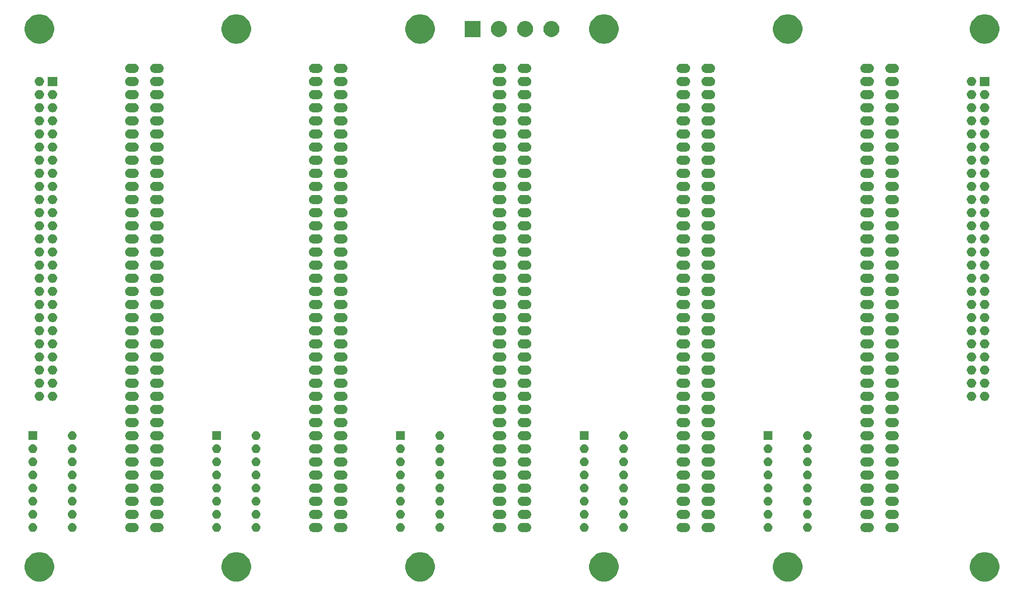
<source format=gts>
G04 #@! TF.GenerationSoftware,KiCad,Pcbnew,(5.0.1)-3*
G04 #@! TF.CreationDate,2018-12-09T17:04:29+00:00*
G04 #@! TF.ProjectId,8 Bit Computer,382042697420436F6D70757465722E6B,rev?*
G04 #@! TF.SameCoordinates,Original*
G04 #@! TF.FileFunction,Soldermask,Top*
G04 #@! TF.FilePolarity,Negative*
%FSLAX46Y46*%
G04 Gerber Fmt 4.6, Leading zero omitted, Abs format (unit mm)*
G04 Created by KiCad (PCBNEW (5.0.1)-3) date 09/12/2018 17:04:29*
%MOMM*%
%LPD*%
G01*
G04 APERTURE LIST*
%ADD10C,0.100000*%
G04 APERTURE END LIST*
D10*
G36*
X234511606Y-131878562D02*
X235030455Y-132093476D01*
X235494259Y-132403380D01*
X235497410Y-132405486D01*
X235894514Y-132802590D01*
X235894516Y-132802593D01*
X236206524Y-133269545D01*
X236421438Y-133788394D01*
X236531000Y-134339201D01*
X236531000Y-134900799D01*
X236421438Y-135451606D01*
X236206524Y-135970455D01*
X235896620Y-136434259D01*
X235894514Y-136437410D01*
X235497410Y-136834514D01*
X235497407Y-136834516D01*
X235030455Y-137146524D01*
X234511606Y-137361438D01*
X233960800Y-137471000D01*
X233399200Y-137471000D01*
X232848394Y-137361438D01*
X232329545Y-137146524D01*
X231862593Y-136834516D01*
X231862590Y-136834514D01*
X231465486Y-136437410D01*
X231463380Y-136434259D01*
X231153476Y-135970455D01*
X230938562Y-135451606D01*
X230829000Y-134900799D01*
X230829000Y-134339201D01*
X230938562Y-133788394D01*
X231153476Y-133269545D01*
X231465484Y-132802593D01*
X231465486Y-132802590D01*
X231862590Y-132405486D01*
X231865741Y-132403380D01*
X232329545Y-132093476D01*
X232848394Y-131878562D01*
X233399200Y-131769000D01*
X233960800Y-131769000D01*
X234511606Y-131878562D01*
X234511606Y-131878562D01*
G37*
G36*
X125291606Y-131878562D02*
X125810455Y-132093476D01*
X126274259Y-132403380D01*
X126277410Y-132405486D01*
X126674514Y-132802590D01*
X126674516Y-132802593D01*
X126986524Y-133269545D01*
X127201438Y-133788394D01*
X127311000Y-134339201D01*
X127311000Y-134900799D01*
X127201438Y-135451606D01*
X126986524Y-135970455D01*
X126676620Y-136434259D01*
X126674514Y-136437410D01*
X126277410Y-136834514D01*
X126277407Y-136834516D01*
X125810455Y-137146524D01*
X125291606Y-137361438D01*
X124740800Y-137471000D01*
X124179200Y-137471000D01*
X123628394Y-137361438D01*
X123109545Y-137146524D01*
X122642593Y-136834516D01*
X122642590Y-136834514D01*
X122245486Y-136437410D01*
X122243380Y-136434259D01*
X121933476Y-135970455D01*
X121718562Y-135451606D01*
X121609000Y-134900799D01*
X121609000Y-134339201D01*
X121718562Y-133788394D01*
X121933476Y-133269545D01*
X122245484Y-132802593D01*
X122245486Y-132802590D01*
X122642590Y-132405486D01*
X122645741Y-132403380D01*
X123109545Y-132093476D01*
X123628394Y-131878562D01*
X124179200Y-131769000D01*
X124740800Y-131769000D01*
X125291606Y-131878562D01*
X125291606Y-131878562D01*
G37*
G36*
X160851606Y-131878562D02*
X161370455Y-132093476D01*
X161834259Y-132403380D01*
X161837410Y-132405486D01*
X162234514Y-132802590D01*
X162234516Y-132802593D01*
X162546524Y-133269545D01*
X162761438Y-133788394D01*
X162871000Y-134339201D01*
X162871000Y-134900799D01*
X162761438Y-135451606D01*
X162546524Y-135970455D01*
X162236620Y-136434259D01*
X162234514Y-136437410D01*
X161837410Y-136834514D01*
X161837407Y-136834516D01*
X161370455Y-137146524D01*
X160851606Y-137361438D01*
X160300800Y-137471000D01*
X159739200Y-137471000D01*
X159188394Y-137361438D01*
X158669545Y-137146524D01*
X158202593Y-136834516D01*
X158202590Y-136834514D01*
X157805486Y-136437410D01*
X157803380Y-136434259D01*
X157493476Y-135970455D01*
X157278562Y-135451606D01*
X157169000Y-134900799D01*
X157169000Y-134339201D01*
X157278562Y-133788394D01*
X157493476Y-133269545D01*
X157805484Y-132802593D01*
X157805486Y-132802590D01*
X158202590Y-132405486D01*
X158205741Y-132403380D01*
X158669545Y-132093476D01*
X159188394Y-131878562D01*
X159739200Y-131769000D01*
X160300800Y-131769000D01*
X160851606Y-131878562D01*
X160851606Y-131878562D01*
G37*
G36*
X51631606Y-131878562D02*
X52150455Y-132093476D01*
X52614259Y-132403380D01*
X52617410Y-132405486D01*
X53014514Y-132802590D01*
X53014516Y-132802593D01*
X53326524Y-133269545D01*
X53541438Y-133788394D01*
X53651000Y-134339201D01*
X53651000Y-134900799D01*
X53541438Y-135451606D01*
X53326524Y-135970455D01*
X53016620Y-136434259D01*
X53014514Y-136437410D01*
X52617410Y-136834514D01*
X52617407Y-136834516D01*
X52150455Y-137146524D01*
X51631606Y-137361438D01*
X51080800Y-137471000D01*
X50519200Y-137471000D01*
X49968394Y-137361438D01*
X49449545Y-137146524D01*
X48982593Y-136834516D01*
X48982590Y-136834514D01*
X48585486Y-136437410D01*
X48583380Y-136434259D01*
X48273476Y-135970455D01*
X48058562Y-135451606D01*
X47949000Y-134900799D01*
X47949000Y-134339201D01*
X48058562Y-133788394D01*
X48273476Y-133269545D01*
X48585484Y-132802593D01*
X48585486Y-132802590D01*
X48982590Y-132405486D01*
X48985741Y-132403380D01*
X49449545Y-132093476D01*
X49968394Y-131878562D01*
X50519200Y-131769000D01*
X51080800Y-131769000D01*
X51631606Y-131878562D01*
X51631606Y-131878562D01*
G37*
G36*
X89731606Y-131878562D02*
X90250455Y-132093476D01*
X90714259Y-132403380D01*
X90717410Y-132405486D01*
X91114514Y-132802590D01*
X91114516Y-132802593D01*
X91426524Y-133269545D01*
X91641438Y-133788394D01*
X91751000Y-134339201D01*
X91751000Y-134900799D01*
X91641438Y-135451606D01*
X91426524Y-135970455D01*
X91116620Y-136434259D01*
X91114514Y-136437410D01*
X90717410Y-136834514D01*
X90717407Y-136834516D01*
X90250455Y-137146524D01*
X89731606Y-137361438D01*
X89180800Y-137471000D01*
X88619200Y-137471000D01*
X88068394Y-137361438D01*
X87549545Y-137146524D01*
X87082593Y-136834516D01*
X87082590Y-136834514D01*
X86685486Y-136437410D01*
X86683380Y-136434259D01*
X86373476Y-135970455D01*
X86158562Y-135451606D01*
X86049000Y-134900799D01*
X86049000Y-134339201D01*
X86158562Y-133788394D01*
X86373476Y-133269545D01*
X86685484Y-132802593D01*
X86685486Y-132802590D01*
X87082590Y-132405486D01*
X87085741Y-132403380D01*
X87549545Y-132093476D01*
X88068394Y-131878562D01*
X88619200Y-131769000D01*
X89180800Y-131769000D01*
X89731606Y-131878562D01*
X89731606Y-131878562D01*
G37*
G36*
X196411606Y-131878562D02*
X196930455Y-132093476D01*
X197394259Y-132403380D01*
X197397410Y-132405486D01*
X197794514Y-132802590D01*
X197794516Y-132802593D01*
X198106524Y-133269545D01*
X198321438Y-133788394D01*
X198431000Y-134339201D01*
X198431000Y-134900799D01*
X198321438Y-135451606D01*
X198106524Y-135970455D01*
X197796620Y-136434259D01*
X197794514Y-136437410D01*
X197397410Y-136834514D01*
X197397407Y-136834516D01*
X196930455Y-137146524D01*
X196411606Y-137361438D01*
X195860800Y-137471000D01*
X195299200Y-137471000D01*
X194748394Y-137361438D01*
X194229545Y-137146524D01*
X193762593Y-136834516D01*
X193762590Y-136834514D01*
X193365486Y-136437410D01*
X193363380Y-136434259D01*
X193053476Y-135970455D01*
X192838562Y-135451606D01*
X192729000Y-134900799D01*
X192729000Y-134339201D01*
X192838562Y-133788394D01*
X193053476Y-133269545D01*
X193365484Y-132802593D01*
X193365486Y-132802590D01*
X193762590Y-132405486D01*
X193765741Y-132403380D01*
X194229545Y-132093476D01*
X194748394Y-131878562D01*
X195299200Y-131769000D01*
X195860800Y-131769000D01*
X196411606Y-131878562D01*
X196411606Y-131878562D01*
G37*
G36*
X74055443Y-126105519D02*
X74121627Y-126112037D01*
X74234853Y-126146384D01*
X74291467Y-126163557D01*
X74378311Y-126209977D01*
X74447991Y-126247222D01*
X74483729Y-126276552D01*
X74585186Y-126359814D01*
X74668448Y-126461271D01*
X74697778Y-126497009D01*
X74697779Y-126497011D01*
X74781443Y-126653533D01*
X74798616Y-126710147D01*
X74832963Y-126823373D01*
X74850359Y-127000000D01*
X74832963Y-127176627D01*
X74798616Y-127289853D01*
X74781443Y-127346467D01*
X74712698Y-127475078D01*
X74697778Y-127502991D01*
X74668448Y-127538729D01*
X74585186Y-127640186D01*
X74483729Y-127723448D01*
X74447991Y-127752778D01*
X74447989Y-127752779D01*
X74291467Y-127836443D01*
X74284069Y-127838687D01*
X74121627Y-127887963D01*
X74055442Y-127894482D01*
X73989260Y-127901000D01*
X73100740Y-127901000D01*
X73034558Y-127894482D01*
X72968373Y-127887963D01*
X72805931Y-127838687D01*
X72798533Y-127836443D01*
X72642011Y-127752779D01*
X72642009Y-127752778D01*
X72606271Y-127723448D01*
X72504814Y-127640186D01*
X72421552Y-127538729D01*
X72392222Y-127502991D01*
X72377302Y-127475078D01*
X72308557Y-127346467D01*
X72291384Y-127289853D01*
X72257037Y-127176627D01*
X72239641Y-127000000D01*
X72257037Y-126823373D01*
X72291384Y-126710147D01*
X72308557Y-126653533D01*
X72392221Y-126497011D01*
X72392222Y-126497009D01*
X72421552Y-126461271D01*
X72504814Y-126359814D01*
X72606271Y-126276552D01*
X72642009Y-126247222D01*
X72711689Y-126209977D01*
X72798533Y-126163557D01*
X72855147Y-126146384D01*
X72968373Y-126112037D01*
X73034557Y-126105519D01*
X73100740Y-126099000D01*
X73989260Y-126099000D01*
X74055443Y-126105519D01*
X74055443Y-126105519D01*
G37*
G36*
X69205443Y-126105519D02*
X69271627Y-126112037D01*
X69384853Y-126146384D01*
X69441467Y-126163557D01*
X69528311Y-126209977D01*
X69597991Y-126247222D01*
X69633729Y-126276552D01*
X69735186Y-126359814D01*
X69818448Y-126461271D01*
X69847778Y-126497009D01*
X69847779Y-126497011D01*
X69931443Y-126653533D01*
X69948616Y-126710147D01*
X69982963Y-126823373D01*
X70000359Y-127000000D01*
X69982963Y-127176627D01*
X69948616Y-127289853D01*
X69931443Y-127346467D01*
X69862698Y-127475078D01*
X69847778Y-127502991D01*
X69818448Y-127538729D01*
X69735186Y-127640186D01*
X69633729Y-127723448D01*
X69597991Y-127752778D01*
X69597989Y-127752779D01*
X69441467Y-127836443D01*
X69434069Y-127838687D01*
X69271627Y-127887963D01*
X69205442Y-127894482D01*
X69139260Y-127901000D01*
X68250740Y-127901000D01*
X68184558Y-127894482D01*
X68118373Y-127887963D01*
X67955931Y-127838687D01*
X67948533Y-127836443D01*
X67792011Y-127752779D01*
X67792009Y-127752778D01*
X67756271Y-127723448D01*
X67654814Y-127640186D01*
X67571552Y-127538729D01*
X67542222Y-127502991D01*
X67527302Y-127475078D01*
X67458557Y-127346467D01*
X67441384Y-127289853D01*
X67407037Y-127176627D01*
X67389641Y-127000000D01*
X67407037Y-126823373D01*
X67441384Y-126710147D01*
X67458557Y-126653533D01*
X67542221Y-126497011D01*
X67542222Y-126497009D01*
X67571552Y-126461271D01*
X67654814Y-126359814D01*
X67756271Y-126276552D01*
X67792009Y-126247222D01*
X67861689Y-126209977D01*
X67948533Y-126163557D01*
X68005147Y-126146384D01*
X68118373Y-126112037D01*
X68184557Y-126105519D01*
X68250740Y-126099000D01*
X69139260Y-126099000D01*
X69205443Y-126105519D01*
X69205443Y-126105519D01*
G37*
G36*
X109615443Y-126105519D02*
X109681627Y-126112037D01*
X109794853Y-126146384D01*
X109851467Y-126163557D01*
X109938311Y-126209977D01*
X110007991Y-126247222D01*
X110043729Y-126276552D01*
X110145186Y-126359814D01*
X110228448Y-126461271D01*
X110257778Y-126497009D01*
X110257779Y-126497011D01*
X110341443Y-126653533D01*
X110358616Y-126710147D01*
X110392963Y-126823373D01*
X110410359Y-127000000D01*
X110392963Y-127176627D01*
X110358616Y-127289853D01*
X110341443Y-127346467D01*
X110272698Y-127475078D01*
X110257778Y-127502991D01*
X110228448Y-127538729D01*
X110145186Y-127640186D01*
X110043729Y-127723448D01*
X110007991Y-127752778D01*
X110007989Y-127752779D01*
X109851467Y-127836443D01*
X109844069Y-127838687D01*
X109681627Y-127887963D01*
X109615442Y-127894482D01*
X109549260Y-127901000D01*
X108660740Y-127901000D01*
X108594558Y-127894482D01*
X108528373Y-127887963D01*
X108365931Y-127838687D01*
X108358533Y-127836443D01*
X108202011Y-127752779D01*
X108202009Y-127752778D01*
X108166271Y-127723448D01*
X108064814Y-127640186D01*
X107981552Y-127538729D01*
X107952222Y-127502991D01*
X107937302Y-127475078D01*
X107868557Y-127346467D01*
X107851384Y-127289853D01*
X107817037Y-127176627D01*
X107799641Y-127000000D01*
X107817037Y-126823373D01*
X107851384Y-126710147D01*
X107868557Y-126653533D01*
X107952221Y-126497011D01*
X107952222Y-126497009D01*
X107981552Y-126461271D01*
X108064814Y-126359814D01*
X108166271Y-126276552D01*
X108202009Y-126247222D01*
X108271689Y-126209977D01*
X108358533Y-126163557D01*
X108415147Y-126146384D01*
X108528373Y-126112037D01*
X108594557Y-126105519D01*
X108660740Y-126099000D01*
X109549260Y-126099000D01*
X109615443Y-126105519D01*
X109615443Y-126105519D01*
G37*
G36*
X140325443Y-126105519D02*
X140391627Y-126112037D01*
X140504853Y-126146384D01*
X140561467Y-126163557D01*
X140648311Y-126209977D01*
X140717991Y-126247222D01*
X140753729Y-126276552D01*
X140855186Y-126359814D01*
X140938448Y-126461271D01*
X140967778Y-126497009D01*
X140967779Y-126497011D01*
X141051443Y-126653533D01*
X141068616Y-126710147D01*
X141102963Y-126823373D01*
X141120359Y-127000000D01*
X141102963Y-127176627D01*
X141068616Y-127289853D01*
X141051443Y-127346467D01*
X140982698Y-127475078D01*
X140967778Y-127502991D01*
X140938448Y-127538729D01*
X140855186Y-127640186D01*
X140753729Y-127723448D01*
X140717991Y-127752778D01*
X140717989Y-127752779D01*
X140561467Y-127836443D01*
X140554069Y-127838687D01*
X140391627Y-127887963D01*
X140325442Y-127894482D01*
X140259260Y-127901000D01*
X139370740Y-127901000D01*
X139304558Y-127894482D01*
X139238373Y-127887963D01*
X139075931Y-127838687D01*
X139068533Y-127836443D01*
X138912011Y-127752779D01*
X138912009Y-127752778D01*
X138876271Y-127723448D01*
X138774814Y-127640186D01*
X138691552Y-127538729D01*
X138662222Y-127502991D01*
X138647302Y-127475078D01*
X138578557Y-127346467D01*
X138561384Y-127289853D01*
X138527037Y-127176627D01*
X138509641Y-127000000D01*
X138527037Y-126823373D01*
X138561384Y-126710147D01*
X138578557Y-126653533D01*
X138662221Y-126497011D01*
X138662222Y-126497009D01*
X138691552Y-126461271D01*
X138774814Y-126359814D01*
X138876271Y-126276552D01*
X138912009Y-126247222D01*
X138981689Y-126209977D01*
X139068533Y-126163557D01*
X139125147Y-126146384D01*
X139238373Y-126112037D01*
X139304557Y-126105519D01*
X139370740Y-126099000D01*
X140259260Y-126099000D01*
X140325443Y-126105519D01*
X140325443Y-126105519D01*
G37*
G36*
X145175443Y-126105519D02*
X145241627Y-126112037D01*
X145354853Y-126146384D01*
X145411467Y-126163557D01*
X145498311Y-126209977D01*
X145567991Y-126247222D01*
X145603729Y-126276552D01*
X145705186Y-126359814D01*
X145788448Y-126461271D01*
X145817778Y-126497009D01*
X145817779Y-126497011D01*
X145901443Y-126653533D01*
X145918616Y-126710147D01*
X145952963Y-126823373D01*
X145970359Y-127000000D01*
X145952963Y-127176627D01*
X145918616Y-127289853D01*
X145901443Y-127346467D01*
X145832698Y-127475078D01*
X145817778Y-127502991D01*
X145788448Y-127538729D01*
X145705186Y-127640186D01*
X145603729Y-127723448D01*
X145567991Y-127752778D01*
X145567989Y-127752779D01*
X145411467Y-127836443D01*
X145404069Y-127838687D01*
X145241627Y-127887963D01*
X145175442Y-127894482D01*
X145109260Y-127901000D01*
X144220740Y-127901000D01*
X144154558Y-127894482D01*
X144088373Y-127887963D01*
X143925931Y-127838687D01*
X143918533Y-127836443D01*
X143762011Y-127752779D01*
X143762009Y-127752778D01*
X143726271Y-127723448D01*
X143624814Y-127640186D01*
X143541552Y-127538729D01*
X143512222Y-127502991D01*
X143497302Y-127475078D01*
X143428557Y-127346467D01*
X143411384Y-127289853D01*
X143377037Y-127176627D01*
X143359641Y-127000000D01*
X143377037Y-126823373D01*
X143411384Y-126710147D01*
X143428557Y-126653533D01*
X143512221Y-126497011D01*
X143512222Y-126497009D01*
X143541552Y-126461271D01*
X143624814Y-126359814D01*
X143726271Y-126276552D01*
X143762009Y-126247222D01*
X143831689Y-126209977D01*
X143918533Y-126163557D01*
X143975147Y-126146384D01*
X144088373Y-126112037D01*
X144154557Y-126105519D01*
X144220740Y-126099000D01*
X145109260Y-126099000D01*
X145175443Y-126105519D01*
X145175443Y-126105519D01*
G37*
G36*
X211445443Y-126105519D02*
X211511627Y-126112037D01*
X211624853Y-126146384D01*
X211681467Y-126163557D01*
X211768311Y-126209977D01*
X211837991Y-126247222D01*
X211873729Y-126276552D01*
X211975186Y-126359814D01*
X212058448Y-126461271D01*
X212087778Y-126497009D01*
X212087779Y-126497011D01*
X212171443Y-126653533D01*
X212188616Y-126710147D01*
X212222963Y-126823373D01*
X212240359Y-127000000D01*
X212222963Y-127176627D01*
X212188616Y-127289853D01*
X212171443Y-127346467D01*
X212102698Y-127475078D01*
X212087778Y-127502991D01*
X212058448Y-127538729D01*
X211975186Y-127640186D01*
X211873729Y-127723448D01*
X211837991Y-127752778D01*
X211837989Y-127752779D01*
X211681467Y-127836443D01*
X211674069Y-127838687D01*
X211511627Y-127887963D01*
X211445442Y-127894482D01*
X211379260Y-127901000D01*
X210490740Y-127901000D01*
X210424558Y-127894482D01*
X210358373Y-127887963D01*
X210195931Y-127838687D01*
X210188533Y-127836443D01*
X210032011Y-127752779D01*
X210032009Y-127752778D01*
X209996271Y-127723448D01*
X209894814Y-127640186D01*
X209811552Y-127538729D01*
X209782222Y-127502991D01*
X209767302Y-127475078D01*
X209698557Y-127346467D01*
X209681384Y-127289853D01*
X209647037Y-127176627D01*
X209629641Y-127000000D01*
X209647037Y-126823373D01*
X209681384Y-126710147D01*
X209698557Y-126653533D01*
X209782221Y-126497011D01*
X209782222Y-126497009D01*
X209811552Y-126461271D01*
X209894814Y-126359814D01*
X209996271Y-126276552D01*
X210032009Y-126247222D01*
X210101689Y-126209977D01*
X210188533Y-126163557D01*
X210245147Y-126146384D01*
X210358373Y-126112037D01*
X210424557Y-126105519D01*
X210490740Y-126099000D01*
X211379260Y-126099000D01*
X211445443Y-126105519D01*
X211445443Y-126105519D01*
G37*
G36*
X180735443Y-126105519D02*
X180801627Y-126112037D01*
X180914853Y-126146384D01*
X180971467Y-126163557D01*
X181058311Y-126209977D01*
X181127991Y-126247222D01*
X181163729Y-126276552D01*
X181265186Y-126359814D01*
X181348448Y-126461271D01*
X181377778Y-126497009D01*
X181377779Y-126497011D01*
X181461443Y-126653533D01*
X181478616Y-126710147D01*
X181512963Y-126823373D01*
X181530359Y-127000000D01*
X181512963Y-127176627D01*
X181478616Y-127289853D01*
X181461443Y-127346467D01*
X181392698Y-127475078D01*
X181377778Y-127502991D01*
X181348448Y-127538729D01*
X181265186Y-127640186D01*
X181163729Y-127723448D01*
X181127991Y-127752778D01*
X181127989Y-127752779D01*
X180971467Y-127836443D01*
X180964069Y-127838687D01*
X180801627Y-127887963D01*
X180735442Y-127894482D01*
X180669260Y-127901000D01*
X179780740Y-127901000D01*
X179714558Y-127894482D01*
X179648373Y-127887963D01*
X179485931Y-127838687D01*
X179478533Y-127836443D01*
X179322011Y-127752779D01*
X179322009Y-127752778D01*
X179286271Y-127723448D01*
X179184814Y-127640186D01*
X179101552Y-127538729D01*
X179072222Y-127502991D01*
X179057302Y-127475078D01*
X178988557Y-127346467D01*
X178971384Y-127289853D01*
X178937037Y-127176627D01*
X178919641Y-127000000D01*
X178937037Y-126823373D01*
X178971384Y-126710147D01*
X178988557Y-126653533D01*
X179072221Y-126497011D01*
X179072222Y-126497009D01*
X179101552Y-126461271D01*
X179184814Y-126359814D01*
X179286271Y-126276552D01*
X179322009Y-126247222D01*
X179391689Y-126209977D01*
X179478533Y-126163557D01*
X179535147Y-126146384D01*
X179648373Y-126112037D01*
X179714557Y-126105519D01*
X179780740Y-126099000D01*
X180669260Y-126099000D01*
X180735443Y-126105519D01*
X180735443Y-126105519D01*
G37*
G36*
X175885443Y-126105519D02*
X175951627Y-126112037D01*
X176064853Y-126146384D01*
X176121467Y-126163557D01*
X176208311Y-126209977D01*
X176277991Y-126247222D01*
X176313729Y-126276552D01*
X176415186Y-126359814D01*
X176498448Y-126461271D01*
X176527778Y-126497009D01*
X176527779Y-126497011D01*
X176611443Y-126653533D01*
X176628616Y-126710147D01*
X176662963Y-126823373D01*
X176680359Y-127000000D01*
X176662963Y-127176627D01*
X176628616Y-127289853D01*
X176611443Y-127346467D01*
X176542698Y-127475078D01*
X176527778Y-127502991D01*
X176498448Y-127538729D01*
X176415186Y-127640186D01*
X176313729Y-127723448D01*
X176277991Y-127752778D01*
X176277989Y-127752779D01*
X176121467Y-127836443D01*
X176114069Y-127838687D01*
X175951627Y-127887963D01*
X175885442Y-127894482D01*
X175819260Y-127901000D01*
X174930740Y-127901000D01*
X174864558Y-127894482D01*
X174798373Y-127887963D01*
X174635931Y-127838687D01*
X174628533Y-127836443D01*
X174472011Y-127752779D01*
X174472009Y-127752778D01*
X174436271Y-127723448D01*
X174334814Y-127640186D01*
X174251552Y-127538729D01*
X174222222Y-127502991D01*
X174207302Y-127475078D01*
X174138557Y-127346467D01*
X174121384Y-127289853D01*
X174087037Y-127176627D01*
X174069641Y-127000000D01*
X174087037Y-126823373D01*
X174121384Y-126710147D01*
X174138557Y-126653533D01*
X174222221Y-126497011D01*
X174222222Y-126497009D01*
X174251552Y-126461271D01*
X174334814Y-126359814D01*
X174436271Y-126276552D01*
X174472009Y-126247222D01*
X174541689Y-126209977D01*
X174628533Y-126163557D01*
X174685147Y-126146384D01*
X174798373Y-126112037D01*
X174864557Y-126105519D01*
X174930740Y-126099000D01*
X175819260Y-126099000D01*
X175885443Y-126105519D01*
X175885443Y-126105519D01*
G37*
G36*
X104765443Y-126105519D02*
X104831627Y-126112037D01*
X104944853Y-126146384D01*
X105001467Y-126163557D01*
X105088311Y-126209977D01*
X105157991Y-126247222D01*
X105193729Y-126276552D01*
X105295186Y-126359814D01*
X105378448Y-126461271D01*
X105407778Y-126497009D01*
X105407779Y-126497011D01*
X105491443Y-126653533D01*
X105508616Y-126710147D01*
X105542963Y-126823373D01*
X105560359Y-127000000D01*
X105542963Y-127176627D01*
X105508616Y-127289853D01*
X105491443Y-127346467D01*
X105422698Y-127475078D01*
X105407778Y-127502991D01*
X105378448Y-127538729D01*
X105295186Y-127640186D01*
X105193729Y-127723448D01*
X105157991Y-127752778D01*
X105157989Y-127752779D01*
X105001467Y-127836443D01*
X104994069Y-127838687D01*
X104831627Y-127887963D01*
X104765442Y-127894482D01*
X104699260Y-127901000D01*
X103810740Y-127901000D01*
X103744558Y-127894482D01*
X103678373Y-127887963D01*
X103515931Y-127838687D01*
X103508533Y-127836443D01*
X103352011Y-127752779D01*
X103352009Y-127752778D01*
X103316271Y-127723448D01*
X103214814Y-127640186D01*
X103131552Y-127538729D01*
X103102222Y-127502991D01*
X103087302Y-127475078D01*
X103018557Y-127346467D01*
X103001384Y-127289853D01*
X102967037Y-127176627D01*
X102949641Y-127000000D01*
X102967037Y-126823373D01*
X103001384Y-126710147D01*
X103018557Y-126653533D01*
X103102221Y-126497011D01*
X103102222Y-126497009D01*
X103131552Y-126461271D01*
X103214814Y-126359814D01*
X103316271Y-126276552D01*
X103352009Y-126247222D01*
X103421689Y-126209977D01*
X103508533Y-126163557D01*
X103565147Y-126146384D01*
X103678373Y-126112037D01*
X103744557Y-126105519D01*
X103810740Y-126099000D01*
X104699260Y-126099000D01*
X104765443Y-126105519D01*
X104765443Y-126105519D01*
G37*
G36*
X216295443Y-126105519D02*
X216361627Y-126112037D01*
X216474853Y-126146384D01*
X216531467Y-126163557D01*
X216618311Y-126209977D01*
X216687991Y-126247222D01*
X216723729Y-126276552D01*
X216825186Y-126359814D01*
X216908448Y-126461271D01*
X216937778Y-126497009D01*
X216937779Y-126497011D01*
X217021443Y-126653533D01*
X217038616Y-126710147D01*
X217072963Y-126823373D01*
X217090359Y-127000000D01*
X217072963Y-127176627D01*
X217038616Y-127289853D01*
X217021443Y-127346467D01*
X216952698Y-127475078D01*
X216937778Y-127502991D01*
X216908448Y-127538729D01*
X216825186Y-127640186D01*
X216723729Y-127723448D01*
X216687991Y-127752778D01*
X216687989Y-127752779D01*
X216531467Y-127836443D01*
X216524069Y-127838687D01*
X216361627Y-127887963D01*
X216295442Y-127894482D01*
X216229260Y-127901000D01*
X215340740Y-127901000D01*
X215274558Y-127894482D01*
X215208373Y-127887963D01*
X215045931Y-127838687D01*
X215038533Y-127836443D01*
X214882011Y-127752779D01*
X214882009Y-127752778D01*
X214846271Y-127723448D01*
X214744814Y-127640186D01*
X214661552Y-127538729D01*
X214632222Y-127502991D01*
X214617302Y-127475078D01*
X214548557Y-127346467D01*
X214531384Y-127289853D01*
X214497037Y-127176627D01*
X214479641Y-127000000D01*
X214497037Y-126823373D01*
X214531384Y-126710147D01*
X214548557Y-126653533D01*
X214632221Y-126497011D01*
X214632222Y-126497009D01*
X214661552Y-126461271D01*
X214744814Y-126359814D01*
X214846271Y-126276552D01*
X214882009Y-126247222D01*
X214951689Y-126209977D01*
X215038533Y-126163557D01*
X215095147Y-126146384D01*
X215208373Y-126112037D01*
X215274557Y-126105519D01*
X215340740Y-126099000D01*
X216229260Y-126099000D01*
X216295443Y-126105519D01*
X216295443Y-126105519D01*
G37*
G36*
X163996821Y-126161313D02*
X163996824Y-126161314D01*
X163996825Y-126161314D01*
X164157239Y-126209975D01*
X164157241Y-126209976D01*
X164157244Y-126209977D01*
X164305078Y-126288995D01*
X164434659Y-126395341D01*
X164541005Y-126524922D01*
X164620023Y-126672756D01*
X164620024Y-126672759D01*
X164620025Y-126672761D01*
X164665713Y-126823375D01*
X164668687Y-126833179D01*
X164685117Y-127000000D01*
X164668687Y-127166821D01*
X164668686Y-127166824D01*
X164668686Y-127166825D01*
X164665713Y-127176627D01*
X164620023Y-127327244D01*
X164541005Y-127475078D01*
X164434659Y-127604659D01*
X164305078Y-127711005D01*
X164157244Y-127790023D01*
X164157241Y-127790024D01*
X164157239Y-127790025D01*
X163996825Y-127838686D01*
X163996824Y-127838686D01*
X163996821Y-127838687D01*
X163871804Y-127851000D01*
X163788196Y-127851000D01*
X163663179Y-127838687D01*
X163663176Y-127838686D01*
X163663175Y-127838686D01*
X163502761Y-127790025D01*
X163502759Y-127790024D01*
X163502756Y-127790023D01*
X163354922Y-127711005D01*
X163225341Y-127604659D01*
X163118995Y-127475078D01*
X163039977Y-127327244D01*
X162994288Y-127176627D01*
X162991314Y-127166825D01*
X162991314Y-127166824D01*
X162991313Y-127166821D01*
X162974883Y-127000000D01*
X162991313Y-126833179D01*
X162994287Y-126823375D01*
X163039975Y-126672761D01*
X163039976Y-126672759D01*
X163039977Y-126672756D01*
X163118995Y-126524922D01*
X163225341Y-126395341D01*
X163354922Y-126288995D01*
X163502756Y-126209977D01*
X163502759Y-126209976D01*
X163502761Y-126209975D01*
X163663175Y-126161314D01*
X163663176Y-126161314D01*
X163663179Y-126161313D01*
X163788196Y-126149000D01*
X163871804Y-126149000D01*
X163996821Y-126161313D01*
X163996821Y-126161313D01*
G37*
G36*
X85256821Y-126161313D02*
X85256824Y-126161314D01*
X85256825Y-126161314D01*
X85417239Y-126209975D01*
X85417241Y-126209976D01*
X85417244Y-126209977D01*
X85565078Y-126288995D01*
X85694659Y-126395341D01*
X85801005Y-126524922D01*
X85880023Y-126672756D01*
X85880024Y-126672759D01*
X85880025Y-126672761D01*
X85925713Y-126823375D01*
X85928687Y-126833179D01*
X85945117Y-127000000D01*
X85928687Y-127166821D01*
X85928686Y-127166824D01*
X85928686Y-127166825D01*
X85925713Y-127176627D01*
X85880023Y-127327244D01*
X85801005Y-127475078D01*
X85694659Y-127604659D01*
X85565078Y-127711005D01*
X85417244Y-127790023D01*
X85417241Y-127790024D01*
X85417239Y-127790025D01*
X85256825Y-127838686D01*
X85256824Y-127838686D01*
X85256821Y-127838687D01*
X85131804Y-127851000D01*
X85048196Y-127851000D01*
X84923179Y-127838687D01*
X84923176Y-127838686D01*
X84923175Y-127838686D01*
X84762761Y-127790025D01*
X84762759Y-127790024D01*
X84762756Y-127790023D01*
X84614922Y-127711005D01*
X84485341Y-127604659D01*
X84378995Y-127475078D01*
X84299977Y-127327244D01*
X84254288Y-127176627D01*
X84251314Y-127166825D01*
X84251314Y-127166824D01*
X84251313Y-127166821D01*
X84234883Y-127000000D01*
X84251313Y-126833179D01*
X84254287Y-126823375D01*
X84299975Y-126672761D01*
X84299976Y-126672759D01*
X84299977Y-126672756D01*
X84378995Y-126524922D01*
X84485341Y-126395341D01*
X84614922Y-126288995D01*
X84762756Y-126209977D01*
X84762759Y-126209976D01*
X84762761Y-126209975D01*
X84923175Y-126161314D01*
X84923176Y-126161314D01*
X84923179Y-126161313D01*
X85048196Y-126149000D01*
X85131804Y-126149000D01*
X85256821Y-126161313D01*
X85256821Y-126161313D01*
G37*
G36*
X57316821Y-126161313D02*
X57316824Y-126161314D01*
X57316825Y-126161314D01*
X57477239Y-126209975D01*
X57477241Y-126209976D01*
X57477244Y-126209977D01*
X57625078Y-126288995D01*
X57754659Y-126395341D01*
X57861005Y-126524922D01*
X57940023Y-126672756D01*
X57940024Y-126672759D01*
X57940025Y-126672761D01*
X57985713Y-126823375D01*
X57988687Y-126833179D01*
X58005117Y-127000000D01*
X57988687Y-127166821D01*
X57988686Y-127166824D01*
X57988686Y-127166825D01*
X57985713Y-127176627D01*
X57940023Y-127327244D01*
X57861005Y-127475078D01*
X57754659Y-127604659D01*
X57625078Y-127711005D01*
X57477244Y-127790023D01*
X57477241Y-127790024D01*
X57477239Y-127790025D01*
X57316825Y-127838686D01*
X57316824Y-127838686D01*
X57316821Y-127838687D01*
X57191804Y-127851000D01*
X57108196Y-127851000D01*
X56983179Y-127838687D01*
X56983176Y-127838686D01*
X56983175Y-127838686D01*
X56822761Y-127790025D01*
X56822759Y-127790024D01*
X56822756Y-127790023D01*
X56674922Y-127711005D01*
X56545341Y-127604659D01*
X56438995Y-127475078D01*
X56359977Y-127327244D01*
X56314288Y-127176627D01*
X56311314Y-127166825D01*
X56311314Y-127166824D01*
X56311313Y-127166821D01*
X56294883Y-127000000D01*
X56311313Y-126833179D01*
X56314287Y-126823375D01*
X56359975Y-126672761D01*
X56359976Y-126672759D01*
X56359977Y-126672756D01*
X56438995Y-126524922D01*
X56545341Y-126395341D01*
X56674922Y-126288995D01*
X56822756Y-126209977D01*
X56822759Y-126209976D01*
X56822761Y-126209975D01*
X56983175Y-126161314D01*
X56983176Y-126161314D01*
X56983179Y-126161313D01*
X57108196Y-126149000D01*
X57191804Y-126149000D01*
X57316821Y-126161313D01*
X57316821Y-126161313D01*
G37*
G36*
X49696821Y-126161313D02*
X49696824Y-126161314D01*
X49696825Y-126161314D01*
X49857239Y-126209975D01*
X49857241Y-126209976D01*
X49857244Y-126209977D01*
X50005078Y-126288995D01*
X50134659Y-126395341D01*
X50241005Y-126524922D01*
X50320023Y-126672756D01*
X50320024Y-126672759D01*
X50320025Y-126672761D01*
X50365713Y-126823375D01*
X50368687Y-126833179D01*
X50385117Y-127000000D01*
X50368687Y-127166821D01*
X50368686Y-127166824D01*
X50368686Y-127166825D01*
X50365713Y-127176627D01*
X50320023Y-127327244D01*
X50241005Y-127475078D01*
X50134659Y-127604659D01*
X50005078Y-127711005D01*
X49857244Y-127790023D01*
X49857241Y-127790024D01*
X49857239Y-127790025D01*
X49696825Y-127838686D01*
X49696824Y-127838686D01*
X49696821Y-127838687D01*
X49571804Y-127851000D01*
X49488196Y-127851000D01*
X49363179Y-127838687D01*
X49363176Y-127838686D01*
X49363175Y-127838686D01*
X49202761Y-127790025D01*
X49202759Y-127790024D01*
X49202756Y-127790023D01*
X49054922Y-127711005D01*
X48925341Y-127604659D01*
X48818995Y-127475078D01*
X48739977Y-127327244D01*
X48694288Y-127176627D01*
X48691314Y-127166825D01*
X48691314Y-127166824D01*
X48691313Y-127166821D01*
X48674883Y-127000000D01*
X48691313Y-126833179D01*
X48694287Y-126823375D01*
X48739975Y-126672761D01*
X48739976Y-126672759D01*
X48739977Y-126672756D01*
X48818995Y-126524922D01*
X48925341Y-126395341D01*
X49054922Y-126288995D01*
X49202756Y-126209977D01*
X49202759Y-126209976D01*
X49202761Y-126209975D01*
X49363175Y-126161314D01*
X49363176Y-126161314D01*
X49363179Y-126161313D01*
X49488196Y-126149000D01*
X49571804Y-126149000D01*
X49696821Y-126161313D01*
X49696821Y-126161313D01*
G37*
G36*
X92876821Y-126161313D02*
X92876824Y-126161314D01*
X92876825Y-126161314D01*
X93037239Y-126209975D01*
X93037241Y-126209976D01*
X93037244Y-126209977D01*
X93185078Y-126288995D01*
X93314659Y-126395341D01*
X93421005Y-126524922D01*
X93500023Y-126672756D01*
X93500024Y-126672759D01*
X93500025Y-126672761D01*
X93545713Y-126823375D01*
X93548687Y-126833179D01*
X93565117Y-127000000D01*
X93548687Y-127166821D01*
X93548686Y-127166824D01*
X93548686Y-127166825D01*
X93545713Y-127176627D01*
X93500023Y-127327244D01*
X93421005Y-127475078D01*
X93314659Y-127604659D01*
X93185078Y-127711005D01*
X93037244Y-127790023D01*
X93037241Y-127790024D01*
X93037239Y-127790025D01*
X92876825Y-127838686D01*
X92876824Y-127838686D01*
X92876821Y-127838687D01*
X92751804Y-127851000D01*
X92668196Y-127851000D01*
X92543179Y-127838687D01*
X92543176Y-127838686D01*
X92543175Y-127838686D01*
X92382761Y-127790025D01*
X92382759Y-127790024D01*
X92382756Y-127790023D01*
X92234922Y-127711005D01*
X92105341Y-127604659D01*
X91998995Y-127475078D01*
X91919977Y-127327244D01*
X91874288Y-127176627D01*
X91871314Y-127166825D01*
X91871314Y-127166824D01*
X91871313Y-127166821D01*
X91854883Y-127000000D01*
X91871313Y-126833179D01*
X91874287Y-126823375D01*
X91919975Y-126672761D01*
X91919976Y-126672759D01*
X91919977Y-126672756D01*
X91998995Y-126524922D01*
X92105341Y-126395341D01*
X92234922Y-126288995D01*
X92382756Y-126209977D01*
X92382759Y-126209976D01*
X92382761Y-126209975D01*
X92543175Y-126161314D01*
X92543176Y-126161314D01*
X92543179Y-126161313D01*
X92668196Y-126149000D01*
X92751804Y-126149000D01*
X92876821Y-126161313D01*
X92876821Y-126161313D01*
G37*
G36*
X156376821Y-126161313D02*
X156376824Y-126161314D01*
X156376825Y-126161314D01*
X156537239Y-126209975D01*
X156537241Y-126209976D01*
X156537244Y-126209977D01*
X156685078Y-126288995D01*
X156814659Y-126395341D01*
X156921005Y-126524922D01*
X157000023Y-126672756D01*
X157000024Y-126672759D01*
X157000025Y-126672761D01*
X157045713Y-126823375D01*
X157048687Y-126833179D01*
X157065117Y-127000000D01*
X157048687Y-127166821D01*
X157048686Y-127166824D01*
X157048686Y-127166825D01*
X157045713Y-127176627D01*
X157000023Y-127327244D01*
X156921005Y-127475078D01*
X156814659Y-127604659D01*
X156685078Y-127711005D01*
X156537244Y-127790023D01*
X156537241Y-127790024D01*
X156537239Y-127790025D01*
X156376825Y-127838686D01*
X156376824Y-127838686D01*
X156376821Y-127838687D01*
X156251804Y-127851000D01*
X156168196Y-127851000D01*
X156043179Y-127838687D01*
X156043176Y-127838686D01*
X156043175Y-127838686D01*
X155882761Y-127790025D01*
X155882759Y-127790024D01*
X155882756Y-127790023D01*
X155734922Y-127711005D01*
X155605341Y-127604659D01*
X155498995Y-127475078D01*
X155419977Y-127327244D01*
X155374288Y-127176627D01*
X155371314Y-127166825D01*
X155371314Y-127166824D01*
X155371313Y-127166821D01*
X155354883Y-127000000D01*
X155371313Y-126833179D01*
X155374287Y-126823375D01*
X155419975Y-126672761D01*
X155419976Y-126672759D01*
X155419977Y-126672756D01*
X155498995Y-126524922D01*
X155605341Y-126395341D01*
X155734922Y-126288995D01*
X155882756Y-126209977D01*
X155882759Y-126209976D01*
X155882761Y-126209975D01*
X156043175Y-126161314D01*
X156043176Y-126161314D01*
X156043179Y-126161313D01*
X156168196Y-126149000D01*
X156251804Y-126149000D01*
X156376821Y-126161313D01*
X156376821Y-126161313D01*
G37*
G36*
X199556821Y-126161313D02*
X199556824Y-126161314D01*
X199556825Y-126161314D01*
X199717239Y-126209975D01*
X199717241Y-126209976D01*
X199717244Y-126209977D01*
X199865078Y-126288995D01*
X199994659Y-126395341D01*
X200101005Y-126524922D01*
X200180023Y-126672756D01*
X200180024Y-126672759D01*
X200180025Y-126672761D01*
X200225713Y-126823375D01*
X200228687Y-126833179D01*
X200245117Y-127000000D01*
X200228687Y-127166821D01*
X200228686Y-127166824D01*
X200228686Y-127166825D01*
X200225713Y-127176627D01*
X200180023Y-127327244D01*
X200101005Y-127475078D01*
X199994659Y-127604659D01*
X199865078Y-127711005D01*
X199717244Y-127790023D01*
X199717241Y-127790024D01*
X199717239Y-127790025D01*
X199556825Y-127838686D01*
X199556824Y-127838686D01*
X199556821Y-127838687D01*
X199431804Y-127851000D01*
X199348196Y-127851000D01*
X199223179Y-127838687D01*
X199223176Y-127838686D01*
X199223175Y-127838686D01*
X199062761Y-127790025D01*
X199062759Y-127790024D01*
X199062756Y-127790023D01*
X198914922Y-127711005D01*
X198785341Y-127604659D01*
X198678995Y-127475078D01*
X198599977Y-127327244D01*
X198554288Y-127176627D01*
X198551314Y-127166825D01*
X198551314Y-127166824D01*
X198551313Y-127166821D01*
X198534883Y-127000000D01*
X198551313Y-126833179D01*
X198554287Y-126823375D01*
X198599975Y-126672761D01*
X198599976Y-126672759D01*
X198599977Y-126672756D01*
X198678995Y-126524922D01*
X198785341Y-126395341D01*
X198914922Y-126288995D01*
X199062756Y-126209977D01*
X199062759Y-126209976D01*
X199062761Y-126209975D01*
X199223175Y-126161314D01*
X199223176Y-126161314D01*
X199223179Y-126161313D01*
X199348196Y-126149000D01*
X199431804Y-126149000D01*
X199556821Y-126161313D01*
X199556821Y-126161313D01*
G37*
G36*
X120816821Y-126161313D02*
X120816824Y-126161314D01*
X120816825Y-126161314D01*
X120977239Y-126209975D01*
X120977241Y-126209976D01*
X120977244Y-126209977D01*
X121125078Y-126288995D01*
X121254659Y-126395341D01*
X121361005Y-126524922D01*
X121440023Y-126672756D01*
X121440024Y-126672759D01*
X121440025Y-126672761D01*
X121485713Y-126823375D01*
X121488687Y-126833179D01*
X121505117Y-127000000D01*
X121488687Y-127166821D01*
X121488686Y-127166824D01*
X121488686Y-127166825D01*
X121485713Y-127176627D01*
X121440023Y-127327244D01*
X121361005Y-127475078D01*
X121254659Y-127604659D01*
X121125078Y-127711005D01*
X120977244Y-127790023D01*
X120977241Y-127790024D01*
X120977239Y-127790025D01*
X120816825Y-127838686D01*
X120816824Y-127838686D01*
X120816821Y-127838687D01*
X120691804Y-127851000D01*
X120608196Y-127851000D01*
X120483179Y-127838687D01*
X120483176Y-127838686D01*
X120483175Y-127838686D01*
X120322761Y-127790025D01*
X120322759Y-127790024D01*
X120322756Y-127790023D01*
X120174922Y-127711005D01*
X120045341Y-127604659D01*
X119938995Y-127475078D01*
X119859977Y-127327244D01*
X119814288Y-127176627D01*
X119811314Y-127166825D01*
X119811314Y-127166824D01*
X119811313Y-127166821D01*
X119794883Y-127000000D01*
X119811313Y-126833179D01*
X119814287Y-126823375D01*
X119859975Y-126672761D01*
X119859976Y-126672759D01*
X119859977Y-126672756D01*
X119938995Y-126524922D01*
X120045341Y-126395341D01*
X120174922Y-126288995D01*
X120322756Y-126209977D01*
X120322759Y-126209976D01*
X120322761Y-126209975D01*
X120483175Y-126161314D01*
X120483176Y-126161314D01*
X120483179Y-126161313D01*
X120608196Y-126149000D01*
X120691804Y-126149000D01*
X120816821Y-126161313D01*
X120816821Y-126161313D01*
G37*
G36*
X128436821Y-126161313D02*
X128436824Y-126161314D01*
X128436825Y-126161314D01*
X128597239Y-126209975D01*
X128597241Y-126209976D01*
X128597244Y-126209977D01*
X128745078Y-126288995D01*
X128874659Y-126395341D01*
X128981005Y-126524922D01*
X129060023Y-126672756D01*
X129060024Y-126672759D01*
X129060025Y-126672761D01*
X129105713Y-126823375D01*
X129108687Y-126833179D01*
X129125117Y-127000000D01*
X129108687Y-127166821D01*
X129108686Y-127166824D01*
X129108686Y-127166825D01*
X129105713Y-127176627D01*
X129060023Y-127327244D01*
X128981005Y-127475078D01*
X128874659Y-127604659D01*
X128745078Y-127711005D01*
X128597244Y-127790023D01*
X128597241Y-127790024D01*
X128597239Y-127790025D01*
X128436825Y-127838686D01*
X128436824Y-127838686D01*
X128436821Y-127838687D01*
X128311804Y-127851000D01*
X128228196Y-127851000D01*
X128103179Y-127838687D01*
X128103176Y-127838686D01*
X128103175Y-127838686D01*
X127942761Y-127790025D01*
X127942759Y-127790024D01*
X127942756Y-127790023D01*
X127794922Y-127711005D01*
X127665341Y-127604659D01*
X127558995Y-127475078D01*
X127479977Y-127327244D01*
X127434288Y-127176627D01*
X127431314Y-127166825D01*
X127431314Y-127166824D01*
X127431313Y-127166821D01*
X127414883Y-127000000D01*
X127431313Y-126833179D01*
X127434287Y-126823375D01*
X127479975Y-126672761D01*
X127479976Y-126672759D01*
X127479977Y-126672756D01*
X127558995Y-126524922D01*
X127665341Y-126395341D01*
X127794922Y-126288995D01*
X127942756Y-126209977D01*
X127942759Y-126209976D01*
X127942761Y-126209975D01*
X128103175Y-126161314D01*
X128103176Y-126161314D01*
X128103179Y-126161313D01*
X128228196Y-126149000D01*
X128311804Y-126149000D01*
X128436821Y-126161313D01*
X128436821Y-126161313D01*
G37*
G36*
X191936821Y-126161313D02*
X191936824Y-126161314D01*
X191936825Y-126161314D01*
X192097239Y-126209975D01*
X192097241Y-126209976D01*
X192097244Y-126209977D01*
X192245078Y-126288995D01*
X192374659Y-126395341D01*
X192481005Y-126524922D01*
X192560023Y-126672756D01*
X192560024Y-126672759D01*
X192560025Y-126672761D01*
X192605713Y-126823375D01*
X192608687Y-126833179D01*
X192625117Y-127000000D01*
X192608687Y-127166821D01*
X192608686Y-127166824D01*
X192608686Y-127166825D01*
X192605713Y-127176627D01*
X192560023Y-127327244D01*
X192481005Y-127475078D01*
X192374659Y-127604659D01*
X192245078Y-127711005D01*
X192097244Y-127790023D01*
X192097241Y-127790024D01*
X192097239Y-127790025D01*
X191936825Y-127838686D01*
X191936824Y-127838686D01*
X191936821Y-127838687D01*
X191811804Y-127851000D01*
X191728196Y-127851000D01*
X191603179Y-127838687D01*
X191603176Y-127838686D01*
X191603175Y-127838686D01*
X191442761Y-127790025D01*
X191442759Y-127790024D01*
X191442756Y-127790023D01*
X191294922Y-127711005D01*
X191165341Y-127604659D01*
X191058995Y-127475078D01*
X190979977Y-127327244D01*
X190934288Y-127176627D01*
X190931314Y-127166825D01*
X190931314Y-127166824D01*
X190931313Y-127166821D01*
X190914883Y-127000000D01*
X190931313Y-126833179D01*
X190934287Y-126823375D01*
X190979975Y-126672761D01*
X190979976Y-126672759D01*
X190979977Y-126672756D01*
X191058995Y-126524922D01*
X191165341Y-126395341D01*
X191294922Y-126288995D01*
X191442756Y-126209977D01*
X191442759Y-126209976D01*
X191442761Y-126209975D01*
X191603175Y-126161314D01*
X191603176Y-126161314D01*
X191603179Y-126161313D01*
X191728196Y-126149000D01*
X191811804Y-126149000D01*
X191936821Y-126161313D01*
X191936821Y-126161313D01*
G37*
G36*
X145175442Y-123565518D02*
X145241627Y-123572037D01*
X145354853Y-123606384D01*
X145411467Y-123623557D01*
X145498311Y-123669977D01*
X145567991Y-123707222D01*
X145603729Y-123736552D01*
X145705186Y-123819814D01*
X145788448Y-123921271D01*
X145817778Y-123957009D01*
X145817779Y-123957011D01*
X145901443Y-124113533D01*
X145918616Y-124170147D01*
X145952963Y-124283373D01*
X145970359Y-124460000D01*
X145952963Y-124636627D01*
X145918616Y-124749853D01*
X145901443Y-124806467D01*
X145832698Y-124935078D01*
X145817778Y-124962991D01*
X145788448Y-124998729D01*
X145705186Y-125100186D01*
X145603729Y-125183448D01*
X145567991Y-125212778D01*
X145567989Y-125212779D01*
X145411467Y-125296443D01*
X145404069Y-125298687D01*
X145241627Y-125347963D01*
X145175442Y-125354482D01*
X145109260Y-125361000D01*
X144220740Y-125361000D01*
X144154558Y-125354482D01*
X144088373Y-125347963D01*
X143925931Y-125298687D01*
X143918533Y-125296443D01*
X143762011Y-125212779D01*
X143762009Y-125212778D01*
X143726271Y-125183448D01*
X143624814Y-125100186D01*
X143541552Y-124998729D01*
X143512222Y-124962991D01*
X143497302Y-124935078D01*
X143428557Y-124806467D01*
X143411384Y-124749853D01*
X143377037Y-124636627D01*
X143359641Y-124460000D01*
X143377037Y-124283373D01*
X143411384Y-124170147D01*
X143428557Y-124113533D01*
X143512221Y-123957011D01*
X143512222Y-123957009D01*
X143541552Y-123921271D01*
X143624814Y-123819814D01*
X143726271Y-123736552D01*
X143762009Y-123707222D01*
X143831689Y-123669977D01*
X143918533Y-123623557D01*
X143975147Y-123606384D01*
X144088373Y-123572037D01*
X144154558Y-123565518D01*
X144220740Y-123559000D01*
X145109260Y-123559000D01*
X145175442Y-123565518D01*
X145175442Y-123565518D01*
G37*
G36*
X175885442Y-123565518D02*
X175951627Y-123572037D01*
X176064853Y-123606384D01*
X176121467Y-123623557D01*
X176208311Y-123669977D01*
X176277991Y-123707222D01*
X176313729Y-123736552D01*
X176415186Y-123819814D01*
X176498448Y-123921271D01*
X176527778Y-123957009D01*
X176527779Y-123957011D01*
X176611443Y-124113533D01*
X176628616Y-124170147D01*
X176662963Y-124283373D01*
X176680359Y-124460000D01*
X176662963Y-124636627D01*
X176628616Y-124749853D01*
X176611443Y-124806467D01*
X176542698Y-124935078D01*
X176527778Y-124962991D01*
X176498448Y-124998729D01*
X176415186Y-125100186D01*
X176313729Y-125183448D01*
X176277991Y-125212778D01*
X176277989Y-125212779D01*
X176121467Y-125296443D01*
X176114069Y-125298687D01*
X175951627Y-125347963D01*
X175885442Y-125354482D01*
X175819260Y-125361000D01*
X174930740Y-125361000D01*
X174864558Y-125354482D01*
X174798373Y-125347963D01*
X174635931Y-125298687D01*
X174628533Y-125296443D01*
X174472011Y-125212779D01*
X174472009Y-125212778D01*
X174436271Y-125183448D01*
X174334814Y-125100186D01*
X174251552Y-124998729D01*
X174222222Y-124962991D01*
X174207302Y-124935078D01*
X174138557Y-124806467D01*
X174121384Y-124749853D01*
X174087037Y-124636627D01*
X174069641Y-124460000D01*
X174087037Y-124283373D01*
X174121384Y-124170147D01*
X174138557Y-124113533D01*
X174222221Y-123957011D01*
X174222222Y-123957009D01*
X174251552Y-123921271D01*
X174334814Y-123819814D01*
X174436271Y-123736552D01*
X174472009Y-123707222D01*
X174541689Y-123669977D01*
X174628533Y-123623557D01*
X174685147Y-123606384D01*
X174798373Y-123572037D01*
X174864558Y-123565518D01*
X174930740Y-123559000D01*
X175819260Y-123559000D01*
X175885442Y-123565518D01*
X175885442Y-123565518D01*
G37*
G36*
X216295442Y-123565518D02*
X216361627Y-123572037D01*
X216474853Y-123606384D01*
X216531467Y-123623557D01*
X216618311Y-123669977D01*
X216687991Y-123707222D01*
X216723729Y-123736552D01*
X216825186Y-123819814D01*
X216908448Y-123921271D01*
X216937778Y-123957009D01*
X216937779Y-123957011D01*
X217021443Y-124113533D01*
X217038616Y-124170147D01*
X217072963Y-124283373D01*
X217090359Y-124460000D01*
X217072963Y-124636627D01*
X217038616Y-124749853D01*
X217021443Y-124806467D01*
X216952698Y-124935078D01*
X216937778Y-124962991D01*
X216908448Y-124998729D01*
X216825186Y-125100186D01*
X216723729Y-125183448D01*
X216687991Y-125212778D01*
X216687989Y-125212779D01*
X216531467Y-125296443D01*
X216524069Y-125298687D01*
X216361627Y-125347963D01*
X216295442Y-125354482D01*
X216229260Y-125361000D01*
X215340740Y-125361000D01*
X215274558Y-125354482D01*
X215208373Y-125347963D01*
X215045931Y-125298687D01*
X215038533Y-125296443D01*
X214882011Y-125212779D01*
X214882009Y-125212778D01*
X214846271Y-125183448D01*
X214744814Y-125100186D01*
X214661552Y-124998729D01*
X214632222Y-124962991D01*
X214617302Y-124935078D01*
X214548557Y-124806467D01*
X214531384Y-124749853D01*
X214497037Y-124636627D01*
X214479641Y-124460000D01*
X214497037Y-124283373D01*
X214531384Y-124170147D01*
X214548557Y-124113533D01*
X214632221Y-123957011D01*
X214632222Y-123957009D01*
X214661552Y-123921271D01*
X214744814Y-123819814D01*
X214846271Y-123736552D01*
X214882009Y-123707222D01*
X214951689Y-123669977D01*
X215038533Y-123623557D01*
X215095147Y-123606384D01*
X215208373Y-123572037D01*
X215274558Y-123565518D01*
X215340740Y-123559000D01*
X216229260Y-123559000D01*
X216295442Y-123565518D01*
X216295442Y-123565518D01*
G37*
G36*
X69205442Y-123565518D02*
X69271627Y-123572037D01*
X69384853Y-123606384D01*
X69441467Y-123623557D01*
X69528311Y-123669977D01*
X69597991Y-123707222D01*
X69633729Y-123736552D01*
X69735186Y-123819814D01*
X69818448Y-123921271D01*
X69847778Y-123957009D01*
X69847779Y-123957011D01*
X69931443Y-124113533D01*
X69948616Y-124170147D01*
X69982963Y-124283373D01*
X70000359Y-124460000D01*
X69982963Y-124636627D01*
X69948616Y-124749853D01*
X69931443Y-124806467D01*
X69862698Y-124935078D01*
X69847778Y-124962991D01*
X69818448Y-124998729D01*
X69735186Y-125100186D01*
X69633729Y-125183448D01*
X69597991Y-125212778D01*
X69597989Y-125212779D01*
X69441467Y-125296443D01*
X69434069Y-125298687D01*
X69271627Y-125347963D01*
X69205442Y-125354482D01*
X69139260Y-125361000D01*
X68250740Y-125361000D01*
X68184558Y-125354482D01*
X68118373Y-125347963D01*
X67955931Y-125298687D01*
X67948533Y-125296443D01*
X67792011Y-125212779D01*
X67792009Y-125212778D01*
X67756271Y-125183448D01*
X67654814Y-125100186D01*
X67571552Y-124998729D01*
X67542222Y-124962991D01*
X67527302Y-124935078D01*
X67458557Y-124806467D01*
X67441384Y-124749853D01*
X67407037Y-124636627D01*
X67389641Y-124460000D01*
X67407037Y-124283373D01*
X67441384Y-124170147D01*
X67458557Y-124113533D01*
X67542221Y-123957011D01*
X67542222Y-123957009D01*
X67571552Y-123921271D01*
X67654814Y-123819814D01*
X67756271Y-123736552D01*
X67792009Y-123707222D01*
X67861689Y-123669977D01*
X67948533Y-123623557D01*
X68005147Y-123606384D01*
X68118373Y-123572037D01*
X68184558Y-123565518D01*
X68250740Y-123559000D01*
X69139260Y-123559000D01*
X69205442Y-123565518D01*
X69205442Y-123565518D01*
G37*
G36*
X211445442Y-123565518D02*
X211511627Y-123572037D01*
X211624853Y-123606384D01*
X211681467Y-123623557D01*
X211768311Y-123669977D01*
X211837991Y-123707222D01*
X211873729Y-123736552D01*
X211975186Y-123819814D01*
X212058448Y-123921271D01*
X212087778Y-123957009D01*
X212087779Y-123957011D01*
X212171443Y-124113533D01*
X212188616Y-124170147D01*
X212222963Y-124283373D01*
X212240359Y-124460000D01*
X212222963Y-124636627D01*
X212188616Y-124749853D01*
X212171443Y-124806467D01*
X212102698Y-124935078D01*
X212087778Y-124962991D01*
X212058448Y-124998729D01*
X211975186Y-125100186D01*
X211873729Y-125183448D01*
X211837991Y-125212778D01*
X211837989Y-125212779D01*
X211681467Y-125296443D01*
X211674069Y-125298687D01*
X211511627Y-125347963D01*
X211445442Y-125354482D01*
X211379260Y-125361000D01*
X210490740Y-125361000D01*
X210424558Y-125354482D01*
X210358373Y-125347963D01*
X210195931Y-125298687D01*
X210188533Y-125296443D01*
X210032011Y-125212779D01*
X210032009Y-125212778D01*
X209996271Y-125183448D01*
X209894814Y-125100186D01*
X209811552Y-124998729D01*
X209782222Y-124962991D01*
X209767302Y-124935078D01*
X209698557Y-124806467D01*
X209681384Y-124749853D01*
X209647037Y-124636627D01*
X209629641Y-124460000D01*
X209647037Y-124283373D01*
X209681384Y-124170147D01*
X209698557Y-124113533D01*
X209782221Y-123957011D01*
X209782222Y-123957009D01*
X209811552Y-123921271D01*
X209894814Y-123819814D01*
X209996271Y-123736552D01*
X210032009Y-123707222D01*
X210101689Y-123669977D01*
X210188533Y-123623557D01*
X210245147Y-123606384D01*
X210358373Y-123572037D01*
X210424558Y-123565518D01*
X210490740Y-123559000D01*
X211379260Y-123559000D01*
X211445442Y-123565518D01*
X211445442Y-123565518D01*
G37*
G36*
X104765442Y-123565518D02*
X104831627Y-123572037D01*
X104944853Y-123606384D01*
X105001467Y-123623557D01*
X105088311Y-123669977D01*
X105157991Y-123707222D01*
X105193729Y-123736552D01*
X105295186Y-123819814D01*
X105378448Y-123921271D01*
X105407778Y-123957009D01*
X105407779Y-123957011D01*
X105491443Y-124113533D01*
X105508616Y-124170147D01*
X105542963Y-124283373D01*
X105560359Y-124460000D01*
X105542963Y-124636627D01*
X105508616Y-124749853D01*
X105491443Y-124806467D01*
X105422698Y-124935078D01*
X105407778Y-124962991D01*
X105378448Y-124998729D01*
X105295186Y-125100186D01*
X105193729Y-125183448D01*
X105157991Y-125212778D01*
X105157989Y-125212779D01*
X105001467Y-125296443D01*
X104994069Y-125298687D01*
X104831627Y-125347963D01*
X104765442Y-125354482D01*
X104699260Y-125361000D01*
X103810740Y-125361000D01*
X103744558Y-125354482D01*
X103678373Y-125347963D01*
X103515931Y-125298687D01*
X103508533Y-125296443D01*
X103352011Y-125212779D01*
X103352009Y-125212778D01*
X103316271Y-125183448D01*
X103214814Y-125100186D01*
X103131552Y-124998729D01*
X103102222Y-124962991D01*
X103087302Y-124935078D01*
X103018557Y-124806467D01*
X103001384Y-124749853D01*
X102967037Y-124636627D01*
X102949641Y-124460000D01*
X102967037Y-124283373D01*
X103001384Y-124170147D01*
X103018557Y-124113533D01*
X103102221Y-123957011D01*
X103102222Y-123957009D01*
X103131552Y-123921271D01*
X103214814Y-123819814D01*
X103316271Y-123736552D01*
X103352009Y-123707222D01*
X103421689Y-123669977D01*
X103508533Y-123623557D01*
X103565147Y-123606384D01*
X103678373Y-123572037D01*
X103744558Y-123565518D01*
X103810740Y-123559000D01*
X104699260Y-123559000D01*
X104765442Y-123565518D01*
X104765442Y-123565518D01*
G37*
G36*
X74055442Y-123565518D02*
X74121627Y-123572037D01*
X74234853Y-123606384D01*
X74291467Y-123623557D01*
X74378311Y-123669977D01*
X74447991Y-123707222D01*
X74483729Y-123736552D01*
X74585186Y-123819814D01*
X74668448Y-123921271D01*
X74697778Y-123957009D01*
X74697779Y-123957011D01*
X74781443Y-124113533D01*
X74798616Y-124170147D01*
X74832963Y-124283373D01*
X74850359Y-124460000D01*
X74832963Y-124636627D01*
X74798616Y-124749853D01*
X74781443Y-124806467D01*
X74712698Y-124935078D01*
X74697778Y-124962991D01*
X74668448Y-124998729D01*
X74585186Y-125100186D01*
X74483729Y-125183448D01*
X74447991Y-125212778D01*
X74447989Y-125212779D01*
X74291467Y-125296443D01*
X74284069Y-125298687D01*
X74121627Y-125347963D01*
X74055442Y-125354482D01*
X73989260Y-125361000D01*
X73100740Y-125361000D01*
X73034558Y-125354482D01*
X72968373Y-125347963D01*
X72805931Y-125298687D01*
X72798533Y-125296443D01*
X72642011Y-125212779D01*
X72642009Y-125212778D01*
X72606271Y-125183448D01*
X72504814Y-125100186D01*
X72421552Y-124998729D01*
X72392222Y-124962991D01*
X72377302Y-124935078D01*
X72308557Y-124806467D01*
X72291384Y-124749853D01*
X72257037Y-124636627D01*
X72239641Y-124460000D01*
X72257037Y-124283373D01*
X72291384Y-124170147D01*
X72308557Y-124113533D01*
X72392221Y-123957011D01*
X72392222Y-123957009D01*
X72421552Y-123921271D01*
X72504814Y-123819814D01*
X72606271Y-123736552D01*
X72642009Y-123707222D01*
X72711689Y-123669977D01*
X72798533Y-123623557D01*
X72855147Y-123606384D01*
X72968373Y-123572037D01*
X73034558Y-123565518D01*
X73100740Y-123559000D01*
X73989260Y-123559000D01*
X74055442Y-123565518D01*
X74055442Y-123565518D01*
G37*
G36*
X109615442Y-123565518D02*
X109681627Y-123572037D01*
X109794853Y-123606384D01*
X109851467Y-123623557D01*
X109938311Y-123669977D01*
X110007991Y-123707222D01*
X110043729Y-123736552D01*
X110145186Y-123819814D01*
X110228448Y-123921271D01*
X110257778Y-123957009D01*
X110257779Y-123957011D01*
X110341443Y-124113533D01*
X110358616Y-124170147D01*
X110392963Y-124283373D01*
X110410359Y-124460000D01*
X110392963Y-124636627D01*
X110358616Y-124749853D01*
X110341443Y-124806467D01*
X110272698Y-124935078D01*
X110257778Y-124962991D01*
X110228448Y-124998729D01*
X110145186Y-125100186D01*
X110043729Y-125183448D01*
X110007991Y-125212778D01*
X110007989Y-125212779D01*
X109851467Y-125296443D01*
X109844069Y-125298687D01*
X109681627Y-125347963D01*
X109615442Y-125354482D01*
X109549260Y-125361000D01*
X108660740Y-125361000D01*
X108594558Y-125354482D01*
X108528373Y-125347963D01*
X108365931Y-125298687D01*
X108358533Y-125296443D01*
X108202011Y-125212779D01*
X108202009Y-125212778D01*
X108166271Y-125183448D01*
X108064814Y-125100186D01*
X107981552Y-124998729D01*
X107952222Y-124962991D01*
X107937302Y-124935078D01*
X107868557Y-124806467D01*
X107851384Y-124749853D01*
X107817037Y-124636627D01*
X107799641Y-124460000D01*
X107817037Y-124283373D01*
X107851384Y-124170147D01*
X107868557Y-124113533D01*
X107952221Y-123957011D01*
X107952222Y-123957009D01*
X107981552Y-123921271D01*
X108064814Y-123819814D01*
X108166271Y-123736552D01*
X108202009Y-123707222D01*
X108271689Y-123669977D01*
X108358533Y-123623557D01*
X108415147Y-123606384D01*
X108528373Y-123572037D01*
X108594558Y-123565518D01*
X108660740Y-123559000D01*
X109549260Y-123559000D01*
X109615442Y-123565518D01*
X109615442Y-123565518D01*
G37*
G36*
X140325442Y-123565518D02*
X140391627Y-123572037D01*
X140504853Y-123606384D01*
X140561467Y-123623557D01*
X140648311Y-123669977D01*
X140717991Y-123707222D01*
X140753729Y-123736552D01*
X140855186Y-123819814D01*
X140938448Y-123921271D01*
X140967778Y-123957009D01*
X140967779Y-123957011D01*
X141051443Y-124113533D01*
X141068616Y-124170147D01*
X141102963Y-124283373D01*
X141120359Y-124460000D01*
X141102963Y-124636627D01*
X141068616Y-124749853D01*
X141051443Y-124806467D01*
X140982698Y-124935078D01*
X140967778Y-124962991D01*
X140938448Y-124998729D01*
X140855186Y-125100186D01*
X140753729Y-125183448D01*
X140717991Y-125212778D01*
X140717989Y-125212779D01*
X140561467Y-125296443D01*
X140554069Y-125298687D01*
X140391627Y-125347963D01*
X140325442Y-125354482D01*
X140259260Y-125361000D01*
X139370740Y-125361000D01*
X139304558Y-125354482D01*
X139238373Y-125347963D01*
X139075931Y-125298687D01*
X139068533Y-125296443D01*
X138912011Y-125212779D01*
X138912009Y-125212778D01*
X138876271Y-125183448D01*
X138774814Y-125100186D01*
X138691552Y-124998729D01*
X138662222Y-124962991D01*
X138647302Y-124935078D01*
X138578557Y-124806467D01*
X138561384Y-124749853D01*
X138527037Y-124636627D01*
X138509641Y-124460000D01*
X138527037Y-124283373D01*
X138561384Y-124170147D01*
X138578557Y-124113533D01*
X138662221Y-123957011D01*
X138662222Y-123957009D01*
X138691552Y-123921271D01*
X138774814Y-123819814D01*
X138876271Y-123736552D01*
X138912009Y-123707222D01*
X138981689Y-123669977D01*
X139068533Y-123623557D01*
X139125147Y-123606384D01*
X139238373Y-123572037D01*
X139304558Y-123565518D01*
X139370740Y-123559000D01*
X140259260Y-123559000D01*
X140325442Y-123565518D01*
X140325442Y-123565518D01*
G37*
G36*
X180735442Y-123565518D02*
X180801627Y-123572037D01*
X180914853Y-123606384D01*
X180971467Y-123623557D01*
X181058311Y-123669977D01*
X181127991Y-123707222D01*
X181163729Y-123736552D01*
X181265186Y-123819814D01*
X181348448Y-123921271D01*
X181377778Y-123957009D01*
X181377779Y-123957011D01*
X181461443Y-124113533D01*
X181478616Y-124170147D01*
X181512963Y-124283373D01*
X181530359Y-124460000D01*
X181512963Y-124636627D01*
X181478616Y-124749853D01*
X181461443Y-124806467D01*
X181392698Y-124935078D01*
X181377778Y-124962991D01*
X181348448Y-124998729D01*
X181265186Y-125100186D01*
X181163729Y-125183448D01*
X181127991Y-125212778D01*
X181127989Y-125212779D01*
X180971467Y-125296443D01*
X180964069Y-125298687D01*
X180801627Y-125347963D01*
X180735442Y-125354482D01*
X180669260Y-125361000D01*
X179780740Y-125361000D01*
X179714558Y-125354482D01*
X179648373Y-125347963D01*
X179485931Y-125298687D01*
X179478533Y-125296443D01*
X179322011Y-125212779D01*
X179322009Y-125212778D01*
X179286271Y-125183448D01*
X179184814Y-125100186D01*
X179101552Y-124998729D01*
X179072222Y-124962991D01*
X179057302Y-124935078D01*
X178988557Y-124806467D01*
X178971384Y-124749853D01*
X178937037Y-124636627D01*
X178919641Y-124460000D01*
X178937037Y-124283373D01*
X178971384Y-124170147D01*
X178988557Y-124113533D01*
X179072221Y-123957011D01*
X179072222Y-123957009D01*
X179101552Y-123921271D01*
X179184814Y-123819814D01*
X179286271Y-123736552D01*
X179322009Y-123707222D01*
X179391689Y-123669977D01*
X179478533Y-123623557D01*
X179535147Y-123606384D01*
X179648373Y-123572037D01*
X179714558Y-123565518D01*
X179780740Y-123559000D01*
X180669260Y-123559000D01*
X180735442Y-123565518D01*
X180735442Y-123565518D01*
G37*
G36*
X120816821Y-123621313D02*
X120816824Y-123621314D01*
X120816825Y-123621314D01*
X120977239Y-123669975D01*
X120977241Y-123669976D01*
X120977244Y-123669977D01*
X121125078Y-123748995D01*
X121254659Y-123855341D01*
X121361005Y-123984922D01*
X121440023Y-124132756D01*
X121440024Y-124132759D01*
X121440025Y-124132761D01*
X121485713Y-124283375D01*
X121488687Y-124293179D01*
X121505117Y-124460000D01*
X121488687Y-124626821D01*
X121488686Y-124626824D01*
X121488686Y-124626825D01*
X121485713Y-124636627D01*
X121440023Y-124787244D01*
X121361005Y-124935078D01*
X121254659Y-125064659D01*
X121125078Y-125171005D01*
X120977244Y-125250023D01*
X120977241Y-125250024D01*
X120977239Y-125250025D01*
X120816825Y-125298686D01*
X120816824Y-125298686D01*
X120816821Y-125298687D01*
X120691804Y-125311000D01*
X120608196Y-125311000D01*
X120483179Y-125298687D01*
X120483176Y-125298686D01*
X120483175Y-125298686D01*
X120322761Y-125250025D01*
X120322759Y-125250024D01*
X120322756Y-125250023D01*
X120174922Y-125171005D01*
X120045341Y-125064659D01*
X119938995Y-124935078D01*
X119859977Y-124787244D01*
X119814288Y-124636627D01*
X119811314Y-124626825D01*
X119811314Y-124626824D01*
X119811313Y-124626821D01*
X119794883Y-124460000D01*
X119811313Y-124293179D01*
X119814287Y-124283375D01*
X119859975Y-124132761D01*
X119859976Y-124132759D01*
X119859977Y-124132756D01*
X119938995Y-123984922D01*
X120045341Y-123855341D01*
X120174922Y-123748995D01*
X120322756Y-123669977D01*
X120322759Y-123669976D01*
X120322761Y-123669975D01*
X120483175Y-123621314D01*
X120483176Y-123621314D01*
X120483179Y-123621313D01*
X120608196Y-123609000D01*
X120691804Y-123609000D01*
X120816821Y-123621313D01*
X120816821Y-123621313D01*
G37*
G36*
X199556821Y-123621313D02*
X199556824Y-123621314D01*
X199556825Y-123621314D01*
X199717239Y-123669975D01*
X199717241Y-123669976D01*
X199717244Y-123669977D01*
X199865078Y-123748995D01*
X199994659Y-123855341D01*
X200101005Y-123984922D01*
X200180023Y-124132756D01*
X200180024Y-124132759D01*
X200180025Y-124132761D01*
X200225713Y-124283375D01*
X200228687Y-124293179D01*
X200245117Y-124460000D01*
X200228687Y-124626821D01*
X200228686Y-124626824D01*
X200228686Y-124626825D01*
X200225713Y-124636627D01*
X200180023Y-124787244D01*
X200101005Y-124935078D01*
X199994659Y-125064659D01*
X199865078Y-125171005D01*
X199717244Y-125250023D01*
X199717241Y-125250024D01*
X199717239Y-125250025D01*
X199556825Y-125298686D01*
X199556824Y-125298686D01*
X199556821Y-125298687D01*
X199431804Y-125311000D01*
X199348196Y-125311000D01*
X199223179Y-125298687D01*
X199223176Y-125298686D01*
X199223175Y-125298686D01*
X199062761Y-125250025D01*
X199062759Y-125250024D01*
X199062756Y-125250023D01*
X198914922Y-125171005D01*
X198785341Y-125064659D01*
X198678995Y-124935078D01*
X198599977Y-124787244D01*
X198554288Y-124636627D01*
X198551314Y-124626825D01*
X198551314Y-124626824D01*
X198551313Y-124626821D01*
X198534883Y-124460000D01*
X198551313Y-124293179D01*
X198554287Y-124283375D01*
X198599975Y-124132761D01*
X198599976Y-124132759D01*
X198599977Y-124132756D01*
X198678995Y-123984922D01*
X198785341Y-123855341D01*
X198914922Y-123748995D01*
X199062756Y-123669977D01*
X199062759Y-123669976D01*
X199062761Y-123669975D01*
X199223175Y-123621314D01*
X199223176Y-123621314D01*
X199223179Y-123621313D01*
X199348196Y-123609000D01*
X199431804Y-123609000D01*
X199556821Y-123621313D01*
X199556821Y-123621313D01*
G37*
G36*
X128436821Y-123621313D02*
X128436824Y-123621314D01*
X128436825Y-123621314D01*
X128597239Y-123669975D01*
X128597241Y-123669976D01*
X128597244Y-123669977D01*
X128745078Y-123748995D01*
X128874659Y-123855341D01*
X128981005Y-123984922D01*
X129060023Y-124132756D01*
X129060024Y-124132759D01*
X129060025Y-124132761D01*
X129105713Y-124283375D01*
X129108687Y-124293179D01*
X129125117Y-124460000D01*
X129108687Y-124626821D01*
X129108686Y-124626824D01*
X129108686Y-124626825D01*
X129105713Y-124636627D01*
X129060023Y-124787244D01*
X128981005Y-124935078D01*
X128874659Y-125064659D01*
X128745078Y-125171005D01*
X128597244Y-125250023D01*
X128597241Y-125250024D01*
X128597239Y-125250025D01*
X128436825Y-125298686D01*
X128436824Y-125298686D01*
X128436821Y-125298687D01*
X128311804Y-125311000D01*
X128228196Y-125311000D01*
X128103179Y-125298687D01*
X128103176Y-125298686D01*
X128103175Y-125298686D01*
X127942761Y-125250025D01*
X127942759Y-125250024D01*
X127942756Y-125250023D01*
X127794922Y-125171005D01*
X127665341Y-125064659D01*
X127558995Y-124935078D01*
X127479977Y-124787244D01*
X127434288Y-124636627D01*
X127431314Y-124626825D01*
X127431314Y-124626824D01*
X127431313Y-124626821D01*
X127414883Y-124460000D01*
X127431313Y-124293179D01*
X127434287Y-124283375D01*
X127479975Y-124132761D01*
X127479976Y-124132759D01*
X127479977Y-124132756D01*
X127558995Y-123984922D01*
X127665341Y-123855341D01*
X127794922Y-123748995D01*
X127942756Y-123669977D01*
X127942759Y-123669976D01*
X127942761Y-123669975D01*
X128103175Y-123621314D01*
X128103176Y-123621314D01*
X128103179Y-123621313D01*
X128228196Y-123609000D01*
X128311804Y-123609000D01*
X128436821Y-123621313D01*
X128436821Y-123621313D01*
G37*
G36*
X191936821Y-123621313D02*
X191936824Y-123621314D01*
X191936825Y-123621314D01*
X192097239Y-123669975D01*
X192097241Y-123669976D01*
X192097244Y-123669977D01*
X192245078Y-123748995D01*
X192374659Y-123855341D01*
X192481005Y-123984922D01*
X192560023Y-124132756D01*
X192560024Y-124132759D01*
X192560025Y-124132761D01*
X192605713Y-124283375D01*
X192608687Y-124293179D01*
X192625117Y-124460000D01*
X192608687Y-124626821D01*
X192608686Y-124626824D01*
X192608686Y-124626825D01*
X192605713Y-124636627D01*
X192560023Y-124787244D01*
X192481005Y-124935078D01*
X192374659Y-125064659D01*
X192245078Y-125171005D01*
X192097244Y-125250023D01*
X192097241Y-125250024D01*
X192097239Y-125250025D01*
X191936825Y-125298686D01*
X191936824Y-125298686D01*
X191936821Y-125298687D01*
X191811804Y-125311000D01*
X191728196Y-125311000D01*
X191603179Y-125298687D01*
X191603176Y-125298686D01*
X191603175Y-125298686D01*
X191442761Y-125250025D01*
X191442759Y-125250024D01*
X191442756Y-125250023D01*
X191294922Y-125171005D01*
X191165341Y-125064659D01*
X191058995Y-124935078D01*
X190979977Y-124787244D01*
X190934288Y-124636627D01*
X190931314Y-124626825D01*
X190931314Y-124626824D01*
X190931313Y-124626821D01*
X190914883Y-124460000D01*
X190931313Y-124293179D01*
X190934287Y-124283375D01*
X190979975Y-124132761D01*
X190979976Y-124132759D01*
X190979977Y-124132756D01*
X191058995Y-123984922D01*
X191165341Y-123855341D01*
X191294922Y-123748995D01*
X191442756Y-123669977D01*
X191442759Y-123669976D01*
X191442761Y-123669975D01*
X191603175Y-123621314D01*
X191603176Y-123621314D01*
X191603179Y-123621313D01*
X191728196Y-123609000D01*
X191811804Y-123609000D01*
X191936821Y-123621313D01*
X191936821Y-123621313D01*
G37*
G36*
X156376821Y-123621313D02*
X156376824Y-123621314D01*
X156376825Y-123621314D01*
X156537239Y-123669975D01*
X156537241Y-123669976D01*
X156537244Y-123669977D01*
X156685078Y-123748995D01*
X156814659Y-123855341D01*
X156921005Y-123984922D01*
X157000023Y-124132756D01*
X157000024Y-124132759D01*
X157000025Y-124132761D01*
X157045713Y-124283375D01*
X157048687Y-124293179D01*
X157065117Y-124460000D01*
X157048687Y-124626821D01*
X157048686Y-124626824D01*
X157048686Y-124626825D01*
X157045713Y-124636627D01*
X157000023Y-124787244D01*
X156921005Y-124935078D01*
X156814659Y-125064659D01*
X156685078Y-125171005D01*
X156537244Y-125250023D01*
X156537241Y-125250024D01*
X156537239Y-125250025D01*
X156376825Y-125298686D01*
X156376824Y-125298686D01*
X156376821Y-125298687D01*
X156251804Y-125311000D01*
X156168196Y-125311000D01*
X156043179Y-125298687D01*
X156043176Y-125298686D01*
X156043175Y-125298686D01*
X155882761Y-125250025D01*
X155882759Y-125250024D01*
X155882756Y-125250023D01*
X155734922Y-125171005D01*
X155605341Y-125064659D01*
X155498995Y-124935078D01*
X155419977Y-124787244D01*
X155374288Y-124636627D01*
X155371314Y-124626825D01*
X155371314Y-124626824D01*
X155371313Y-124626821D01*
X155354883Y-124460000D01*
X155371313Y-124293179D01*
X155374287Y-124283375D01*
X155419975Y-124132761D01*
X155419976Y-124132759D01*
X155419977Y-124132756D01*
X155498995Y-123984922D01*
X155605341Y-123855341D01*
X155734922Y-123748995D01*
X155882756Y-123669977D01*
X155882759Y-123669976D01*
X155882761Y-123669975D01*
X156043175Y-123621314D01*
X156043176Y-123621314D01*
X156043179Y-123621313D01*
X156168196Y-123609000D01*
X156251804Y-123609000D01*
X156376821Y-123621313D01*
X156376821Y-123621313D01*
G37*
G36*
X92876821Y-123621313D02*
X92876824Y-123621314D01*
X92876825Y-123621314D01*
X93037239Y-123669975D01*
X93037241Y-123669976D01*
X93037244Y-123669977D01*
X93185078Y-123748995D01*
X93314659Y-123855341D01*
X93421005Y-123984922D01*
X93500023Y-124132756D01*
X93500024Y-124132759D01*
X93500025Y-124132761D01*
X93545713Y-124283375D01*
X93548687Y-124293179D01*
X93565117Y-124460000D01*
X93548687Y-124626821D01*
X93548686Y-124626824D01*
X93548686Y-124626825D01*
X93545713Y-124636627D01*
X93500023Y-124787244D01*
X93421005Y-124935078D01*
X93314659Y-125064659D01*
X93185078Y-125171005D01*
X93037244Y-125250023D01*
X93037241Y-125250024D01*
X93037239Y-125250025D01*
X92876825Y-125298686D01*
X92876824Y-125298686D01*
X92876821Y-125298687D01*
X92751804Y-125311000D01*
X92668196Y-125311000D01*
X92543179Y-125298687D01*
X92543176Y-125298686D01*
X92543175Y-125298686D01*
X92382761Y-125250025D01*
X92382759Y-125250024D01*
X92382756Y-125250023D01*
X92234922Y-125171005D01*
X92105341Y-125064659D01*
X91998995Y-124935078D01*
X91919977Y-124787244D01*
X91874288Y-124636627D01*
X91871314Y-124626825D01*
X91871314Y-124626824D01*
X91871313Y-124626821D01*
X91854883Y-124460000D01*
X91871313Y-124293179D01*
X91874287Y-124283375D01*
X91919975Y-124132761D01*
X91919976Y-124132759D01*
X91919977Y-124132756D01*
X91998995Y-123984922D01*
X92105341Y-123855341D01*
X92234922Y-123748995D01*
X92382756Y-123669977D01*
X92382759Y-123669976D01*
X92382761Y-123669975D01*
X92543175Y-123621314D01*
X92543176Y-123621314D01*
X92543179Y-123621313D01*
X92668196Y-123609000D01*
X92751804Y-123609000D01*
X92876821Y-123621313D01*
X92876821Y-123621313D01*
G37*
G36*
X49696821Y-123621313D02*
X49696824Y-123621314D01*
X49696825Y-123621314D01*
X49857239Y-123669975D01*
X49857241Y-123669976D01*
X49857244Y-123669977D01*
X50005078Y-123748995D01*
X50134659Y-123855341D01*
X50241005Y-123984922D01*
X50320023Y-124132756D01*
X50320024Y-124132759D01*
X50320025Y-124132761D01*
X50365713Y-124283375D01*
X50368687Y-124293179D01*
X50385117Y-124460000D01*
X50368687Y-124626821D01*
X50368686Y-124626824D01*
X50368686Y-124626825D01*
X50365713Y-124636627D01*
X50320023Y-124787244D01*
X50241005Y-124935078D01*
X50134659Y-125064659D01*
X50005078Y-125171005D01*
X49857244Y-125250023D01*
X49857241Y-125250024D01*
X49857239Y-125250025D01*
X49696825Y-125298686D01*
X49696824Y-125298686D01*
X49696821Y-125298687D01*
X49571804Y-125311000D01*
X49488196Y-125311000D01*
X49363179Y-125298687D01*
X49363176Y-125298686D01*
X49363175Y-125298686D01*
X49202761Y-125250025D01*
X49202759Y-125250024D01*
X49202756Y-125250023D01*
X49054922Y-125171005D01*
X48925341Y-125064659D01*
X48818995Y-124935078D01*
X48739977Y-124787244D01*
X48694288Y-124636627D01*
X48691314Y-124626825D01*
X48691314Y-124626824D01*
X48691313Y-124626821D01*
X48674883Y-124460000D01*
X48691313Y-124293179D01*
X48694287Y-124283375D01*
X48739975Y-124132761D01*
X48739976Y-124132759D01*
X48739977Y-124132756D01*
X48818995Y-123984922D01*
X48925341Y-123855341D01*
X49054922Y-123748995D01*
X49202756Y-123669977D01*
X49202759Y-123669976D01*
X49202761Y-123669975D01*
X49363175Y-123621314D01*
X49363176Y-123621314D01*
X49363179Y-123621313D01*
X49488196Y-123609000D01*
X49571804Y-123609000D01*
X49696821Y-123621313D01*
X49696821Y-123621313D01*
G37*
G36*
X57316821Y-123621313D02*
X57316824Y-123621314D01*
X57316825Y-123621314D01*
X57477239Y-123669975D01*
X57477241Y-123669976D01*
X57477244Y-123669977D01*
X57625078Y-123748995D01*
X57754659Y-123855341D01*
X57861005Y-123984922D01*
X57940023Y-124132756D01*
X57940024Y-124132759D01*
X57940025Y-124132761D01*
X57985713Y-124283375D01*
X57988687Y-124293179D01*
X58005117Y-124460000D01*
X57988687Y-124626821D01*
X57988686Y-124626824D01*
X57988686Y-124626825D01*
X57985713Y-124636627D01*
X57940023Y-124787244D01*
X57861005Y-124935078D01*
X57754659Y-125064659D01*
X57625078Y-125171005D01*
X57477244Y-125250023D01*
X57477241Y-125250024D01*
X57477239Y-125250025D01*
X57316825Y-125298686D01*
X57316824Y-125298686D01*
X57316821Y-125298687D01*
X57191804Y-125311000D01*
X57108196Y-125311000D01*
X56983179Y-125298687D01*
X56983176Y-125298686D01*
X56983175Y-125298686D01*
X56822761Y-125250025D01*
X56822759Y-125250024D01*
X56822756Y-125250023D01*
X56674922Y-125171005D01*
X56545341Y-125064659D01*
X56438995Y-124935078D01*
X56359977Y-124787244D01*
X56314288Y-124636627D01*
X56311314Y-124626825D01*
X56311314Y-124626824D01*
X56311313Y-124626821D01*
X56294883Y-124460000D01*
X56311313Y-124293179D01*
X56314287Y-124283375D01*
X56359975Y-124132761D01*
X56359976Y-124132759D01*
X56359977Y-124132756D01*
X56438995Y-123984922D01*
X56545341Y-123855341D01*
X56674922Y-123748995D01*
X56822756Y-123669977D01*
X56822759Y-123669976D01*
X56822761Y-123669975D01*
X56983175Y-123621314D01*
X56983176Y-123621314D01*
X56983179Y-123621313D01*
X57108196Y-123609000D01*
X57191804Y-123609000D01*
X57316821Y-123621313D01*
X57316821Y-123621313D01*
G37*
G36*
X85256821Y-123621313D02*
X85256824Y-123621314D01*
X85256825Y-123621314D01*
X85417239Y-123669975D01*
X85417241Y-123669976D01*
X85417244Y-123669977D01*
X85565078Y-123748995D01*
X85694659Y-123855341D01*
X85801005Y-123984922D01*
X85880023Y-124132756D01*
X85880024Y-124132759D01*
X85880025Y-124132761D01*
X85925713Y-124283375D01*
X85928687Y-124293179D01*
X85945117Y-124460000D01*
X85928687Y-124626821D01*
X85928686Y-124626824D01*
X85928686Y-124626825D01*
X85925713Y-124636627D01*
X85880023Y-124787244D01*
X85801005Y-124935078D01*
X85694659Y-125064659D01*
X85565078Y-125171005D01*
X85417244Y-125250023D01*
X85417241Y-125250024D01*
X85417239Y-125250025D01*
X85256825Y-125298686D01*
X85256824Y-125298686D01*
X85256821Y-125298687D01*
X85131804Y-125311000D01*
X85048196Y-125311000D01*
X84923179Y-125298687D01*
X84923176Y-125298686D01*
X84923175Y-125298686D01*
X84762761Y-125250025D01*
X84762759Y-125250024D01*
X84762756Y-125250023D01*
X84614922Y-125171005D01*
X84485341Y-125064659D01*
X84378995Y-124935078D01*
X84299977Y-124787244D01*
X84254288Y-124636627D01*
X84251314Y-124626825D01*
X84251314Y-124626824D01*
X84251313Y-124626821D01*
X84234883Y-124460000D01*
X84251313Y-124293179D01*
X84254287Y-124283375D01*
X84299975Y-124132761D01*
X84299976Y-124132759D01*
X84299977Y-124132756D01*
X84378995Y-123984922D01*
X84485341Y-123855341D01*
X84614922Y-123748995D01*
X84762756Y-123669977D01*
X84762759Y-123669976D01*
X84762761Y-123669975D01*
X84923175Y-123621314D01*
X84923176Y-123621314D01*
X84923179Y-123621313D01*
X85048196Y-123609000D01*
X85131804Y-123609000D01*
X85256821Y-123621313D01*
X85256821Y-123621313D01*
G37*
G36*
X163996821Y-123621313D02*
X163996824Y-123621314D01*
X163996825Y-123621314D01*
X164157239Y-123669975D01*
X164157241Y-123669976D01*
X164157244Y-123669977D01*
X164305078Y-123748995D01*
X164434659Y-123855341D01*
X164541005Y-123984922D01*
X164620023Y-124132756D01*
X164620024Y-124132759D01*
X164620025Y-124132761D01*
X164665713Y-124283375D01*
X164668687Y-124293179D01*
X164685117Y-124460000D01*
X164668687Y-124626821D01*
X164668686Y-124626824D01*
X164668686Y-124626825D01*
X164665713Y-124636627D01*
X164620023Y-124787244D01*
X164541005Y-124935078D01*
X164434659Y-125064659D01*
X164305078Y-125171005D01*
X164157244Y-125250023D01*
X164157241Y-125250024D01*
X164157239Y-125250025D01*
X163996825Y-125298686D01*
X163996824Y-125298686D01*
X163996821Y-125298687D01*
X163871804Y-125311000D01*
X163788196Y-125311000D01*
X163663179Y-125298687D01*
X163663176Y-125298686D01*
X163663175Y-125298686D01*
X163502761Y-125250025D01*
X163502759Y-125250024D01*
X163502756Y-125250023D01*
X163354922Y-125171005D01*
X163225341Y-125064659D01*
X163118995Y-124935078D01*
X163039977Y-124787244D01*
X162994288Y-124636627D01*
X162991314Y-124626825D01*
X162991314Y-124626824D01*
X162991313Y-124626821D01*
X162974883Y-124460000D01*
X162991313Y-124293179D01*
X162994287Y-124283375D01*
X163039975Y-124132761D01*
X163039976Y-124132759D01*
X163039977Y-124132756D01*
X163118995Y-123984922D01*
X163225341Y-123855341D01*
X163354922Y-123748995D01*
X163502756Y-123669977D01*
X163502759Y-123669976D01*
X163502761Y-123669975D01*
X163663175Y-123621314D01*
X163663176Y-123621314D01*
X163663179Y-123621313D01*
X163788196Y-123609000D01*
X163871804Y-123609000D01*
X163996821Y-123621313D01*
X163996821Y-123621313D01*
G37*
G36*
X216295442Y-121025518D02*
X216361627Y-121032037D01*
X216474853Y-121066384D01*
X216531467Y-121083557D01*
X216618311Y-121129977D01*
X216687991Y-121167222D01*
X216723729Y-121196552D01*
X216825186Y-121279814D01*
X216908448Y-121381271D01*
X216937778Y-121417009D01*
X216937779Y-121417011D01*
X217021443Y-121573533D01*
X217038616Y-121630147D01*
X217072963Y-121743373D01*
X217090359Y-121920000D01*
X217072963Y-122096627D01*
X217038616Y-122209853D01*
X217021443Y-122266467D01*
X216952698Y-122395078D01*
X216937778Y-122422991D01*
X216908448Y-122458729D01*
X216825186Y-122560186D01*
X216723729Y-122643448D01*
X216687991Y-122672778D01*
X216687989Y-122672779D01*
X216531467Y-122756443D01*
X216524069Y-122758687D01*
X216361627Y-122807963D01*
X216295443Y-122814481D01*
X216229260Y-122821000D01*
X215340740Y-122821000D01*
X215274557Y-122814481D01*
X215208373Y-122807963D01*
X215045931Y-122758687D01*
X215038533Y-122756443D01*
X214882011Y-122672779D01*
X214882009Y-122672778D01*
X214846271Y-122643448D01*
X214744814Y-122560186D01*
X214661552Y-122458729D01*
X214632222Y-122422991D01*
X214617302Y-122395078D01*
X214548557Y-122266467D01*
X214531384Y-122209853D01*
X214497037Y-122096627D01*
X214479641Y-121920000D01*
X214497037Y-121743373D01*
X214531384Y-121630147D01*
X214548557Y-121573533D01*
X214632221Y-121417011D01*
X214632222Y-121417009D01*
X214661552Y-121381271D01*
X214744814Y-121279814D01*
X214846271Y-121196552D01*
X214882009Y-121167222D01*
X214951689Y-121129977D01*
X215038533Y-121083557D01*
X215095147Y-121066384D01*
X215208373Y-121032037D01*
X215274558Y-121025518D01*
X215340740Y-121019000D01*
X216229260Y-121019000D01*
X216295442Y-121025518D01*
X216295442Y-121025518D01*
G37*
G36*
X180735442Y-121025518D02*
X180801627Y-121032037D01*
X180914853Y-121066384D01*
X180971467Y-121083557D01*
X181058311Y-121129977D01*
X181127991Y-121167222D01*
X181163729Y-121196552D01*
X181265186Y-121279814D01*
X181348448Y-121381271D01*
X181377778Y-121417009D01*
X181377779Y-121417011D01*
X181461443Y-121573533D01*
X181478616Y-121630147D01*
X181512963Y-121743373D01*
X181530359Y-121920000D01*
X181512963Y-122096627D01*
X181478616Y-122209853D01*
X181461443Y-122266467D01*
X181392698Y-122395078D01*
X181377778Y-122422991D01*
X181348448Y-122458729D01*
X181265186Y-122560186D01*
X181163729Y-122643448D01*
X181127991Y-122672778D01*
X181127989Y-122672779D01*
X180971467Y-122756443D01*
X180964069Y-122758687D01*
X180801627Y-122807963D01*
X180735443Y-122814481D01*
X180669260Y-122821000D01*
X179780740Y-122821000D01*
X179714557Y-122814481D01*
X179648373Y-122807963D01*
X179485931Y-122758687D01*
X179478533Y-122756443D01*
X179322011Y-122672779D01*
X179322009Y-122672778D01*
X179286271Y-122643448D01*
X179184814Y-122560186D01*
X179101552Y-122458729D01*
X179072222Y-122422991D01*
X179057302Y-122395078D01*
X178988557Y-122266467D01*
X178971384Y-122209853D01*
X178937037Y-122096627D01*
X178919641Y-121920000D01*
X178937037Y-121743373D01*
X178971384Y-121630147D01*
X178988557Y-121573533D01*
X179072221Y-121417011D01*
X179072222Y-121417009D01*
X179101552Y-121381271D01*
X179184814Y-121279814D01*
X179286271Y-121196552D01*
X179322009Y-121167222D01*
X179391689Y-121129977D01*
X179478533Y-121083557D01*
X179535147Y-121066384D01*
X179648373Y-121032037D01*
X179714558Y-121025518D01*
X179780740Y-121019000D01*
X180669260Y-121019000D01*
X180735442Y-121025518D01*
X180735442Y-121025518D01*
G37*
G36*
X175885442Y-121025518D02*
X175951627Y-121032037D01*
X176064853Y-121066384D01*
X176121467Y-121083557D01*
X176208311Y-121129977D01*
X176277991Y-121167222D01*
X176313729Y-121196552D01*
X176415186Y-121279814D01*
X176498448Y-121381271D01*
X176527778Y-121417009D01*
X176527779Y-121417011D01*
X176611443Y-121573533D01*
X176628616Y-121630147D01*
X176662963Y-121743373D01*
X176680359Y-121920000D01*
X176662963Y-122096627D01*
X176628616Y-122209853D01*
X176611443Y-122266467D01*
X176542698Y-122395078D01*
X176527778Y-122422991D01*
X176498448Y-122458729D01*
X176415186Y-122560186D01*
X176313729Y-122643448D01*
X176277991Y-122672778D01*
X176277989Y-122672779D01*
X176121467Y-122756443D01*
X176114069Y-122758687D01*
X175951627Y-122807963D01*
X175885443Y-122814481D01*
X175819260Y-122821000D01*
X174930740Y-122821000D01*
X174864557Y-122814481D01*
X174798373Y-122807963D01*
X174635931Y-122758687D01*
X174628533Y-122756443D01*
X174472011Y-122672779D01*
X174472009Y-122672778D01*
X174436271Y-122643448D01*
X174334814Y-122560186D01*
X174251552Y-122458729D01*
X174222222Y-122422991D01*
X174207302Y-122395078D01*
X174138557Y-122266467D01*
X174121384Y-122209853D01*
X174087037Y-122096627D01*
X174069641Y-121920000D01*
X174087037Y-121743373D01*
X174121384Y-121630147D01*
X174138557Y-121573533D01*
X174222221Y-121417011D01*
X174222222Y-121417009D01*
X174251552Y-121381271D01*
X174334814Y-121279814D01*
X174436271Y-121196552D01*
X174472009Y-121167222D01*
X174541689Y-121129977D01*
X174628533Y-121083557D01*
X174685147Y-121066384D01*
X174798373Y-121032037D01*
X174864558Y-121025518D01*
X174930740Y-121019000D01*
X175819260Y-121019000D01*
X175885442Y-121025518D01*
X175885442Y-121025518D01*
G37*
G36*
X69205442Y-121025518D02*
X69271627Y-121032037D01*
X69384853Y-121066384D01*
X69441467Y-121083557D01*
X69528311Y-121129977D01*
X69597991Y-121167222D01*
X69633729Y-121196552D01*
X69735186Y-121279814D01*
X69818448Y-121381271D01*
X69847778Y-121417009D01*
X69847779Y-121417011D01*
X69931443Y-121573533D01*
X69948616Y-121630147D01*
X69982963Y-121743373D01*
X70000359Y-121920000D01*
X69982963Y-122096627D01*
X69948616Y-122209853D01*
X69931443Y-122266467D01*
X69862698Y-122395078D01*
X69847778Y-122422991D01*
X69818448Y-122458729D01*
X69735186Y-122560186D01*
X69633729Y-122643448D01*
X69597991Y-122672778D01*
X69597989Y-122672779D01*
X69441467Y-122756443D01*
X69434069Y-122758687D01*
X69271627Y-122807963D01*
X69205443Y-122814481D01*
X69139260Y-122821000D01*
X68250740Y-122821000D01*
X68184557Y-122814481D01*
X68118373Y-122807963D01*
X67955931Y-122758687D01*
X67948533Y-122756443D01*
X67792011Y-122672779D01*
X67792009Y-122672778D01*
X67756271Y-122643448D01*
X67654814Y-122560186D01*
X67571552Y-122458729D01*
X67542222Y-122422991D01*
X67527302Y-122395078D01*
X67458557Y-122266467D01*
X67441384Y-122209853D01*
X67407037Y-122096627D01*
X67389641Y-121920000D01*
X67407037Y-121743373D01*
X67441384Y-121630147D01*
X67458557Y-121573533D01*
X67542221Y-121417011D01*
X67542222Y-121417009D01*
X67571552Y-121381271D01*
X67654814Y-121279814D01*
X67756271Y-121196552D01*
X67792009Y-121167222D01*
X67861689Y-121129977D01*
X67948533Y-121083557D01*
X68005147Y-121066384D01*
X68118373Y-121032037D01*
X68184558Y-121025518D01*
X68250740Y-121019000D01*
X69139260Y-121019000D01*
X69205442Y-121025518D01*
X69205442Y-121025518D01*
G37*
G36*
X145175442Y-121025518D02*
X145241627Y-121032037D01*
X145354853Y-121066384D01*
X145411467Y-121083557D01*
X145498311Y-121129977D01*
X145567991Y-121167222D01*
X145603729Y-121196552D01*
X145705186Y-121279814D01*
X145788448Y-121381271D01*
X145817778Y-121417009D01*
X145817779Y-121417011D01*
X145901443Y-121573533D01*
X145918616Y-121630147D01*
X145952963Y-121743373D01*
X145970359Y-121920000D01*
X145952963Y-122096627D01*
X145918616Y-122209853D01*
X145901443Y-122266467D01*
X145832698Y-122395078D01*
X145817778Y-122422991D01*
X145788448Y-122458729D01*
X145705186Y-122560186D01*
X145603729Y-122643448D01*
X145567991Y-122672778D01*
X145567989Y-122672779D01*
X145411467Y-122756443D01*
X145404069Y-122758687D01*
X145241627Y-122807963D01*
X145175443Y-122814481D01*
X145109260Y-122821000D01*
X144220740Y-122821000D01*
X144154557Y-122814481D01*
X144088373Y-122807963D01*
X143925931Y-122758687D01*
X143918533Y-122756443D01*
X143762011Y-122672779D01*
X143762009Y-122672778D01*
X143726271Y-122643448D01*
X143624814Y-122560186D01*
X143541552Y-122458729D01*
X143512222Y-122422991D01*
X143497302Y-122395078D01*
X143428557Y-122266467D01*
X143411384Y-122209853D01*
X143377037Y-122096627D01*
X143359641Y-121920000D01*
X143377037Y-121743373D01*
X143411384Y-121630147D01*
X143428557Y-121573533D01*
X143512221Y-121417011D01*
X143512222Y-121417009D01*
X143541552Y-121381271D01*
X143624814Y-121279814D01*
X143726271Y-121196552D01*
X143762009Y-121167222D01*
X143831689Y-121129977D01*
X143918533Y-121083557D01*
X143975147Y-121066384D01*
X144088373Y-121032037D01*
X144154558Y-121025518D01*
X144220740Y-121019000D01*
X145109260Y-121019000D01*
X145175442Y-121025518D01*
X145175442Y-121025518D01*
G37*
G36*
X109615442Y-121025518D02*
X109681627Y-121032037D01*
X109794853Y-121066384D01*
X109851467Y-121083557D01*
X109938311Y-121129977D01*
X110007991Y-121167222D01*
X110043729Y-121196552D01*
X110145186Y-121279814D01*
X110228448Y-121381271D01*
X110257778Y-121417009D01*
X110257779Y-121417011D01*
X110341443Y-121573533D01*
X110358616Y-121630147D01*
X110392963Y-121743373D01*
X110410359Y-121920000D01*
X110392963Y-122096627D01*
X110358616Y-122209853D01*
X110341443Y-122266467D01*
X110272698Y-122395078D01*
X110257778Y-122422991D01*
X110228448Y-122458729D01*
X110145186Y-122560186D01*
X110043729Y-122643448D01*
X110007991Y-122672778D01*
X110007989Y-122672779D01*
X109851467Y-122756443D01*
X109844069Y-122758687D01*
X109681627Y-122807963D01*
X109615443Y-122814481D01*
X109549260Y-122821000D01*
X108660740Y-122821000D01*
X108594557Y-122814481D01*
X108528373Y-122807963D01*
X108365931Y-122758687D01*
X108358533Y-122756443D01*
X108202011Y-122672779D01*
X108202009Y-122672778D01*
X108166271Y-122643448D01*
X108064814Y-122560186D01*
X107981552Y-122458729D01*
X107952222Y-122422991D01*
X107937302Y-122395078D01*
X107868557Y-122266467D01*
X107851384Y-122209853D01*
X107817037Y-122096627D01*
X107799641Y-121920000D01*
X107817037Y-121743373D01*
X107851384Y-121630147D01*
X107868557Y-121573533D01*
X107952221Y-121417011D01*
X107952222Y-121417009D01*
X107981552Y-121381271D01*
X108064814Y-121279814D01*
X108166271Y-121196552D01*
X108202009Y-121167222D01*
X108271689Y-121129977D01*
X108358533Y-121083557D01*
X108415147Y-121066384D01*
X108528373Y-121032037D01*
X108594558Y-121025518D01*
X108660740Y-121019000D01*
X109549260Y-121019000D01*
X109615442Y-121025518D01*
X109615442Y-121025518D01*
G37*
G36*
X211445442Y-121025518D02*
X211511627Y-121032037D01*
X211624853Y-121066384D01*
X211681467Y-121083557D01*
X211768311Y-121129977D01*
X211837991Y-121167222D01*
X211873729Y-121196552D01*
X211975186Y-121279814D01*
X212058448Y-121381271D01*
X212087778Y-121417009D01*
X212087779Y-121417011D01*
X212171443Y-121573533D01*
X212188616Y-121630147D01*
X212222963Y-121743373D01*
X212240359Y-121920000D01*
X212222963Y-122096627D01*
X212188616Y-122209853D01*
X212171443Y-122266467D01*
X212102698Y-122395078D01*
X212087778Y-122422991D01*
X212058448Y-122458729D01*
X211975186Y-122560186D01*
X211873729Y-122643448D01*
X211837991Y-122672778D01*
X211837989Y-122672779D01*
X211681467Y-122756443D01*
X211674069Y-122758687D01*
X211511627Y-122807963D01*
X211445443Y-122814481D01*
X211379260Y-122821000D01*
X210490740Y-122821000D01*
X210424557Y-122814481D01*
X210358373Y-122807963D01*
X210195931Y-122758687D01*
X210188533Y-122756443D01*
X210032011Y-122672779D01*
X210032009Y-122672778D01*
X209996271Y-122643448D01*
X209894814Y-122560186D01*
X209811552Y-122458729D01*
X209782222Y-122422991D01*
X209767302Y-122395078D01*
X209698557Y-122266467D01*
X209681384Y-122209853D01*
X209647037Y-122096627D01*
X209629641Y-121920000D01*
X209647037Y-121743373D01*
X209681384Y-121630147D01*
X209698557Y-121573533D01*
X209782221Y-121417011D01*
X209782222Y-121417009D01*
X209811552Y-121381271D01*
X209894814Y-121279814D01*
X209996271Y-121196552D01*
X210032009Y-121167222D01*
X210101689Y-121129977D01*
X210188533Y-121083557D01*
X210245147Y-121066384D01*
X210358373Y-121032037D01*
X210424558Y-121025518D01*
X210490740Y-121019000D01*
X211379260Y-121019000D01*
X211445442Y-121025518D01*
X211445442Y-121025518D01*
G37*
G36*
X74055442Y-121025518D02*
X74121627Y-121032037D01*
X74234853Y-121066384D01*
X74291467Y-121083557D01*
X74378311Y-121129977D01*
X74447991Y-121167222D01*
X74483729Y-121196552D01*
X74585186Y-121279814D01*
X74668448Y-121381271D01*
X74697778Y-121417009D01*
X74697779Y-121417011D01*
X74781443Y-121573533D01*
X74798616Y-121630147D01*
X74832963Y-121743373D01*
X74850359Y-121920000D01*
X74832963Y-122096627D01*
X74798616Y-122209853D01*
X74781443Y-122266467D01*
X74712698Y-122395078D01*
X74697778Y-122422991D01*
X74668448Y-122458729D01*
X74585186Y-122560186D01*
X74483729Y-122643448D01*
X74447991Y-122672778D01*
X74447989Y-122672779D01*
X74291467Y-122756443D01*
X74284069Y-122758687D01*
X74121627Y-122807963D01*
X74055443Y-122814481D01*
X73989260Y-122821000D01*
X73100740Y-122821000D01*
X73034557Y-122814481D01*
X72968373Y-122807963D01*
X72805931Y-122758687D01*
X72798533Y-122756443D01*
X72642011Y-122672779D01*
X72642009Y-122672778D01*
X72606271Y-122643448D01*
X72504814Y-122560186D01*
X72421552Y-122458729D01*
X72392222Y-122422991D01*
X72377302Y-122395078D01*
X72308557Y-122266467D01*
X72291384Y-122209853D01*
X72257037Y-122096627D01*
X72239641Y-121920000D01*
X72257037Y-121743373D01*
X72291384Y-121630147D01*
X72308557Y-121573533D01*
X72392221Y-121417011D01*
X72392222Y-121417009D01*
X72421552Y-121381271D01*
X72504814Y-121279814D01*
X72606271Y-121196552D01*
X72642009Y-121167222D01*
X72711689Y-121129977D01*
X72798533Y-121083557D01*
X72855147Y-121066384D01*
X72968373Y-121032037D01*
X73034558Y-121025518D01*
X73100740Y-121019000D01*
X73989260Y-121019000D01*
X74055442Y-121025518D01*
X74055442Y-121025518D01*
G37*
G36*
X104765442Y-121025518D02*
X104831627Y-121032037D01*
X104944853Y-121066384D01*
X105001467Y-121083557D01*
X105088311Y-121129977D01*
X105157991Y-121167222D01*
X105193729Y-121196552D01*
X105295186Y-121279814D01*
X105378448Y-121381271D01*
X105407778Y-121417009D01*
X105407779Y-121417011D01*
X105491443Y-121573533D01*
X105508616Y-121630147D01*
X105542963Y-121743373D01*
X105560359Y-121920000D01*
X105542963Y-122096627D01*
X105508616Y-122209853D01*
X105491443Y-122266467D01*
X105422698Y-122395078D01*
X105407778Y-122422991D01*
X105378448Y-122458729D01*
X105295186Y-122560186D01*
X105193729Y-122643448D01*
X105157991Y-122672778D01*
X105157989Y-122672779D01*
X105001467Y-122756443D01*
X104994069Y-122758687D01*
X104831627Y-122807963D01*
X104765443Y-122814481D01*
X104699260Y-122821000D01*
X103810740Y-122821000D01*
X103744557Y-122814481D01*
X103678373Y-122807963D01*
X103515931Y-122758687D01*
X103508533Y-122756443D01*
X103352011Y-122672779D01*
X103352009Y-122672778D01*
X103316271Y-122643448D01*
X103214814Y-122560186D01*
X103131552Y-122458729D01*
X103102222Y-122422991D01*
X103087302Y-122395078D01*
X103018557Y-122266467D01*
X103001384Y-122209853D01*
X102967037Y-122096627D01*
X102949641Y-121920000D01*
X102967037Y-121743373D01*
X103001384Y-121630147D01*
X103018557Y-121573533D01*
X103102221Y-121417011D01*
X103102222Y-121417009D01*
X103131552Y-121381271D01*
X103214814Y-121279814D01*
X103316271Y-121196552D01*
X103352009Y-121167222D01*
X103421689Y-121129977D01*
X103508533Y-121083557D01*
X103565147Y-121066384D01*
X103678373Y-121032037D01*
X103744558Y-121025518D01*
X103810740Y-121019000D01*
X104699260Y-121019000D01*
X104765442Y-121025518D01*
X104765442Y-121025518D01*
G37*
G36*
X140325442Y-121025518D02*
X140391627Y-121032037D01*
X140504853Y-121066384D01*
X140561467Y-121083557D01*
X140648311Y-121129977D01*
X140717991Y-121167222D01*
X140753729Y-121196552D01*
X140855186Y-121279814D01*
X140938448Y-121381271D01*
X140967778Y-121417009D01*
X140967779Y-121417011D01*
X141051443Y-121573533D01*
X141068616Y-121630147D01*
X141102963Y-121743373D01*
X141120359Y-121920000D01*
X141102963Y-122096627D01*
X141068616Y-122209853D01*
X141051443Y-122266467D01*
X140982698Y-122395078D01*
X140967778Y-122422991D01*
X140938448Y-122458729D01*
X140855186Y-122560186D01*
X140753729Y-122643448D01*
X140717991Y-122672778D01*
X140717989Y-122672779D01*
X140561467Y-122756443D01*
X140554069Y-122758687D01*
X140391627Y-122807963D01*
X140325443Y-122814481D01*
X140259260Y-122821000D01*
X139370740Y-122821000D01*
X139304557Y-122814481D01*
X139238373Y-122807963D01*
X139075931Y-122758687D01*
X139068533Y-122756443D01*
X138912011Y-122672779D01*
X138912009Y-122672778D01*
X138876271Y-122643448D01*
X138774814Y-122560186D01*
X138691552Y-122458729D01*
X138662222Y-122422991D01*
X138647302Y-122395078D01*
X138578557Y-122266467D01*
X138561384Y-122209853D01*
X138527037Y-122096627D01*
X138509641Y-121920000D01*
X138527037Y-121743373D01*
X138561384Y-121630147D01*
X138578557Y-121573533D01*
X138662221Y-121417011D01*
X138662222Y-121417009D01*
X138691552Y-121381271D01*
X138774814Y-121279814D01*
X138876271Y-121196552D01*
X138912009Y-121167222D01*
X138981689Y-121129977D01*
X139068533Y-121083557D01*
X139125147Y-121066384D01*
X139238373Y-121032037D01*
X139304558Y-121025518D01*
X139370740Y-121019000D01*
X140259260Y-121019000D01*
X140325442Y-121025518D01*
X140325442Y-121025518D01*
G37*
G36*
X128436821Y-121081313D02*
X128436824Y-121081314D01*
X128436825Y-121081314D01*
X128597239Y-121129975D01*
X128597241Y-121129976D01*
X128597244Y-121129977D01*
X128745078Y-121208995D01*
X128874659Y-121315341D01*
X128981005Y-121444922D01*
X129060023Y-121592756D01*
X129060024Y-121592759D01*
X129060025Y-121592761D01*
X129105713Y-121743375D01*
X129108687Y-121753179D01*
X129125117Y-121920000D01*
X129108687Y-122086821D01*
X129108686Y-122086824D01*
X129108686Y-122086825D01*
X129105713Y-122096627D01*
X129060023Y-122247244D01*
X128981005Y-122395078D01*
X128874659Y-122524659D01*
X128745078Y-122631005D01*
X128597244Y-122710023D01*
X128597241Y-122710024D01*
X128597239Y-122710025D01*
X128436825Y-122758686D01*
X128436824Y-122758686D01*
X128436821Y-122758687D01*
X128311804Y-122771000D01*
X128228196Y-122771000D01*
X128103179Y-122758687D01*
X128103176Y-122758686D01*
X128103175Y-122758686D01*
X127942761Y-122710025D01*
X127942759Y-122710024D01*
X127942756Y-122710023D01*
X127794922Y-122631005D01*
X127665341Y-122524659D01*
X127558995Y-122395078D01*
X127479977Y-122247244D01*
X127434288Y-122096627D01*
X127431314Y-122086825D01*
X127431314Y-122086824D01*
X127431313Y-122086821D01*
X127414883Y-121920000D01*
X127431313Y-121753179D01*
X127434287Y-121743375D01*
X127479975Y-121592761D01*
X127479976Y-121592759D01*
X127479977Y-121592756D01*
X127558995Y-121444922D01*
X127665341Y-121315341D01*
X127794922Y-121208995D01*
X127942756Y-121129977D01*
X127942759Y-121129976D01*
X127942761Y-121129975D01*
X128103175Y-121081314D01*
X128103176Y-121081314D01*
X128103179Y-121081313D01*
X128228196Y-121069000D01*
X128311804Y-121069000D01*
X128436821Y-121081313D01*
X128436821Y-121081313D01*
G37*
G36*
X156376821Y-121081313D02*
X156376824Y-121081314D01*
X156376825Y-121081314D01*
X156537239Y-121129975D01*
X156537241Y-121129976D01*
X156537244Y-121129977D01*
X156685078Y-121208995D01*
X156814659Y-121315341D01*
X156921005Y-121444922D01*
X157000023Y-121592756D01*
X157000024Y-121592759D01*
X157000025Y-121592761D01*
X157045713Y-121743375D01*
X157048687Y-121753179D01*
X157065117Y-121920000D01*
X157048687Y-122086821D01*
X157048686Y-122086824D01*
X157048686Y-122086825D01*
X157045713Y-122096627D01*
X157000023Y-122247244D01*
X156921005Y-122395078D01*
X156814659Y-122524659D01*
X156685078Y-122631005D01*
X156537244Y-122710023D01*
X156537241Y-122710024D01*
X156537239Y-122710025D01*
X156376825Y-122758686D01*
X156376824Y-122758686D01*
X156376821Y-122758687D01*
X156251804Y-122771000D01*
X156168196Y-122771000D01*
X156043179Y-122758687D01*
X156043176Y-122758686D01*
X156043175Y-122758686D01*
X155882761Y-122710025D01*
X155882759Y-122710024D01*
X155882756Y-122710023D01*
X155734922Y-122631005D01*
X155605341Y-122524659D01*
X155498995Y-122395078D01*
X155419977Y-122247244D01*
X155374288Y-122096627D01*
X155371314Y-122086825D01*
X155371314Y-122086824D01*
X155371313Y-122086821D01*
X155354883Y-121920000D01*
X155371313Y-121753179D01*
X155374287Y-121743375D01*
X155419975Y-121592761D01*
X155419976Y-121592759D01*
X155419977Y-121592756D01*
X155498995Y-121444922D01*
X155605341Y-121315341D01*
X155734922Y-121208995D01*
X155882756Y-121129977D01*
X155882759Y-121129976D01*
X155882761Y-121129975D01*
X156043175Y-121081314D01*
X156043176Y-121081314D01*
X156043179Y-121081313D01*
X156168196Y-121069000D01*
X156251804Y-121069000D01*
X156376821Y-121081313D01*
X156376821Y-121081313D01*
G37*
G36*
X191936821Y-121081313D02*
X191936824Y-121081314D01*
X191936825Y-121081314D01*
X192097239Y-121129975D01*
X192097241Y-121129976D01*
X192097244Y-121129977D01*
X192245078Y-121208995D01*
X192374659Y-121315341D01*
X192481005Y-121444922D01*
X192560023Y-121592756D01*
X192560024Y-121592759D01*
X192560025Y-121592761D01*
X192605713Y-121743375D01*
X192608687Y-121753179D01*
X192625117Y-121920000D01*
X192608687Y-122086821D01*
X192608686Y-122086824D01*
X192608686Y-122086825D01*
X192605713Y-122096627D01*
X192560023Y-122247244D01*
X192481005Y-122395078D01*
X192374659Y-122524659D01*
X192245078Y-122631005D01*
X192097244Y-122710023D01*
X192097241Y-122710024D01*
X192097239Y-122710025D01*
X191936825Y-122758686D01*
X191936824Y-122758686D01*
X191936821Y-122758687D01*
X191811804Y-122771000D01*
X191728196Y-122771000D01*
X191603179Y-122758687D01*
X191603176Y-122758686D01*
X191603175Y-122758686D01*
X191442761Y-122710025D01*
X191442759Y-122710024D01*
X191442756Y-122710023D01*
X191294922Y-122631005D01*
X191165341Y-122524659D01*
X191058995Y-122395078D01*
X190979977Y-122247244D01*
X190934288Y-122096627D01*
X190931314Y-122086825D01*
X190931314Y-122086824D01*
X190931313Y-122086821D01*
X190914883Y-121920000D01*
X190931313Y-121753179D01*
X190934287Y-121743375D01*
X190979975Y-121592761D01*
X190979976Y-121592759D01*
X190979977Y-121592756D01*
X191058995Y-121444922D01*
X191165341Y-121315341D01*
X191294922Y-121208995D01*
X191442756Y-121129977D01*
X191442759Y-121129976D01*
X191442761Y-121129975D01*
X191603175Y-121081314D01*
X191603176Y-121081314D01*
X191603179Y-121081313D01*
X191728196Y-121069000D01*
X191811804Y-121069000D01*
X191936821Y-121081313D01*
X191936821Y-121081313D01*
G37*
G36*
X199556821Y-121081313D02*
X199556824Y-121081314D01*
X199556825Y-121081314D01*
X199717239Y-121129975D01*
X199717241Y-121129976D01*
X199717244Y-121129977D01*
X199865078Y-121208995D01*
X199994659Y-121315341D01*
X200101005Y-121444922D01*
X200180023Y-121592756D01*
X200180024Y-121592759D01*
X200180025Y-121592761D01*
X200225713Y-121743375D01*
X200228687Y-121753179D01*
X200245117Y-121920000D01*
X200228687Y-122086821D01*
X200228686Y-122086824D01*
X200228686Y-122086825D01*
X200225713Y-122096627D01*
X200180023Y-122247244D01*
X200101005Y-122395078D01*
X199994659Y-122524659D01*
X199865078Y-122631005D01*
X199717244Y-122710023D01*
X199717241Y-122710024D01*
X199717239Y-122710025D01*
X199556825Y-122758686D01*
X199556824Y-122758686D01*
X199556821Y-122758687D01*
X199431804Y-122771000D01*
X199348196Y-122771000D01*
X199223179Y-122758687D01*
X199223176Y-122758686D01*
X199223175Y-122758686D01*
X199062761Y-122710025D01*
X199062759Y-122710024D01*
X199062756Y-122710023D01*
X198914922Y-122631005D01*
X198785341Y-122524659D01*
X198678995Y-122395078D01*
X198599977Y-122247244D01*
X198554288Y-122096627D01*
X198551314Y-122086825D01*
X198551314Y-122086824D01*
X198551313Y-122086821D01*
X198534883Y-121920000D01*
X198551313Y-121753179D01*
X198554287Y-121743375D01*
X198599975Y-121592761D01*
X198599976Y-121592759D01*
X198599977Y-121592756D01*
X198678995Y-121444922D01*
X198785341Y-121315341D01*
X198914922Y-121208995D01*
X199062756Y-121129977D01*
X199062759Y-121129976D01*
X199062761Y-121129975D01*
X199223175Y-121081314D01*
X199223176Y-121081314D01*
X199223179Y-121081313D01*
X199348196Y-121069000D01*
X199431804Y-121069000D01*
X199556821Y-121081313D01*
X199556821Y-121081313D01*
G37*
G36*
X120816821Y-121081313D02*
X120816824Y-121081314D01*
X120816825Y-121081314D01*
X120977239Y-121129975D01*
X120977241Y-121129976D01*
X120977244Y-121129977D01*
X121125078Y-121208995D01*
X121254659Y-121315341D01*
X121361005Y-121444922D01*
X121440023Y-121592756D01*
X121440024Y-121592759D01*
X121440025Y-121592761D01*
X121485713Y-121743375D01*
X121488687Y-121753179D01*
X121505117Y-121920000D01*
X121488687Y-122086821D01*
X121488686Y-122086824D01*
X121488686Y-122086825D01*
X121485713Y-122096627D01*
X121440023Y-122247244D01*
X121361005Y-122395078D01*
X121254659Y-122524659D01*
X121125078Y-122631005D01*
X120977244Y-122710023D01*
X120977241Y-122710024D01*
X120977239Y-122710025D01*
X120816825Y-122758686D01*
X120816824Y-122758686D01*
X120816821Y-122758687D01*
X120691804Y-122771000D01*
X120608196Y-122771000D01*
X120483179Y-122758687D01*
X120483176Y-122758686D01*
X120483175Y-122758686D01*
X120322761Y-122710025D01*
X120322759Y-122710024D01*
X120322756Y-122710023D01*
X120174922Y-122631005D01*
X120045341Y-122524659D01*
X119938995Y-122395078D01*
X119859977Y-122247244D01*
X119814288Y-122096627D01*
X119811314Y-122086825D01*
X119811314Y-122086824D01*
X119811313Y-122086821D01*
X119794883Y-121920000D01*
X119811313Y-121753179D01*
X119814287Y-121743375D01*
X119859975Y-121592761D01*
X119859976Y-121592759D01*
X119859977Y-121592756D01*
X119938995Y-121444922D01*
X120045341Y-121315341D01*
X120174922Y-121208995D01*
X120322756Y-121129977D01*
X120322759Y-121129976D01*
X120322761Y-121129975D01*
X120483175Y-121081314D01*
X120483176Y-121081314D01*
X120483179Y-121081313D01*
X120608196Y-121069000D01*
X120691804Y-121069000D01*
X120816821Y-121081313D01*
X120816821Y-121081313D01*
G37*
G36*
X57316821Y-121081313D02*
X57316824Y-121081314D01*
X57316825Y-121081314D01*
X57477239Y-121129975D01*
X57477241Y-121129976D01*
X57477244Y-121129977D01*
X57625078Y-121208995D01*
X57754659Y-121315341D01*
X57861005Y-121444922D01*
X57940023Y-121592756D01*
X57940024Y-121592759D01*
X57940025Y-121592761D01*
X57985713Y-121743375D01*
X57988687Y-121753179D01*
X58005117Y-121920000D01*
X57988687Y-122086821D01*
X57988686Y-122086824D01*
X57988686Y-122086825D01*
X57985713Y-122096627D01*
X57940023Y-122247244D01*
X57861005Y-122395078D01*
X57754659Y-122524659D01*
X57625078Y-122631005D01*
X57477244Y-122710023D01*
X57477241Y-122710024D01*
X57477239Y-122710025D01*
X57316825Y-122758686D01*
X57316824Y-122758686D01*
X57316821Y-122758687D01*
X57191804Y-122771000D01*
X57108196Y-122771000D01*
X56983179Y-122758687D01*
X56983176Y-122758686D01*
X56983175Y-122758686D01*
X56822761Y-122710025D01*
X56822759Y-122710024D01*
X56822756Y-122710023D01*
X56674922Y-122631005D01*
X56545341Y-122524659D01*
X56438995Y-122395078D01*
X56359977Y-122247244D01*
X56314288Y-122096627D01*
X56311314Y-122086825D01*
X56311314Y-122086824D01*
X56311313Y-122086821D01*
X56294883Y-121920000D01*
X56311313Y-121753179D01*
X56314287Y-121743375D01*
X56359975Y-121592761D01*
X56359976Y-121592759D01*
X56359977Y-121592756D01*
X56438995Y-121444922D01*
X56545341Y-121315341D01*
X56674922Y-121208995D01*
X56822756Y-121129977D01*
X56822759Y-121129976D01*
X56822761Y-121129975D01*
X56983175Y-121081314D01*
X56983176Y-121081314D01*
X56983179Y-121081313D01*
X57108196Y-121069000D01*
X57191804Y-121069000D01*
X57316821Y-121081313D01*
X57316821Y-121081313D01*
G37*
G36*
X49696821Y-121081313D02*
X49696824Y-121081314D01*
X49696825Y-121081314D01*
X49857239Y-121129975D01*
X49857241Y-121129976D01*
X49857244Y-121129977D01*
X50005078Y-121208995D01*
X50134659Y-121315341D01*
X50241005Y-121444922D01*
X50320023Y-121592756D01*
X50320024Y-121592759D01*
X50320025Y-121592761D01*
X50365713Y-121743375D01*
X50368687Y-121753179D01*
X50385117Y-121920000D01*
X50368687Y-122086821D01*
X50368686Y-122086824D01*
X50368686Y-122086825D01*
X50365713Y-122096627D01*
X50320023Y-122247244D01*
X50241005Y-122395078D01*
X50134659Y-122524659D01*
X50005078Y-122631005D01*
X49857244Y-122710023D01*
X49857241Y-122710024D01*
X49857239Y-122710025D01*
X49696825Y-122758686D01*
X49696824Y-122758686D01*
X49696821Y-122758687D01*
X49571804Y-122771000D01*
X49488196Y-122771000D01*
X49363179Y-122758687D01*
X49363176Y-122758686D01*
X49363175Y-122758686D01*
X49202761Y-122710025D01*
X49202759Y-122710024D01*
X49202756Y-122710023D01*
X49054922Y-122631005D01*
X48925341Y-122524659D01*
X48818995Y-122395078D01*
X48739977Y-122247244D01*
X48694288Y-122096627D01*
X48691314Y-122086825D01*
X48691314Y-122086824D01*
X48691313Y-122086821D01*
X48674883Y-121920000D01*
X48691313Y-121753179D01*
X48694287Y-121743375D01*
X48739975Y-121592761D01*
X48739976Y-121592759D01*
X48739977Y-121592756D01*
X48818995Y-121444922D01*
X48925341Y-121315341D01*
X49054922Y-121208995D01*
X49202756Y-121129977D01*
X49202759Y-121129976D01*
X49202761Y-121129975D01*
X49363175Y-121081314D01*
X49363176Y-121081314D01*
X49363179Y-121081313D01*
X49488196Y-121069000D01*
X49571804Y-121069000D01*
X49696821Y-121081313D01*
X49696821Y-121081313D01*
G37*
G36*
X85256821Y-121081313D02*
X85256824Y-121081314D01*
X85256825Y-121081314D01*
X85417239Y-121129975D01*
X85417241Y-121129976D01*
X85417244Y-121129977D01*
X85565078Y-121208995D01*
X85694659Y-121315341D01*
X85801005Y-121444922D01*
X85880023Y-121592756D01*
X85880024Y-121592759D01*
X85880025Y-121592761D01*
X85925713Y-121743375D01*
X85928687Y-121753179D01*
X85945117Y-121920000D01*
X85928687Y-122086821D01*
X85928686Y-122086824D01*
X85928686Y-122086825D01*
X85925713Y-122096627D01*
X85880023Y-122247244D01*
X85801005Y-122395078D01*
X85694659Y-122524659D01*
X85565078Y-122631005D01*
X85417244Y-122710023D01*
X85417241Y-122710024D01*
X85417239Y-122710025D01*
X85256825Y-122758686D01*
X85256824Y-122758686D01*
X85256821Y-122758687D01*
X85131804Y-122771000D01*
X85048196Y-122771000D01*
X84923179Y-122758687D01*
X84923176Y-122758686D01*
X84923175Y-122758686D01*
X84762761Y-122710025D01*
X84762759Y-122710024D01*
X84762756Y-122710023D01*
X84614922Y-122631005D01*
X84485341Y-122524659D01*
X84378995Y-122395078D01*
X84299977Y-122247244D01*
X84254288Y-122096627D01*
X84251314Y-122086825D01*
X84251314Y-122086824D01*
X84251313Y-122086821D01*
X84234883Y-121920000D01*
X84251313Y-121753179D01*
X84254287Y-121743375D01*
X84299975Y-121592761D01*
X84299976Y-121592759D01*
X84299977Y-121592756D01*
X84378995Y-121444922D01*
X84485341Y-121315341D01*
X84614922Y-121208995D01*
X84762756Y-121129977D01*
X84762759Y-121129976D01*
X84762761Y-121129975D01*
X84923175Y-121081314D01*
X84923176Y-121081314D01*
X84923179Y-121081313D01*
X85048196Y-121069000D01*
X85131804Y-121069000D01*
X85256821Y-121081313D01*
X85256821Y-121081313D01*
G37*
G36*
X163996821Y-121081313D02*
X163996824Y-121081314D01*
X163996825Y-121081314D01*
X164157239Y-121129975D01*
X164157241Y-121129976D01*
X164157244Y-121129977D01*
X164305078Y-121208995D01*
X164434659Y-121315341D01*
X164541005Y-121444922D01*
X164620023Y-121592756D01*
X164620024Y-121592759D01*
X164620025Y-121592761D01*
X164665713Y-121743375D01*
X164668687Y-121753179D01*
X164685117Y-121920000D01*
X164668687Y-122086821D01*
X164668686Y-122086824D01*
X164668686Y-122086825D01*
X164665713Y-122096627D01*
X164620023Y-122247244D01*
X164541005Y-122395078D01*
X164434659Y-122524659D01*
X164305078Y-122631005D01*
X164157244Y-122710023D01*
X164157241Y-122710024D01*
X164157239Y-122710025D01*
X163996825Y-122758686D01*
X163996824Y-122758686D01*
X163996821Y-122758687D01*
X163871804Y-122771000D01*
X163788196Y-122771000D01*
X163663179Y-122758687D01*
X163663176Y-122758686D01*
X163663175Y-122758686D01*
X163502761Y-122710025D01*
X163502759Y-122710024D01*
X163502756Y-122710023D01*
X163354922Y-122631005D01*
X163225341Y-122524659D01*
X163118995Y-122395078D01*
X163039977Y-122247244D01*
X162994288Y-122096627D01*
X162991314Y-122086825D01*
X162991314Y-122086824D01*
X162991313Y-122086821D01*
X162974883Y-121920000D01*
X162991313Y-121753179D01*
X162994287Y-121743375D01*
X163039975Y-121592761D01*
X163039976Y-121592759D01*
X163039977Y-121592756D01*
X163118995Y-121444922D01*
X163225341Y-121315341D01*
X163354922Y-121208995D01*
X163502756Y-121129977D01*
X163502759Y-121129976D01*
X163502761Y-121129975D01*
X163663175Y-121081314D01*
X163663176Y-121081314D01*
X163663179Y-121081313D01*
X163788196Y-121069000D01*
X163871804Y-121069000D01*
X163996821Y-121081313D01*
X163996821Y-121081313D01*
G37*
G36*
X92876821Y-121081313D02*
X92876824Y-121081314D01*
X92876825Y-121081314D01*
X93037239Y-121129975D01*
X93037241Y-121129976D01*
X93037244Y-121129977D01*
X93185078Y-121208995D01*
X93314659Y-121315341D01*
X93421005Y-121444922D01*
X93500023Y-121592756D01*
X93500024Y-121592759D01*
X93500025Y-121592761D01*
X93545713Y-121743375D01*
X93548687Y-121753179D01*
X93565117Y-121920000D01*
X93548687Y-122086821D01*
X93548686Y-122086824D01*
X93548686Y-122086825D01*
X93545713Y-122096627D01*
X93500023Y-122247244D01*
X93421005Y-122395078D01*
X93314659Y-122524659D01*
X93185078Y-122631005D01*
X93037244Y-122710023D01*
X93037241Y-122710024D01*
X93037239Y-122710025D01*
X92876825Y-122758686D01*
X92876824Y-122758686D01*
X92876821Y-122758687D01*
X92751804Y-122771000D01*
X92668196Y-122771000D01*
X92543179Y-122758687D01*
X92543176Y-122758686D01*
X92543175Y-122758686D01*
X92382761Y-122710025D01*
X92382759Y-122710024D01*
X92382756Y-122710023D01*
X92234922Y-122631005D01*
X92105341Y-122524659D01*
X91998995Y-122395078D01*
X91919977Y-122247244D01*
X91874288Y-122096627D01*
X91871314Y-122086825D01*
X91871314Y-122086824D01*
X91871313Y-122086821D01*
X91854883Y-121920000D01*
X91871313Y-121753179D01*
X91874287Y-121743375D01*
X91919975Y-121592761D01*
X91919976Y-121592759D01*
X91919977Y-121592756D01*
X91998995Y-121444922D01*
X92105341Y-121315341D01*
X92234922Y-121208995D01*
X92382756Y-121129977D01*
X92382759Y-121129976D01*
X92382761Y-121129975D01*
X92543175Y-121081314D01*
X92543176Y-121081314D01*
X92543179Y-121081313D01*
X92668196Y-121069000D01*
X92751804Y-121069000D01*
X92876821Y-121081313D01*
X92876821Y-121081313D01*
G37*
G36*
X69205442Y-118485518D02*
X69271627Y-118492037D01*
X69384853Y-118526384D01*
X69441467Y-118543557D01*
X69528311Y-118589977D01*
X69597991Y-118627222D01*
X69633729Y-118656552D01*
X69735186Y-118739814D01*
X69818448Y-118841271D01*
X69847778Y-118877009D01*
X69847779Y-118877011D01*
X69931443Y-119033533D01*
X69948616Y-119090147D01*
X69982963Y-119203373D01*
X70000359Y-119380000D01*
X69982963Y-119556627D01*
X69948616Y-119669853D01*
X69931443Y-119726467D01*
X69862698Y-119855078D01*
X69847778Y-119882991D01*
X69818448Y-119918729D01*
X69735186Y-120020186D01*
X69633729Y-120103448D01*
X69597991Y-120132778D01*
X69597989Y-120132779D01*
X69441467Y-120216443D01*
X69434069Y-120218687D01*
X69271627Y-120267963D01*
X69205442Y-120274482D01*
X69139260Y-120281000D01*
X68250740Y-120281000D01*
X68184558Y-120274482D01*
X68118373Y-120267963D01*
X67955931Y-120218687D01*
X67948533Y-120216443D01*
X67792011Y-120132779D01*
X67792009Y-120132778D01*
X67756271Y-120103448D01*
X67654814Y-120020186D01*
X67571552Y-119918729D01*
X67542222Y-119882991D01*
X67527302Y-119855078D01*
X67458557Y-119726467D01*
X67441384Y-119669853D01*
X67407037Y-119556627D01*
X67389641Y-119380000D01*
X67407037Y-119203373D01*
X67441384Y-119090147D01*
X67458557Y-119033533D01*
X67542221Y-118877011D01*
X67542222Y-118877009D01*
X67571552Y-118841271D01*
X67654814Y-118739814D01*
X67756271Y-118656552D01*
X67792009Y-118627222D01*
X67861689Y-118589977D01*
X67948533Y-118543557D01*
X68005147Y-118526384D01*
X68118373Y-118492037D01*
X68184558Y-118485518D01*
X68250740Y-118479000D01*
X69139260Y-118479000D01*
X69205442Y-118485518D01*
X69205442Y-118485518D01*
G37*
G36*
X211445442Y-118485518D02*
X211511627Y-118492037D01*
X211624853Y-118526384D01*
X211681467Y-118543557D01*
X211768311Y-118589977D01*
X211837991Y-118627222D01*
X211873729Y-118656552D01*
X211975186Y-118739814D01*
X212058448Y-118841271D01*
X212087778Y-118877009D01*
X212087779Y-118877011D01*
X212171443Y-119033533D01*
X212188616Y-119090147D01*
X212222963Y-119203373D01*
X212240359Y-119380000D01*
X212222963Y-119556627D01*
X212188616Y-119669853D01*
X212171443Y-119726467D01*
X212102698Y-119855078D01*
X212087778Y-119882991D01*
X212058448Y-119918729D01*
X211975186Y-120020186D01*
X211873729Y-120103448D01*
X211837991Y-120132778D01*
X211837989Y-120132779D01*
X211681467Y-120216443D01*
X211674069Y-120218687D01*
X211511627Y-120267963D01*
X211445442Y-120274482D01*
X211379260Y-120281000D01*
X210490740Y-120281000D01*
X210424558Y-120274482D01*
X210358373Y-120267963D01*
X210195931Y-120218687D01*
X210188533Y-120216443D01*
X210032011Y-120132779D01*
X210032009Y-120132778D01*
X209996271Y-120103448D01*
X209894814Y-120020186D01*
X209811552Y-119918729D01*
X209782222Y-119882991D01*
X209767302Y-119855078D01*
X209698557Y-119726467D01*
X209681384Y-119669853D01*
X209647037Y-119556627D01*
X209629641Y-119380000D01*
X209647037Y-119203373D01*
X209681384Y-119090147D01*
X209698557Y-119033533D01*
X209782221Y-118877011D01*
X209782222Y-118877009D01*
X209811552Y-118841271D01*
X209894814Y-118739814D01*
X209996271Y-118656552D01*
X210032009Y-118627222D01*
X210101689Y-118589977D01*
X210188533Y-118543557D01*
X210245147Y-118526384D01*
X210358373Y-118492037D01*
X210424558Y-118485518D01*
X210490740Y-118479000D01*
X211379260Y-118479000D01*
X211445442Y-118485518D01*
X211445442Y-118485518D01*
G37*
G36*
X216295442Y-118485518D02*
X216361627Y-118492037D01*
X216474853Y-118526384D01*
X216531467Y-118543557D01*
X216618311Y-118589977D01*
X216687991Y-118627222D01*
X216723729Y-118656552D01*
X216825186Y-118739814D01*
X216908448Y-118841271D01*
X216937778Y-118877009D01*
X216937779Y-118877011D01*
X217021443Y-119033533D01*
X217038616Y-119090147D01*
X217072963Y-119203373D01*
X217090359Y-119380000D01*
X217072963Y-119556627D01*
X217038616Y-119669853D01*
X217021443Y-119726467D01*
X216952698Y-119855078D01*
X216937778Y-119882991D01*
X216908448Y-119918729D01*
X216825186Y-120020186D01*
X216723729Y-120103448D01*
X216687991Y-120132778D01*
X216687989Y-120132779D01*
X216531467Y-120216443D01*
X216524069Y-120218687D01*
X216361627Y-120267963D01*
X216295442Y-120274482D01*
X216229260Y-120281000D01*
X215340740Y-120281000D01*
X215274558Y-120274482D01*
X215208373Y-120267963D01*
X215045931Y-120218687D01*
X215038533Y-120216443D01*
X214882011Y-120132779D01*
X214882009Y-120132778D01*
X214846271Y-120103448D01*
X214744814Y-120020186D01*
X214661552Y-119918729D01*
X214632222Y-119882991D01*
X214617302Y-119855078D01*
X214548557Y-119726467D01*
X214531384Y-119669853D01*
X214497037Y-119556627D01*
X214479641Y-119380000D01*
X214497037Y-119203373D01*
X214531384Y-119090147D01*
X214548557Y-119033533D01*
X214632221Y-118877011D01*
X214632222Y-118877009D01*
X214661552Y-118841271D01*
X214744814Y-118739814D01*
X214846271Y-118656552D01*
X214882009Y-118627222D01*
X214951689Y-118589977D01*
X215038533Y-118543557D01*
X215095147Y-118526384D01*
X215208373Y-118492037D01*
X215274558Y-118485518D01*
X215340740Y-118479000D01*
X216229260Y-118479000D01*
X216295442Y-118485518D01*
X216295442Y-118485518D01*
G37*
G36*
X145175442Y-118485518D02*
X145241627Y-118492037D01*
X145354853Y-118526384D01*
X145411467Y-118543557D01*
X145498311Y-118589977D01*
X145567991Y-118627222D01*
X145603729Y-118656552D01*
X145705186Y-118739814D01*
X145788448Y-118841271D01*
X145817778Y-118877009D01*
X145817779Y-118877011D01*
X145901443Y-119033533D01*
X145918616Y-119090147D01*
X145952963Y-119203373D01*
X145970359Y-119380000D01*
X145952963Y-119556627D01*
X145918616Y-119669853D01*
X145901443Y-119726467D01*
X145832698Y-119855078D01*
X145817778Y-119882991D01*
X145788448Y-119918729D01*
X145705186Y-120020186D01*
X145603729Y-120103448D01*
X145567991Y-120132778D01*
X145567989Y-120132779D01*
X145411467Y-120216443D01*
X145404069Y-120218687D01*
X145241627Y-120267963D01*
X145175442Y-120274482D01*
X145109260Y-120281000D01*
X144220740Y-120281000D01*
X144154558Y-120274482D01*
X144088373Y-120267963D01*
X143925931Y-120218687D01*
X143918533Y-120216443D01*
X143762011Y-120132779D01*
X143762009Y-120132778D01*
X143726271Y-120103448D01*
X143624814Y-120020186D01*
X143541552Y-119918729D01*
X143512222Y-119882991D01*
X143497302Y-119855078D01*
X143428557Y-119726467D01*
X143411384Y-119669853D01*
X143377037Y-119556627D01*
X143359641Y-119380000D01*
X143377037Y-119203373D01*
X143411384Y-119090147D01*
X143428557Y-119033533D01*
X143512221Y-118877011D01*
X143512222Y-118877009D01*
X143541552Y-118841271D01*
X143624814Y-118739814D01*
X143726271Y-118656552D01*
X143762009Y-118627222D01*
X143831689Y-118589977D01*
X143918533Y-118543557D01*
X143975147Y-118526384D01*
X144088373Y-118492037D01*
X144154558Y-118485518D01*
X144220740Y-118479000D01*
X145109260Y-118479000D01*
X145175442Y-118485518D01*
X145175442Y-118485518D01*
G37*
G36*
X140325442Y-118485518D02*
X140391627Y-118492037D01*
X140504853Y-118526384D01*
X140561467Y-118543557D01*
X140648311Y-118589977D01*
X140717991Y-118627222D01*
X140753729Y-118656552D01*
X140855186Y-118739814D01*
X140938448Y-118841271D01*
X140967778Y-118877009D01*
X140967779Y-118877011D01*
X141051443Y-119033533D01*
X141068616Y-119090147D01*
X141102963Y-119203373D01*
X141120359Y-119380000D01*
X141102963Y-119556627D01*
X141068616Y-119669853D01*
X141051443Y-119726467D01*
X140982698Y-119855078D01*
X140967778Y-119882991D01*
X140938448Y-119918729D01*
X140855186Y-120020186D01*
X140753729Y-120103448D01*
X140717991Y-120132778D01*
X140717989Y-120132779D01*
X140561467Y-120216443D01*
X140554069Y-120218687D01*
X140391627Y-120267963D01*
X140325442Y-120274482D01*
X140259260Y-120281000D01*
X139370740Y-120281000D01*
X139304558Y-120274482D01*
X139238373Y-120267963D01*
X139075931Y-120218687D01*
X139068533Y-120216443D01*
X138912011Y-120132779D01*
X138912009Y-120132778D01*
X138876271Y-120103448D01*
X138774814Y-120020186D01*
X138691552Y-119918729D01*
X138662222Y-119882991D01*
X138647302Y-119855078D01*
X138578557Y-119726467D01*
X138561384Y-119669853D01*
X138527037Y-119556627D01*
X138509641Y-119380000D01*
X138527037Y-119203373D01*
X138561384Y-119090147D01*
X138578557Y-119033533D01*
X138662221Y-118877011D01*
X138662222Y-118877009D01*
X138691552Y-118841271D01*
X138774814Y-118739814D01*
X138876271Y-118656552D01*
X138912009Y-118627222D01*
X138981689Y-118589977D01*
X139068533Y-118543557D01*
X139125147Y-118526384D01*
X139238373Y-118492037D01*
X139304558Y-118485518D01*
X139370740Y-118479000D01*
X140259260Y-118479000D01*
X140325442Y-118485518D01*
X140325442Y-118485518D01*
G37*
G36*
X175885442Y-118485518D02*
X175951627Y-118492037D01*
X176064853Y-118526384D01*
X176121467Y-118543557D01*
X176208311Y-118589977D01*
X176277991Y-118627222D01*
X176313729Y-118656552D01*
X176415186Y-118739814D01*
X176498448Y-118841271D01*
X176527778Y-118877009D01*
X176527779Y-118877011D01*
X176611443Y-119033533D01*
X176628616Y-119090147D01*
X176662963Y-119203373D01*
X176680359Y-119380000D01*
X176662963Y-119556627D01*
X176628616Y-119669853D01*
X176611443Y-119726467D01*
X176542698Y-119855078D01*
X176527778Y-119882991D01*
X176498448Y-119918729D01*
X176415186Y-120020186D01*
X176313729Y-120103448D01*
X176277991Y-120132778D01*
X176277989Y-120132779D01*
X176121467Y-120216443D01*
X176114069Y-120218687D01*
X175951627Y-120267963D01*
X175885442Y-120274482D01*
X175819260Y-120281000D01*
X174930740Y-120281000D01*
X174864558Y-120274482D01*
X174798373Y-120267963D01*
X174635931Y-120218687D01*
X174628533Y-120216443D01*
X174472011Y-120132779D01*
X174472009Y-120132778D01*
X174436271Y-120103448D01*
X174334814Y-120020186D01*
X174251552Y-119918729D01*
X174222222Y-119882991D01*
X174207302Y-119855078D01*
X174138557Y-119726467D01*
X174121384Y-119669853D01*
X174087037Y-119556627D01*
X174069641Y-119380000D01*
X174087037Y-119203373D01*
X174121384Y-119090147D01*
X174138557Y-119033533D01*
X174222221Y-118877011D01*
X174222222Y-118877009D01*
X174251552Y-118841271D01*
X174334814Y-118739814D01*
X174436271Y-118656552D01*
X174472009Y-118627222D01*
X174541689Y-118589977D01*
X174628533Y-118543557D01*
X174685147Y-118526384D01*
X174798373Y-118492037D01*
X174864558Y-118485518D01*
X174930740Y-118479000D01*
X175819260Y-118479000D01*
X175885442Y-118485518D01*
X175885442Y-118485518D01*
G37*
G36*
X180735442Y-118485518D02*
X180801627Y-118492037D01*
X180914853Y-118526384D01*
X180971467Y-118543557D01*
X181058311Y-118589977D01*
X181127991Y-118627222D01*
X181163729Y-118656552D01*
X181265186Y-118739814D01*
X181348448Y-118841271D01*
X181377778Y-118877009D01*
X181377779Y-118877011D01*
X181461443Y-119033533D01*
X181478616Y-119090147D01*
X181512963Y-119203373D01*
X181530359Y-119380000D01*
X181512963Y-119556627D01*
X181478616Y-119669853D01*
X181461443Y-119726467D01*
X181392698Y-119855078D01*
X181377778Y-119882991D01*
X181348448Y-119918729D01*
X181265186Y-120020186D01*
X181163729Y-120103448D01*
X181127991Y-120132778D01*
X181127989Y-120132779D01*
X180971467Y-120216443D01*
X180964069Y-120218687D01*
X180801627Y-120267963D01*
X180735442Y-120274482D01*
X180669260Y-120281000D01*
X179780740Y-120281000D01*
X179714558Y-120274482D01*
X179648373Y-120267963D01*
X179485931Y-120218687D01*
X179478533Y-120216443D01*
X179322011Y-120132779D01*
X179322009Y-120132778D01*
X179286271Y-120103448D01*
X179184814Y-120020186D01*
X179101552Y-119918729D01*
X179072222Y-119882991D01*
X179057302Y-119855078D01*
X178988557Y-119726467D01*
X178971384Y-119669853D01*
X178937037Y-119556627D01*
X178919641Y-119380000D01*
X178937037Y-119203373D01*
X178971384Y-119090147D01*
X178988557Y-119033533D01*
X179072221Y-118877011D01*
X179072222Y-118877009D01*
X179101552Y-118841271D01*
X179184814Y-118739814D01*
X179286271Y-118656552D01*
X179322009Y-118627222D01*
X179391689Y-118589977D01*
X179478533Y-118543557D01*
X179535147Y-118526384D01*
X179648373Y-118492037D01*
X179714558Y-118485518D01*
X179780740Y-118479000D01*
X180669260Y-118479000D01*
X180735442Y-118485518D01*
X180735442Y-118485518D01*
G37*
G36*
X74055442Y-118485518D02*
X74121627Y-118492037D01*
X74234853Y-118526384D01*
X74291467Y-118543557D01*
X74378311Y-118589977D01*
X74447991Y-118627222D01*
X74483729Y-118656552D01*
X74585186Y-118739814D01*
X74668448Y-118841271D01*
X74697778Y-118877009D01*
X74697779Y-118877011D01*
X74781443Y-119033533D01*
X74798616Y-119090147D01*
X74832963Y-119203373D01*
X74850359Y-119380000D01*
X74832963Y-119556627D01*
X74798616Y-119669853D01*
X74781443Y-119726467D01*
X74712698Y-119855078D01*
X74697778Y-119882991D01*
X74668448Y-119918729D01*
X74585186Y-120020186D01*
X74483729Y-120103448D01*
X74447991Y-120132778D01*
X74447989Y-120132779D01*
X74291467Y-120216443D01*
X74284069Y-120218687D01*
X74121627Y-120267963D01*
X74055442Y-120274482D01*
X73989260Y-120281000D01*
X73100740Y-120281000D01*
X73034558Y-120274482D01*
X72968373Y-120267963D01*
X72805931Y-120218687D01*
X72798533Y-120216443D01*
X72642011Y-120132779D01*
X72642009Y-120132778D01*
X72606271Y-120103448D01*
X72504814Y-120020186D01*
X72421552Y-119918729D01*
X72392222Y-119882991D01*
X72377302Y-119855078D01*
X72308557Y-119726467D01*
X72291384Y-119669853D01*
X72257037Y-119556627D01*
X72239641Y-119380000D01*
X72257037Y-119203373D01*
X72291384Y-119090147D01*
X72308557Y-119033533D01*
X72392221Y-118877011D01*
X72392222Y-118877009D01*
X72421552Y-118841271D01*
X72504814Y-118739814D01*
X72606271Y-118656552D01*
X72642009Y-118627222D01*
X72711689Y-118589977D01*
X72798533Y-118543557D01*
X72855147Y-118526384D01*
X72968373Y-118492037D01*
X73034558Y-118485518D01*
X73100740Y-118479000D01*
X73989260Y-118479000D01*
X74055442Y-118485518D01*
X74055442Y-118485518D01*
G37*
G36*
X104765442Y-118485518D02*
X104831627Y-118492037D01*
X104944853Y-118526384D01*
X105001467Y-118543557D01*
X105088311Y-118589977D01*
X105157991Y-118627222D01*
X105193729Y-118656552D01*
X105295186Y-118739814D01*
X105378448Y-118841271D01*
X105407778Y-118877009D01*
X105407779Y-118877011D01*
X105491443Y-119033533D01*
X105508616Y-119090147D01*
X105542963Y-119203373D01*
X105560359Y-119380000D01*
X105542963Y-119556627D01*
X105508616Y-119669853D01*
X105491443Y-119726467D01*
X105422698Y-119855078D01*
X105407778Y-119882991D01*
X105378448Y-119918729D01*
X105295186Y-120020186D01*
X105193729Y-120103448D01*
X105157991Y-120132778D01*
X105157989Y-120132779D01*
X105001467Y-120216443D01*
X104994069Y-120218687D01*
X104831627Y-120267963D01*
X104765442Y-120274482D01*
X104699260Y-120281000D01*
X103810740Y-120281000D01*
X103744558Y-120274482D01*
X103678373Y-120267963D01*
X103515931Y-120218687D01*
X103508533Y-120216443D01*
X103352011Y-120132779D01*
X103352009Y-120132778D01*
X103316271Y-120103448D01*
X103214814Y-120020186D01*
X103131552Y-119918729D01*
X103102222Y-119882991D01*
X103087302Y-119855078D01*
X103018557Y-119726467D01*
X103001384Y-119669853D01*
X102967037Y-119556627D01*
X102949641Y-119380000D01*
X102967037Y-119203373D01*
X103001384Y-119090147D01*
X103018557Y-119033533D01*
X103102221Y-118877011D01*
X103102222Y-118877009D01*
X103131552Y-118841271D01*
X103214814Y-118739814D01*
X103316271Y-118656552D01*
X103352009Y-118627222D01*
X103421689Y-118589977D01*
X103508533Y-118543557D01*
X103565147Y-118526384D01*
X103678373Y-118492037D01*
X103744558Y-118485518D01*
X103810740Y-118479000D01*
X104699260Y-118479000D01*
X104765442Y-118485518D01*
X104765442Y-118485518D01*
G37*
G36*
X109615442Y-118485518D02*
X109681627Y-118492037D01*
X109794853Y-118526384D01*
X109851467Y-118543557D01*
X109938311Y-118589977D01*
X110007991Y-118627222D01*
X110043729Y-118656552D01*
X110145186Y-118739814D01*
X110228448Y-118841271D01*
X110257778Y-118877009D01*
X110257779Y-118877011D01*
X110341443Y-119033533D01*
X110358616Y-119090147D01*
X110392963Y-119203373D01*
X110410359Y-119380000D01*
X110392963Y-119556627D01*
X110358616Y-119669853D01*
X110341443Y-119726467D01*
X110272698Y-119855078D01*
X110257778Y-119882991D01*
X110228448Y-119918729D01*
X110145186Y-120020186D01*
X110043729Y-120103448D01*
X110007991Y-120132778D01*
X110007989Y-120132779D01*
X109851467Y-120216443D01*
X109844069Y-120218687D01*
X109681627Y-120267963D01*
X109615442Y-120274482D01*
X109549260Y-120281000D01*
X108660740Y-120281000D01*
X108594558Y-120274482D01*
X108528373Y-120267963D01*
X108365931Y-120218687D01*
X108358533Y-120216443D01*
X108202011Y-120132779D01*
X108202009Y-120132778D01*
X108166271Y-120103448D01*
X108064814Y-120020186D01*
X107981552Y-119918729D01*
X107952222Y-119882991D01*
X107937302Y-119855078D01*
X107868557Y-119726467D01*
X107851384Y-119669853D01*
X107817037Y-119556627D01*
X107799641Y-119380000D01*
X107817037Y-119203373D01*
X107851384Y-119090147D01*
X107868557Y-119033533D01*
X107952221Y-118877011D01*
X107952222Y-118877009D01*
X107981552Y-118841271D01*
X108064814Y-118739814D01*
X108166271Y-118656552D01*
X108202009Y-118627222D01*
X108271689Y-118589977D01*
X108358533Y-118543557D01*
X108415147Y-118526384D01*
X108528373Y-118492037D01*
X108594558Y-118485518D01*
X108660740Y-118479000D01*
X109549260Y-118479000D01*
X109615442Y-118485518D01*
X109615442Y-118485518D01*
G37*
G36*
X128436821Y-118541313D02*
X128436824Y-118541314D01*
X128436825Y-118541314D01*
X128597239Y-118589975D01*
X128597241Y-118589976D01*
X128597244Y-118589977D01*
X128745078Y-118668995D01*
X128874659Y-118775341D01*
X128981005Y-118904922D01*
X129060023Y-119052756D01*
X129060024Y-119052759D01*
X129060025Y-119052761D01*
X129105713Y-119203375D01*
X129108687Y-119213179D01*
X129125117Y-119380000D01*
X129108687Y-119546821D01*
X129108686Y-119546824D01*
X129108686Y-119546825D01*
X129105713Y-119556627D01*
X129060023Y-119707244D01*
X128981005Y-119855078D01*
X128874659Y-119984659D01*
X128745078Y-120091005D01*
X128597244Y-120170023D01*
X128597241Y-120170024D01*
X128597239Y-120170025D01*
X128436825Y-120218686D01*
X128436824Y-120218686D01*
X128436821Y-120218687D01*
X128311804Y-120231000D01*
X128228196Y-120231000D01*
X128103179Y-120218687D01*
X128103176Y-120218686D01*
X128103175Y-120218686D01*
X127942761Y-120170025D01*
X127942759Y-120170024D01*
X127942756Y-120170023D01*
X127794922Y-120091005D01*
X127665341Y-119984659D01*
X127558995Y-119855078D01*
X127479977Y-119707244D01*
X127434288Y-119556627D01*
X127431314Y-119546825D01*
X127431314Y-119546824D01*
X127431313Y-119546821D01*
X127414883Y-119380000D01*
X127431313Y-119213179D01*
X127434287Y-119203375D01*
X127479975Y-119052761D01*
X127479976Y-119052759D01*
X127479977Y-119052756D01*
X127558995Y-118904922D01*
X127665341Y-118775341D01*
X127794922Y-118668995D01*
X127942756Y-118589977D01*
X127942759Y-118589976D01*
X127942761Y-118589975D01*
X128103175Y-118541314D01*
X128103176Y-118541314D01*
X128103179Y-118541313D01*
X128228196Y-118529000D01*
X128311804Y-118529000D01*
X128436821Y-118541313D01*
X128436821Y-118541313D01*
G37*
G36*
X199556821Y-118541313D02*
X199556824Y-118541314D01*
X199556825Y-118541314D01*
X199717239Y-118589975D01*
X199717241Y-118589976D01*
X199717244Y-118589977D01*
X199865078Y-118668995D01*
X199994659Y-118775341D01*
X200101005Y-118904922D01*
X200180023Y-119052756D01*
X200180024Y-119052759D01*
X200180025Y-119052761D01*
X200225713Y-119203375D01*
X200228687Y-119213179D01*
X200245117Y-119380000D01*
X200228687Y-119546821D01*
X200228686Y-119546824D01*
X200228686Y-119546825D01*
X200225713Y-119556627D01*
X200180023Y-119707244D01*
X200101005Y-119855078D01*
X199994659Y-119984659D01*
X199865078Y-120091005D01*
X199717244Y-120170023D01*
X199717241Y-120170024D01*
X199717239Y-120170025D01*
X199556825Y-120218686D01*
X199556824Y-120218686D01*
X199556821Y-120218687D01*
X199431804Y-120231000D01*
X199348196Y-120231000D01*
X199223179Y-120218687D01*
X199223176Y-120218686D01*
X199223175Y-120218686D01*
X199062761Y-120170025D01*
X199062759Y-120170024D01*
X199062756Y-120170023D01*
X198914922Y-120091005D01*
X198785341Y-119984659D01*
X198678995Y-119855078D01*
X198599977Y-119707244D01*
X198554288Y-119556627D01*
X198551314Y-119546825D01*
X198551314Y-119546824D01*
X198551313Y-119546821D01*
X198534883Y-119380000D01*
X198551313Y-119213179D01*
X198554287Y-119203375D01*
X198599975Y-119052761D01*
X198599976Y-119052759D01*
X198599977Y-119052756D01*
X198678995Y-118904922D01*
X198785341Y-118775341D01*
X198914922Y-118668995D01*
X199062756Y-118589977D01*
X199062759Y-118589976D01*
X199062761Y-118589975D01*
X199223175Y-118541314D01*
X199223176Y-118541314D01*
X199223179Y-118541313D01*
X199348196Y-118529000D01*
X199431804Y-118529000D01*
X199556821Y-118541313D01*
X199556821Y-118541313D01*
G37*
G36*
X191936821Y-118541313D02*
X191936824Y-118541314D01*
X191936825Y-118541314D01*
X192097239Y-118589975D01*
X192097241Y-118589976D01*
X192097244Y-118589977D01*
X192245078Y-118668995D01*
X192374659Y-118775341D01*
X192481005Y-118904922D01*
X192560023Y-119052756D01*
X192560024Y-119052759D01*
X192560025Y-119052761D01*
X192605713Y-119203375D01*
X192608687Y-119213179D01*
X192625117Y-119380000D01*
X192608687Y-119546821D01*
X192608686Y-119546824D01*
X192608686Y-119546825D01*
X192605713Y-119556627D01*
X192560023Y-119707244D01*
X192481005Y-119855078D01*
X192374659Y-119984659D01*
X192245078Y-120091005D01*
X192097244Y-120170023D01*
X192097241Y-120170024D01*
X192097239Y-120170025D01*
X191936825Y-120218686D01*
X191936824Y-120218686D01*
X191936821Y-120218687D01*
X191811804Y-120231000D01*
X191728196Y-120231000D01*
X191603179Y-120218687D01*
X191603176Y-120218686D01*
X191603175Y-120218686D01*
X191442761Y-120170025D01*
X191442759Y-120170024D01*
X191442756Y-120170023D01*
X191294922Y-120091005D01*
X191165341Y-119984659D01*
X191058995Y-119855078D01*
X190979977Y-119707244D01*
X190934288Y-119556627D01*
X190931314Y-119546825D01*
X190931314Y-119546824D01*
X190931313Y-119546821D01*
X190914883Y-119380000D01*
X190931313Y-119213179D01*
X190934287Y-119203375D01*
X190979975Y-119052761D01*
X190979976Y-119052759D01*
X190979977Y-119052756D01*
X191058995Y-118904922D01*
X191165341Y-118775341D01*
X191294922Y-118668995D01*
X191442756Y-118589977D01*
X191442759Y-118589976D01*
X191442761Y-118589975D01*
X191603175Y-118541314D01*
X191603176Y-118541314D01*
X191603179Y-118541313D01*
X191728196Y-118529000D01*
X191811804Y-118529000D01*
X191936821Y-118541313D01*
X191936821Y-118541313D01*
G37*
G36*
X163996821Y-118541313D02*
X163996824Y-118541314D01*
X163996825Y-118541314D01*
X164157239Y-118589975D01*
X164157241Y-118589976D01*
X164157244Y-118589977D01*
X164305078Y-118668995D01*
X164434659Y-118775341D01*
X164541005Y-118904922D01*
X164620023Y-119052756D01*
X164620024Y-119052759D01*
X164620025Y-119052761D01*
X164665713Y-119203375D01*
X164668687Y-119213179D01*
X164685117Y-119380000D01*
X164668687Y-119546821D01*
X164668686Y-119546824D01*
X164668686Y-119546825D01*
X164665713Y-119556627D01*
X164620023Y-119707244D01*
X164541005Y-119855078D01*
X164434659Y-119984659D01*
X164305078Y-120091005D01*
X164157244Y-120170023D01*
X164157241Y-120170024D01*
X164157239Y-120170025D01*
X163996825Y-120218686D01*
X163996824Y-120218686D01*
X163996821Y-120218687D01*
X163871804Y-120231000D01*
X163788196Y-120231000D01*
X163663179Y-120218687D01*
X163663176Y-120218686D01*
X163663175Y-120218686D01*
X163502761Y-120170025D01*
X163502759Y-120170024D01*
X163502756Y-120170023D01*
X163354922Y-120091005D01*
X163225341Y-119984659D01*
X163118995Y-119855078D01*
X163039977Y-119707244D01*
X162994288Y-119556627D01*
X162991314Y-119546825D01*
X162991314Y-119546824D01*
X162991313Y-119546821D01*
X162974883Y-119380000D01*
X162991313Y-119213179D01*
X162994287Y-119203375D01*
X163039975Y-119052761D01*
X163039976Y-119052759D01*
X163039977Y-119052756D01*
X163118995Y-118904922D01*
X163225341Y-118775341D01*
X163354922Y-118668995D01*
X163502756Y-118589977D01*
X163502759Y-118589976D01*
X163502761Y-118589975D01*
X163663175Y-118541314D01*
X163663176Y-118541314D01*
X163663179Y-118541313D01*
X163788196Y-118529000D01*
X163871804Y-118529000D01*
X163996821Y-118541313D01*
X163996821Y-118541313D01*
G37*
G36*
X156376821Y-118541313D02*
X156376824Y-118541314D01*
X156376825Y-118541314D01*
X156537239Y-118589975D01*
X156537241Y-118589976D01*
X156537244Y-118589977D01*
X156685078Y-118668995D01*
X156814659Y-118775341D01*
X156921005Y-118904922D01*
X157000023Y-119052756D01*
X157000024Y-119052759D01*
X157000025Y-119052761D01*
X157045713Y-119203375D01*
X157048687Y-119213179D01*
X157065117Y-119380000D01*
X157048687Y-119546821D01*
X157048686Y-119546824D01*
X157048686Y-119546825D01*
X157045713Y-119556627D01*
X157000023Y-119707244D01*
X156921005Y-119855078D01*
X156814659Y-119984659D01*
X156685078Y-120091005D01*
X156537244Y-120170023D01*
X156537241Y-120170024D01*
X156537239Y-120170025D01*
X156376825Y-120218686D01*
X156376824Y-120218686D01*
X156376821Y-120218687D01*
X156251804Y-120231000D01*
X156168196Y-120231000D01*
X156043179Y-120218687D01*
X156043176Y-120218686D01*
X156043175Y-120218686D01*
X155882761Y-120170025D01*
X155882759Y-120170024D01*
X155882756Y-120170023D01*
X155734922Y-120091005D01*
X155605341Y-119984659D01*
X155498995Y-119855078D01*
X155419977Y-119707244D01*
X155374288Y-119556627D01*
X155371314Y-119546825D01*
X155371314Y-119546824D01*
X155371313Y-119546821D01*
X155354883Y-119380000D01*
X155371313Y-119213179D01*
X155374287Y-119203375D01*
X155419975Y-119052761D01*
X155419976Y-119052759D01*
X155419977Y-119052756D01*
X155498995Y-118904922D01*
X155605341Y-118775341D01*
X155734922Y-118668995D01*
X155882756Y-118589977D01*
X155882759Y-118589976D01*
X155882761Y-118589975D01*
X156043175Y-118541314D01*
X156043176Y-118541314D01*
X156043179Y-118541313D01*
X156168196Y-118529000D01*
X156251804Y-118529000D01*
X156376821Y-118541313D01*
X156376821Y-118541313D01*
G37*
G36*
X120816821Y-118541313D02*
X120816824Y-118541314D01*
X120816825Y-118541314D01*
X120977239Y-118589975D01*
X120977241Y-118589976D01*
X120977244Y-118589977D01*
X121125078Y-118668995D01*
X121254659Y-118775341D01*
X121361005Y-118904922D01*
X121440023Y-119052756D01*
X121440024Y-119052759D01*
X121440025Y-119052761D01*
X121485713Y-119203375D01*
X121488687Y-119213179D01*
X121505117Y-119380000D01*
X121488687Y-119546821D01*
X121488686Y-119546824D01*
X121488686Y-119546825D01*
X121485713Y-119556627D01*
X121440023Y-119707244D01*
X121361005Y-119855078D01*
X121254659Y-119984659D01*
X121125078Y-120091005D01*
X120977244Y-120170023D01*
X120977241Y-120170024D01*
X120977239Y-120170025D01*
X120816825Y-120218686D01*
X120816824Y-120218686D01*
X120816821Y-120218687D01*
X120691804Y-120231000D01*
X120608196Y-120231000D01*
X120483179Y-120218687D01*
X120483176Y-120218686D01*
X120483175Y-120218686D01*
X120322761Y-120170025D01*
X120322759Y-120170024D01*
X120322756Y-120170023D01*
X120174922Y-120091005D01*
X120045341Y-119984659D01*
X119938995Y-119855078D01*
X119859977Y-119707244D01*
X119814288Y-119556627D01*
X119811314Y-119546825D01*
X119811314Y-119546824D01*
X119811313Y-119546821D01*
X119794883Y-119380000D01*
X119811313Y-119213179D01*
X119814287Y-119203375D01*
X119859975Y-119052761D01*
X119859976Y-119052759D01*
X119859977Y-119052756D01*
X119938995Y-118904922D01*
X120045341Y-118775341D01*
X120174922Y-118668995D01*
X120322756Y-118589977D01*
X120322759Y-118589976D01*
X120322761Y-118589975D01*
X120483175Y-118541314D01*
X120483176Y-118541314D01*
X120483179Y-118541313D01*
X120608196Y-118529000D01*
X120691804Y-118529000D01*
X120816821Y-118541313D01*
X120816821Y-118541313D01*
G37*
G36*
X92876821Y-118541313D02*
X92876824Y-118541314D01*
X92876825Y-118541314D01*
X93037239Y-118589975D01*
X93037241Y-118589976D01*
X93037244Y-118589977D01*
X93185078Y-118668995D01*
X93314659Y-118775341D01*
X93421005Y-118904922D01*
X93500023Y-119052756D01*
X93500024Y-119052759D01*
X93500025Y-119052761D01*
X93545713Y-119203375D01*
X93548687Y-119213179D01*
X93565117Y-119380000D01*
X93548687Y-119546821D01*
X93548686Y-119546824D01*
X93548686Y-119546825D01*
X93545713Y-119556627D01*
X93500023Y-119707244D01*
X93421005Y-119855078D01*
X93314659Y-119984659D01*
X93185078Y-120091005D01*
X93037244Y-120170023D01*
X93037241Y-120170024D01*
X93037239Y-120170025D01*
X92876825Y-120218686D01*
X92876824Y-120218686D01*
X92876821Y-120218687D01*
X92751804Y-120231000D01*
X92668196Y-120231000D01*
X92543179Y-120218687D01*
X92543176Y-120218686D01*
X92543175Y-120218686D01*
X92382761Y-120170025D01*
X92382759Y-120170024D01*
X92382756Y-120170023D01*
X92234922Y-120091005D01*
X92105341Y-119984659D01*
X91998995Y-119855078D01*
X91919977Y-119707244D01*
X91874288Y-119556627D01*
X91871314Y-119546825D01*
X91871314Y-119546824D01*
X91871313Y-119546821D01*
X91854883Y-119380000D01*
X91871313Y-119213179D01*
X91874287Y-119203375D01*
X91919975Y-119052761D01*
X91919976Y-119052759D01*
X91919977Y-119052756D01*
X91998995Y-118904922D01*
X92105341Y-118775341D01*
X92234922Y-118668995D01*
X92382756Y-118589977D01*
X92382759Y-118589976D01*
X92382761Y-118589975D01*
X92543175Y-118541314D01*
X92543176Y-118541314D01*
X92543179Y-118541313D01*
X92668196Y-118529000D01*
X92751804Y-118529000D01*
X92876821Y-118541313D01*
X92876821Y-118541313D01*
G37*
G36*
X85256821Y-118541313D02*
X85256824Y-118541314D01*
X85256825Y-118541314D01*
X85417239Y-118589975D01*
X85417241Y-118589976D01*
X85417244Y-118589977D01*
X85565078Y-118668995D01*
X85694659Y-118775341D01*
X85801005Y-118904922D01*
X85880023Y-119052756D01*
X85880024Y-119052759D01*
X85880025Y-119052761D01*
X85925713Y-119203375D01*
X85928687Y-119213179D01*
X85945117Y-119380000D01*
X85928687Y-119546821D01*
X85928686Y-119546824D01*
X85928686Y-119546825D01*
X85925713Y-119556627D01*
X85880023Y-119707244D01*
X85801005Y-119855078D01*
X85694659Y-119984659D01*
X85565078Y-120091005D01*
X85417244Y-120170023D01*
X85417241Y-120170024D01*
X85417239Y-120170025D01*
X85256825Y-120218686D01*
X85256824Y-120218686D01*
X85256821Y-120218687D01*
X85131804Y-120231000D01*
X85048196Y-120231000D01*
X84923179Y-120218687D01*
X84923176Y-120218686D01*
X84923175Y-120218686D01*
X84762761Y-120170025D01*
X84762759Y-120170024D01*
X84762756Y-120170023D01*
X84614922Y-120091005D01*
X84485341Y-119984659D01*
X84378995Y-119855078D01*
X84299977Y-119707244D01*
X84254288Y-119556627D01*
X84251314Y-119546825D01*
X84251314Y-119546824D01*
X84251313Y-119546821D01*
X84234883Y-119380000D01*
X84251313Y-119213179D01*
X84254287Y-119203375D01*
X84299975Y-119052761D01*
X84299976Y-119052759D01*
X84299977Y-119052756D01*
X84378995Y-118904922D01*
X84485341Y-118775341D01*
X84614922Y-118668995D01*
X84762756Y-118589977D01*
X84762759Y-118589976D01*
X84762761Y-118589975D01*
X84923175Y-118541314D01*
X84923176Y-118541314D01*
X84923179Y-118541313D01*
X85048196Y-118529000D01*
X85131804Y-118529000D01*
X85256821Y-118541313D01*
X85256821Y-118541313D01*
G37*
G36*
X49696821Y-118541313D02*
X49696824Y-118541314D01*
X49696825Y-118541314D01*
X49857239Y-118589975D01*
X49857241Y-118589976D01*
X49857244Y-118589977D01*
X50005078Y-118668995D01*
X50134659Y-118775341D01*
X50241005Y-118904922D01*
X50320023Y-119052756D01*
X50320024Y-119052759D01*
X50320025Y-119052761D01*
X50365713Y-119203375D01*
X50368687Y-119213179D01*
X50385117Y-119380000D01*
X50368687Y-119546821D01*
X50368686Y-119546824D01*
X50368686Y-119546825D01*
X50365713Y-119556627D01*
X50320023Y-119707244D01*
X50241005Y-119855078D01*
X50134659Y-119984659D01*
X50005078Y-120091005D01*
X49857244Y-120170023D01*
X49857241Y-120170024D01*
X49857239Y-120170025D01*
X49696825Y-120218686D01*
X49696824Y-120218686D01*
X49696821Y-120218687D01*
X49571804Y-120231000D01*
X49488196Y-120231000D01*
X49363179Y-120218687D01*
X49363176Y-120218686D01*
X49363175Y-120218686D01*
X49202761Y-120170025D01*
X49202759Y-120170024D01*
X49202756Y-120170023D01*
X49054922Y-120091005D01*
X48925341Y-119984659D01*
X48818995Y-119855078D01*
X48739977Y-119707244D01*
X48694288Y-119556627D01*
X48691314Y-119546825D01*
X48691314Y-119546824D01*
X48691313Y-119546821D01*
X48674883Y-119380000D01*
X48691313Y-119213179D01*
X48694287Y-119203375D01*
X48739975Y-119052761D01*
X48739976Y-119052759D01*
X48739977Y-119052756D01*
X48818995Y-118904922D01*
X48925341Y-118775341D01*
X49054922Y-118668995D01*
X49202756Y-118589977D01*
X49202759Y-118589976D01*
X49202761Y-118589975D01*
X49363175Y-118541314D01*
X49363176Y-118541314D01*
X49363179Y-118541313D01*
X49488196Y-118529000D01*
X49571804Y-118529000D01*
X49696821Y-118541313D01*
X49696821Y-118541313D01*
G37*
G36*
X57316821Y-118541313D02*
X57316824Y-118541314D01*
X57316825Y-118541314D01*
X57477239Y-118589975D01*
X57477241Y-118589976D01*
X57477244Y-118589977D01*
X57625078Y-118668995D01*
X57754659Y-118775341D01*
X57861005Y-118904922D01*
X57940023Y-119052756D01*
X57940024Y-119052759D01*
X57940025Y-119052761D01*
X57985713Y-119203375D01*
X57988687Y-119213179D01*
X58005117Y-119380000D01*
X57988687Y-119546821D01*
X57988686Y-119546824D01*
X57988686Y-119546825D01*
X57985713Y-119556627D01*
X57940023Y-119707244D01*
X57861005Y-119855078D01*
X57754659Y-119984659D01*
X57625078Y-120091005D01*
X57477244Y-120170023D01*
X57477241Y-120170024D01*
X57477239Y-120170025D01*
X57316825Y-120218686D01*
X57316824Y-120218686D01*
X57316821Y-120218687D01*
X57191804Y-120231000D01*
X57108196Y-120231000D01*
X56983179Y-120218687D01*
X56983176Y-120218686D01*
X56983175Y-120218686D01*
X56822761Y-120170025D01*
X56822759Y-120170024D01*
X56822756Y-120170023D01*
X56674922Y-120091005D01*
X56545341Y-119984659D01*
X56438995Y-119855078D01*
X56359977Y-119707244D01*
X56314288Y-119556627D01*
X56311314Y-119546825D01*
X56311314Y-119546824D01*
X56311313Y-119546821D01*
X56294883Y-119380000D01*
X56311313Y-119213179D01*
X56314287Y-119203375D01*
X56359975Y-119052761D01*
X56359976Y-119052759D01*
X56359977Y-119052756D01*
X56438995Y-118904922D01*
X56545341Y-118775341D01*
X56674922Y-118668995D01*
X56822756Y-118589977D01*
X56822759Y-118589976D01*
X56822761Y-118589975D01*
X56983175Y-118541314D01*
X56983176Y-118541314D01*
X56983179Y-118541313D01*
X57108196Y-118529000D01*
X57191804Y-118529000D01*
X57316821Y-118541313D01*
X57316821Y-118541313D01*
G37*
G36*
X211445442Y-115945518D02*
X211511627Y-115952037D01*
X211624853Y-115986384D01*
X211681467Y-116003557D01*
X211768311Y-116049977D01*
X211837991Y-116087222D01*
X211873729Y-116116552D01*
X211975186Y-116199814D01*
X212058448Y-116301271D01*
X212087778Y-116337009D01*
X212087779Y-116337011D01*
X212171443Y-116493533D01*
X212188616Y-116550147D01*
X212222963Y-116663373D01*
X212240359Y-116840000D01*
X212222963Y-117016627D01*
X212188616Y-117129853D01*
X212171443Y-117186467D01*
X212102698Y-117315078D01*
X212087778Y-117342991D01*
X212058448Y-117378729D01*
X211975186Y-117480186D01*
X211873729Y-117563448D01*
X211837991Y-117592778D01*
X211837989Y-117592779D01*
X211681467Y-117676443D01*
X211674069Y-117678687D01*
X211511627Y-117727963D01*
X211445442Y-117734482D01*
X211379260Y-117741000D01*
X210490740Y-117741000D01*
X210424558Y-117734482D01*
X210358373Y-117727963D01*
X210195931Y-117678687D01*
X210188533Y-117676443D01*
X210032011Y-117592779D01*
X210032009Y-117592778D01*
X209996271Y-117563448D01*
X209894814Y-117480186D01*
X209811552Y-117378729D01*
X209782222Y-117342991D01*
X209767302Y-117315078D01*
X209698557Y-117186467D01*
X209681384Y-117129853D01*
X209647037Y-117016627D01*
X209629641Y-116840000D01*
X209647037Y-116663373D01*
X209681384Y-116550147D01*
X209698557Y-116493533D01*
X209782221Y-116337011D01*
X209782222Y-116337009D01*
X209811552Y-116301271D01*
X209894814Y-116199814D01*
X209996271Y-116116552D01*
X210032009Y-116087222D01*
X210101689Y-116049977D01*
X210188533Y-116003557D01*
X210245147Y-115986384D01*
X210358373Y-115952037D01*
X210424558Y-115945518D01*
X210490740Y-115939000D01*
X211379260Y-115939000D01*
X211445442Y-115945518D01*
X211445442Y-115945518D01*
G37*
G36*
X216295442Y-115945518D02*
X216361627Y-115952037D01*
X216474853Y-115986384D01*
X216531467Y-116003557D01*
X216618311Y-116049977D01*
X216687991Y-116087222D01*
X216723729Y-116116552D01*
X216825186Y-116199814D01*
X216908448Y-116301271D01*
X216937778Y-116337009D01*
X216937779Y-116337011D01*
X217021443Y-116493533D01*
X217038616Y-116550147D01*
X217072963Y-116663373D01*
X217090359Y-116840000D01*
X217072963Y-117016627D01*
X217038616Y-117129853D01*
X217021443Y-117186467D01*
X216952698Y-117315078D01*
X216937778Y-117342991D01*
X216908448Y-117378729D01*
X216825186Y-117480186D01*
X216723729Y-117563448D01*
X216687991Y-117592778D01*
X216687989Y-117592779D01*
X216531467Y-117676443D01*
X216524069Y-117678687D01*
X216361627Y-117727963D01*
X216295442Y-117734482D01*
X216229260Y-117741000D01*
X215340740Y-117741000D01*
X215274558Y-117734482D01*
X215208373Y-117727963D01*
X215045931Y-117678687D01*
X215038533Y-117676443D01*
X214882011Y-117592779D01*
X214882009Y-117592778D01*
X214846271Y-117563448D01*
X214744814Y-117480186D01*
X214661552Y-117378729D01*
X214632222Y-117342991D01*
X214617302Y-117315078D01*
X214548557Y-117186467D01*
X214531384Y-117129853D01*
X214497037Y-117016627D01*
X214479641Y-116840000D01*
X214497037Y-116663373D01*
X214531384Y-116550147D01*
X214548557Y-116493533D01*
X214632221Y-116337011D01*
X214632222Y-116337009D01*
X214661552Y-116301271D01*
X214744814Y-116199814D01*
X214846271Y-116116552D01*
X214882009Y-116087222D01*
X214951689Y-116049977D01*
X215038533Y-116003557D01*
X215095147Y-115986384D01*
X215208373Y-115952037D01*
X215274558Y-115945518D01*
X215340740Y-115939000D01*
X216229260Y-115939000D01*
X216295442Y-115945518D01*
X216295442Y-115945518D01*
G37*
G36*
X104765442Y-115945518D02*
X104831627Y-115952037D01*
X104944853Y-115986384D01*
X105001467Y-116003557D01*
X105088311Y-116049977D01*
X105157991Y-116087222D01*
X105193729Y-116116552D01*
X105295186Y-116199814D01*
X105378448Y-116301271D01*
X105407778Y-116337009D01*
X105407779Y-116337011D01*
X105491443Y-116493533D01*
X105508616Y-116550147D01*
X105542963Y-116663373D01*
X105560359Y-116840000D01*
X105542963Y-117016627D01*
X105508616Y-117129853D01*
X105491443Y-117186467D01*
X105422698Y-117315078D01*
X105407778Y-117342991D01*
X105378448Y-117378729D01*
X105295186Y-117480186D01*
X105193729Y-117563448D01*
X105157991Y-117592778D01*
X105157989Y-117592779D01*
X105001467Y-117676443D01*
X104994069Y-117678687D01*
X104831627Y-117727963D01*
X104765442Y-117734482D01*
X104699260Y-117741000D01*
X103810740Y-117741000D01*
X103744558Y-117734482D01*
X103678373Y-117727963D01*
X103515931Y-117678687D01*
X103508533Y-117676443D01*
X103352011Y-117592779D01*
X103352009Y-117592778D01*
X103316271Y-117563448D01*
X103214814Y-117480186D01*
X103131552Y-117378729D01*
X103102222Y-117342991D01*
X103087302Y-117315078D01*
X103018557Y-117186467D01*
X103001384Y-117129853D01*
X102967037Y-117016627D01*
X102949641Y-116840000D01*
X102967037Y-116663373D01*
X103001384Y-116550147D01*
X103018557Y-116493533D01*
X103102221Y-116337011D01*
X103102222Y-116337009D01*
X103131552Y-116301271D01*
X103214814Y-116199814D01*
X103316271Y-116116552D01*
X103352009Y-116087222D01*
X103421689Y-116049977D01*
X103508533Y-116003557D01*
X103565147Y-115986384D01*
X103678373Y-115952037D01*
X103744558Y-115945518D01*
X103810740Y-115939000D01*
X104699260Y-115939000D01*
X104765442Y-115945518D01*
X104765442Y-115945518D01*
G37*
G36*
X69205442Y-115945518D02*
X69271627Y-115952037D01*
X69384853Y-115986384D01*
X69441467Y-116003557D01*
X69528311Y-116049977D01*
X69597991Y-116087222D01*
X69633729Y-116116552D01*
X69735186Y-116199814D01*
X69818448Y-116301271D01*
X69847778Y-116337009D01*
X69847779Y-116337011D01*
X69931443Y-116493533D01*
X69948616Y-116550147D01*
X69982963Y-116663373D01*
X70000359Y-116840000D01*
X69982963Y-117016627D01*
X69948616Y-117129853D01*
X69931443Y-117186467D01*
X69862698Y-117315078D01*
X69847778Y-117342991D01*
X69818448Y-117378729D01*
X69735186Y-117480186D01*
X69633729Y-117563448D01*
X69597991Y-117592778D01*
X69597989Y-117592779D01*
X69441467Y-117676443D01*
X69434069Y-117678687D01*
X69271627Y-117727963D01*
X69205442Y-117734482D01*
X69139260Y-117741000D01*
X68250740Y-117741000D01*
X68184558Y-117734482D01*
X68118373Y-117727963D01*
X67955931Y-117678687D01*
X67948533Y-117676443D01*
X67792011Y-117592779D01*
X67792009Y-117592778D01*
X67756271Y-117563448D01*
X67654814Y-117480186D01*
X67571552Y-117378729D01*
X67542222Y-117342991D01*
X67527302Y-117315078D01*
X67458557Y-117186467D01*
X67441384Y-117129853D01*
X67407037Y-117016627D01*
X67389641Y-116840000D01*
X67407037Y-116663373D01*
X67441384Y-116550147D01*
X67458557Y-116493533D01*
X67542221Y-116337011D01*
X67542222Y-116337009D01*
X67571552Y-116301271D01*
X67654814Y-116199814D01*
X67756271Y-116116552D01*
X67792009Y-116087222D01*
X67861689Y-116049977D01*
X67948533Y-116003557D01*
X68005147Y-115986384D01*
X68118373Y-115952037D01*
X68184558Y-115945518D01*
X68250740Y-115939000D01*
X69139260Y-115939000D01*
X69205442Y-115945518D01*
X69205442Y-115945518D01*
G37*
G36*
X109615442Y-115945518D02*
X109681627Y-115952037D01*
X109794853Y-115986384D01*
X109851467Y-116003557D01*
X109938311Y-116049977D01*
X110007991Y-116087222D01*
X110043729Y-116116552D01*
X110145186Y-116199814D01*
X110228448Y-116301271D01*
X110257778Y-116337009D01*
X110257779Y-116337011D01*
X110341443Y-116493533D01*
X110358616Y-116550147D01*
X110392963Y-116663373D01*
X110410359Y-116840000D01*
X110392963Y-117016627D01*
X110358616Y-117129853D01*
X110341443Y-117186467D01*
X110272698Y-117315078D01*
X110257778Y-117342991D01*
X110228448Y-117378729D01*
X110145186Y-117480186D01*
X110043729Y-117563448D01*
X110007991Y-117592778D01*
X110007989Y-117592779D01*
X109851467Y-117676443D01*
X109844069Y-117678687D01*
X109681627Y-117727963D01*
X109615442Y-117734482D01*
X109549260Y-117741000D01*
X108660740Y-117741000D01*
X108594558Y-117734482D01*
X108528373Y-117727963D01*
X108365931Y-117678687D01*
X108358533Y-117676443D01*
X108202011Y-117592779D01*
X108202009Y-117592778D01*
X108166271Y-117563448D01*
X108064814Y-117480186D01*
X107981552Y-117378729D01*
X107952222Y-117342991D01*
X107937302Y-117315078D01*
X107868557Y-117186467D01*
X107851384Y-117129853D01*
X107817037Y-117016627D01*
X107799641Y-116840000D01*
X107817037Y-116663373D01*
X107851384Y-116550147D01*
X107868557Y-116493533D01*
X107952221Y-116337011D01*
X107952222Y-116337009D01*
X107981552Y-116301271D01*
X108064814Y-116199814D01*
X108166271Y-116116552D01*
X108202009Y-116087222D01*
X108271689Y-116049977D01*
X108358533Y-116003557D01*
X108415147Y-115986384D01*
X108528373Y-115952037D01*
X108594558Y-115945518D01*
X108660740Y-115939000D01*
X109549260Y-115939000D01*
X109615442Y-115945518D01*
X109615442Y-115945518D01*
G37*
G36*
X140325442Y-115945518D02*
X140391627Y-115952037D01*
X140504853Y-115986384D01*
X140561467Y-116003557D01*
X140648311Y-116049977D01*
X140717991Y-116087222D01*
X140753729Y-116116552D01*
X140855186Y-116199814D01*
X140938448Y-116301271D01*
X140967778Y-116337009D01*
X140967779Y-116337011D01*
X141051443Y-116493533D01*
X141068616Y-116550147D01*
X141102963Y-116663373D01*
X141120359Y-116840000D01*
X141102963Y-117016627D01*
X141068616Y-117129853D01*
X141051443Y-117186467D01*
X140982698Y-117315078D01*
X140967778Y-117342991D01*
X140938448Y-117378729D01*
X140855186Y-117480186D01*
X140753729Y-117563448D01*
X140717991Y-117592778D01*
X140717989Y-117592779D01*
X140561467Y-117676443D01*
X140554069Y-117678687D01*
X140391627Y-117727963D01*
X140325442Y-117734482D01*
X140259260Y-117741000D01*
X139370740Y-117741000D01*
X139304558Y-117734482D01*
X139238373Y-117727963D01*
X139075931Y-117678687D01*
X139068533Y-117676443D01*
X138912011Y-117592779D01*
X138912009Y-117592778D01*
X138876271Y-117563448D01*
X138774814Y-117480186D01*
X138691552Y-117378729D01*
X138662222Y-117342991D01*
X138647302Y-117315078D01*
X138578557Y-117186467D01*
X138561384Y-117129853D01*
X138527037Y-117016627D01*
X138509641Y-116840000D01*
X138527037Y-116663373D01*
X138561384Y-116550147D01*
X138578557Y-116493533D01*
X138662221Y-116337011D01*
X138662222Y-116337009D01*
X138691552Y-116301271D01*
X138774814Y-116199814D01*
X138876271Y-116116552D01*
X138912009Y-116087222D01*
X138981689Y-116049977D01*
X139068533Y-116003557D01*
X139125147Y-115986384D01*
X139238373Y-115952037D01*
X139304558Y-115945518D01*
X139370740Y-115939000D01*
X140259260Y-115939000D01*
X140325442Y-115945518D01*
X140325442Y-115945518D01*
G37*
G36*
X145175442Y-115945518D02*
X145241627Y-115952037D01*
X145354853Y-115986384D01*
X145411467Y-116003557D01*
X145498311Y-116049977D01*
X145567991Y-116087222D01*
X145603729Y-116116552D01*
X145705186Y-116199814D01*
X145788448Y-116301271D01*
X145817778Y-116337009D01*
X145817779Y-116337011D01*
X145901443Y-116493533D01*
X145918616Y-116550147D01*
X145952963Y-116663373D01*
X145970359Y-116840000D01*
X145952963Y-117016627D01*
X145918616Y-117129853D01*
X145901443Y-117186467D01*
X145832698Y-117315078D01*
X145817778Y-117342991D01*
X145788448Y-117378729D01*
X145705186Y-117480186D01*
X145603729Y-117563448D01*
X145567991Y-117592778D01*
X145567989Y-117592779D01*
X145411467Y-117676443D01*
X145404069Y-117678687D01*
X145241627Y-117727963D01*
X145175442Y-117734482D01*
X145109260Y-117741000D01*
X144220740Y-117741000D01*
X144154558Y-117734482D01*
X144088373Y-117727963D01*
X143925931Y-117678687D01*
X143918533Y-117676443D01*
X143762011Y-117592779D01*
X143762009Y-117592778D01*
X143726271Y-117563448D01*
X143624814Y-117480186D01*
X143541552Y-117378729D01*
X143512222Y-117342991D01*
X143497302Y-117315078D01*
X143428557Y-117186467D01*
X143411384Y-117129853D01*
X143377037Y-117016627D01*
X143359641Y-116840000D01*
X143377037Y-116663373D01*
X143411384Y-116550147D01*
X143428557Y-116493533D01*
X143512221Y-116337011D01*
X143512222Y-116337009D01*
X143541552Y-116301271D01*
X143624814Y-116199814D01*
X143726271Y-116116552D01*
X143762009Y-116087222D01*
X143831689Y-116049977D01*
X143918533Y-116003557D01*
X143975147Y-115986384D01*
X144088373Y-115952037D01*
X144154558Y-115945518D01*
X144220740Y-115939000D01*
X145109260Y-115939000D01*
X145175442Y-115945518D01*
X145175442Y-115945518D01*
G37*
G36*
X74055442Y-115945518D02*
X74121627Y-115952037D01*
X74234853Y-115986384D01*
X74291467Y-116003557D01*
X74378311Y-116049977D01*
X74447991Y-116087222D01*
X74483729Y-116116552D01*
X74585186Y-116199814D01*
X74668448Y-116301271D01*
X74697778Y-116337009D01*
X74697779Y-116337011D01*
X74781443Y-116493533D01*
X74798616Y-116550147D01*
X74832963Y-116663373D01*
X74850359Y-116840000D01*
X74832963Y-117016627D01*
X74798616Y-117129853D01*
X74781443Y-117186467D01*
X74712698Y-117315078D01*
X74697778Y-117342991D01*
X74668448Y-117378729D01*
X74585186Y-117480186D01*
X74483729Y-117563448D01*
X74447991Y-117592778D01*
X74447989Y-117592779D01*
X74291467Y-117676443D01*
X74284069Y-117678687D01*
X74121627Y-117727963D01*
X74055442Y-117734482D01*
X73989260Y-117741000D01*
X73100740Y-117741000D01*
X73034558Y-117734482D01*
X72968373Y-117727963D01*
X72805931Y-117678687D01*
X72798533Y-117676443D01*
X72642011Y-117592779D01*
X72642009Y-117592778D01*
X72606271Y-117563448D01*
X72504814Y-117480186D01*
X72421552Y-117378729D01*
X72392222Y-117342991D01*
X72377302Y-117315078D01*
X72308557Y-117186467D01*
X72291384Y-117129853D01*
X72257037Y-117016627D01*
X72239641Y-116840000D01*
X72257037Y-116663373D01*
X72291384Y-116550147D01*
X72308557Y-116493533D01*
X72392221Y-116337011D01*
X72392222Y-116337009D01*
X72421552Y-116301271D01*
X72504814Y-116199814D01*
X72606271Y-116116552D01*
X72642009Y-116087222D01*
X72711689Y-116049977D01*
X72798533Y-116003557D01*
X72855147Y-115986384D01*
X72968373Y-115952037D01*
X73034558Y-115945518D01*
X73100740Y-115939000D01*
X73989260Y-115939000D01*
X74055442Y-115945518D01*
X74055442Y-115945518D01*
G37*
G36*
X175885442Y-115945518D02*
X175951627Y-115952037D01*
X176064853Y-115986384D01*
X176121467Y-116003557D01*
X176208311Y-116049977D01*
X176277991Y-116087222D01*
X176313729Y-116116552D01*
X176415186Y-116199814D01*
X176498448Y-116301271D01*
X176527778Y-116337009D01*
X176527779Y-116337011D01*
X176611443Y-116493533D01*
X176628616Y-116550147D01*
X176662963Y-116663373D01*
X176680359Y-116840000D01*
X176662963Y-117016627D01*
X176628616Y-117129853D01*
X176611443Y-117186467D01*
X176542698Y-117315078D01*
X176527778Y-117342991D01*
X176498448Y-117378729D01*
X176415186Y-117480186D01*
X176313729Y-117563448D01*
X176277991Y-117592778D01*
X176277989Y-117592779D01*
X176121467Y-117676443D01*
X176114069Y-117678687D01*
X175951627Y-117727963D01*
X175885442Y-117734482D01*
X175819260Y-117741000D01*
X174930740Y-117741000D01*
X174864558Y-117734482D01*
X174798373Y-117727963D01*
X174635931Y-117678687D01*
X174628533Y-117676443D01*
X174472011Y-117592779D01*
X174472009Y-117592778D01*
X174436271Y-117563448D01*
X174334814Y-117480186D01*
X174251552Y-117378729D01*
X174222222Y-117342991D01*
X174207302Y-117315078D01*
X174138557Y-117186467D01*
X174121384Y-117129853D01*
X174087037Y-117016627D01*
X174069641Y-116840000D01*
X174087037Y-116663373D01*
X174121384Y-116550147D01*
X174138557Y-116493533D01*
X174222221Y-116337011D01*
X174222222Y-116337009D01*
X174251552Y-116301271D01*
X174334814Y-116199814D01*
X174436271Y-116116552D01*
X174472009Y-116087222D01*
X174541689Y-116049977D01*
X174628533Y-116003557D01*
X174685147Y-115986384D01*
X174798373Y-115952037D01*
X174864558Y-115945518D01*
X174930740Y-115939000D01*
X175819260Y-115939000D01*
X175885442Y-115945518D01*
X175885442Y-115945518D01*
G37*
G36*
X180735442Y-115945518D02*
X180801627Y-115952037D01*
X180914853Y-115986384D01*
X180971467Y-116003557D01*
X181058311Y-116049977D01*
X181127991Y-116087222D01*
X181163729Y-116116552D01*
X181265186Y-116199814D01*
X181348448Y-116301271D01*
X181377778Y-116337009D01*
X181377779Y-116337011D01*
X181461443Y-116493533D01*
X181478616Y-116550147D01*
X181512963Y-116663373D01*
X181530359Y-116840000D01*
X181512963Y-117016627D01*
X181478616Y-117129853D01*
X181461443Y-117186467D01*
X181392698Y-117315078D01*
X181377778Y-117342991D01*
X181348448Y-117378729D01*
X181265186Y-117480186D01*
X181163729Y-117563448D01*
X181127991Y-117592778D01*
X181127989Y-117592779D01*
X180971467Y-117676443D01*
X180964069Y-117678687D01*
X180801627Y-117727963D01*
X180735442Y-117734482D01*
X180669260Y-117741000D01*
X179780740Y-117741000D01*
X179714558Y-117734482D01*
X179648373Y-117727963D01*
X179485931Y-117678687D01*
X179478533Y-117676443D01*
X179322011Y-117592779D01*
X179322009Y-117592778D01*
X179286271Y-117563448D01*
X179184814Y-117480186D01*
X179101552Y-117378729D01*
X179072222Y-117342991D01*
X179057302Y-117315078D01*
X178988557Y-117186467D01*
X178971384Y-117129853D01*
X178937037Y-117016627D01*
X178919641Y-116840000D01*
X178937037Y-116663373D01*
X178971384Y-116550147D01*
X178988557Y-116493533D01*
X179072221Y-116337011D01*
X179072222Y-116337009D01*
X179101552Y-116301271D01*
X179184814Y-116199814D01*
X179286271Y-116116552D01*
X179322009Y-116087222D01*
X179391689Y-116049977D01*
X179478533Y-116003557D01*
X179535147Y-115986384D01*
X179648373Y-115952037D01*
X179714558Y-115945518D01*
X179780740Y-115939000D01*
X180669260Y-115939000D01*
X180735442Y-115945518D01*
X180735442Y-115945518D01*
G37*
G36*
X191936821Y-116001313D02*
X191936824Y-116001314D01*
X191936825Y-116001314D01*
X192097239Y-116049975D01*
X192097241Y-116049976D01*
X192097244Y-116049977D01*
X192245078Y-116128995D01*
X192374659Y-116235341D01*
X192481005Y-116364922D01*
X192560023Y-116512756D01*
X192560024Y-116512759D01*
X192560025Y-116512761D01*
X192605713Y-116663375D01*
X192608687Y-116673179D01*
X192625117Y-116840000D01*
X192608687Y-117006821D01*
X192608686Y-117006824D01*
X192608686Y-117006825D01*
X192605713Y-117016627D01*
X192560023Y-117167244D01*
X192481005Y-117315078D01*
X192374659Y-117444659D01*
X192245078Y-117551005D01*
X192097244Y-117630023D01*
X192097241Y-117630024D01*
X192097239Y-117630025D01*
X191936825Y-117678686D01*
X191936824Y-117678686D01*
X191936821Y-117678687D01*
X191811804Y-117691000D01*
X191728196Y-117691000D01*
X191603179Y-117678687D01*
X191603176Y-117678686D01*
X191603175Y-117678686D01*
X191442761Y-117630025D01*
X191442759Y-117630024D01*
X191442756Y-117630023D01*
X191294922Y-117551005D01*
X191165341Y-117444659D01*
X191058995Y-117315078D01*
X190979977Y-117167244D01*
X190934288Y-117016627D01*
X190931314Y-117006825D01*
X190931314Y-117006824D01*
X190931313Y-117006821D01*
X190914883Y-116840000D01*
X190931313Y-116673179D01*
X190934287Y-116663375D01*
X190979975Y-116512761D01*
X190979976Y-116512759D01*
X190979977Y-116512756D01*
X191058995Y-116364922D01*
X191165341Y-116235341D01*
X191294922Y-116128995D01*
X191442756Y-116049977D01*
X191442759Y-116049976D01*
X191442761Y-116049975D01*
X191603175Y-116001314D01*
X191603176Y-116001314D01*
X191603179Y-116001313D01*
X191728196Y-115989000D01*
X191811804Y-115989000D01*
X191936821Y-116001313D01*
X191936821Y-116001313D01*
G37*
G36*
X199556821Y-116001313D02*
X199556824Y-116001314D01*
X199556825Y-116001314D01*
X199717239Y-116049975D01*
X199717241Y-116049976D01*
X199717244Y-116049977D01*
X199865078Y-116128995D01*
X199994659Y-116235341D01*
X200101005Y-116364922D01*
X200180023Y-116512756D01*
X200180024Y-116512759D01*
X200180025Y-116512761D01*
X200225713Y-116663375D01*
X200228687Y-116673179D01*
X200245117Y-116840000D01*
X200228687Y-117006821D01*
X200228686Y-117006824D01*
X200228686Y-117006825D01*
X200225713Y-117016627D01*
X200180023Y-117167244D01*
X200101005Y-117315078D01*
X199994659Y-117444659D01*
X199865078Y-117551005D01*
X199717244Y-117630023D01*
X199717241Y-117630024D01*
X199717239Y-117630025D01*
X199556825Y-117678686D01*
X199556824Y-117678686D01*
X199556821Y-117678687D01*
X199431804Y-117691000D01*
X199348196Y-117691000D01*
X199223179Y-117678687D01*
X199223176Y-117678686D01*
X199223175Y-117678686D01*
X199062761Y-117630025D01*
X199062759Y-117630024D01*
X199062756Y-117630023D01*
X198914922Y-117551005D01*
X198785341Y-117444659D01*
X198678995Y-117315078D01*
X198599977Y-117167244D01*
X198554288Y-117016627D01*
X198551314Y-117006825D01*
X198551314Y-117006824D01*
X198551313Y-117006821D01*
X198534883Y-116840000D01*
X198551313Y-116673179D01*
X198554287Y-116663375D01*
X198599975Y-116512761D01*
X198599976Y-116512759D01*
X198599977Y-116512756D01*
X198678995Y-116364922D01*
X198785341Y-116235341D01*
X198914922Y-116128995D01*
X199062756Y-116049977D01*
X199062759Y-116049976D01*
X199062761Y-116049975D01*
X199223175Y-116001314D01*
X199223176Y-116001314D01*
X199223179Y-116001313D01*
X199348196Y-115989000D01*
X199431804Y-115989000D01*
X199556821Y-116001313D01*
X199556821Y-116001313D01*
G37*
G36*
X49696821Y-116001313D02*
X49696824Y-116001314D01*
X49696825Y-116001314D01*
X49857239Y-116049975D01*
X49857241Y-116049976D01*
X49857244Y-116049977D01*
X50005078Y-116128995D01*
X50134659Y-116235341D01*
X50241005Y-116364922D01*
X50320023Y-116512756D01*
X50320024Y-116512759D01*
X50320025Y-116512761D01*
X50365713Y-116663375D01*
X50368687Y-116673179D01*
X50385117Y-116840000D01*
X50368687Y-117006821D01*
X50368686Y-117006824D01*
X50368686Y-117006825D01*
X50365713Y-117016627D01*
X50320023Y-117167244D01*
X50241005Y-117315078D01*
X50134659Y-117444659D01*
X50005078Y-117551005D01*
X49857244Y-117630023D01*
X49857241Y-117630024D01*
X49857239Y-117630025D01*
X49696825Y-117678686D01*
X49696824Y-117678686D01*
X49696821Y-117678687D01*
X49571804Y-117691000D01*
X49488196Y-117691000D01*
X49363179Y-117678687D01*
X49363176Y-117678686D01*
X49363175Y-117678686D01*
X49202761Y-117630025D01*
X49202759Y-117630024D01*
X49202756Y-117630023D01*
X49054922Y-117551005D01*
X48925341Y-117444659D01*
X48818995Y-117315078D01*
X48739977Y-117167244D01*
X48694288Y-117016627D01*
X48691314Y-117006825D01*
X48691314Y-117006824D01*
X48691313Y-117006821D01*
X48674883Y-116840000D01*
X48691313Y-116673179D01*
X48694287Y-116663375D01*
X48739975Y-116512761D01*
X48739976Y-116512759D01*
X48739977Y-116512756D01*
X48818995Y-116364922D01*
X48925341Y-116235341D01*
X49054922Y-116128995D01*
X49202756Y-116049977D01*
X49202759Y-116049976D01*
X49202761Y-116049975D01*
X49363175Y-116001314D01*
X49363176Y-116001314D01*
X49363179Y-116001313D01*
X49488196Y-115989000D01*
X49571804Y-115989000D01*
X49696821Y-116001313D01*
X49696821Y-116001313D01*
G37*
G36*
X163996821Y-116001313D02*
X163996824Y-116001314D01*
X163996825Y-116001314D01*
X164157239Y-116049975D01*
X164157241Y-116049976D01*
X164157244Y-116049977D01*
X164305078Y-116128995D01*
X164434659Y-116235341D01*
X164541005Y-116364922D01*
X164620023Y-116512756D01*
X164620024Y-116512759D01*
X164620025Y-116512761D01*
X164665713Y-116663375D01*
X164668687Y-116673179D01*
X164685117Y-116840000D01*
X164668687Y-117006821D01*
X164668686Y-117006824D01*
X164668686Y-117006825D01*
X164665713Y-117016627D01*
X164620023Y-117167244D01*
X164541005Y-117315078D01*
X164434659Y-117444659D01*
X164305078Y-117551005D01*
X164157244Y-117630023D01*
X164157241Y-117630024D01*
X164157239Y-117630025D01*
X163996825Y-117678686D01*
X163996824Y-117678686D01*
X163996821Y-117678687D01*
X163871804Y-117691000D01*
X163788196Y-117691000D01*
X163663179Y-117678687D01*
X163663176Y-117678686D01*
X163663175Y-117678686D01*
X163502761Y-117630025D01*
X163502759Y-117630024D01*
X163502756Y-117630023D01*
X163354922Y-117551005D01*
X163225341Y-117444659D01*
X163118995Y-117315078D01*
X163039977Y-117167244D01*
X162994288Y-117016627D01*
X162991314Y-117006825D01*
X162991314Y-117006824D01*
X162991313Y-117006821D01*
X162974883Y-116840000D01*
X162991313Y-116673179D01*
X162994287Y-116663375D01*
X163039975Y-116512761D01*
X163039976Y-116512759D01*
X163039977Y-116512756D01*
X163118995Y-116364922D01*
X163225341Y-116235341D01*
X163354922Y-116128995D01*
X163502756Y-116049977D01*
X163502759Y-116049976D01*
X163502761Y-116049975D01*
X163663175Y-116001314D01*
X163663176Y-116001314D01*
X163663179Y-116001313D01*
X163788196Y-115989000D01*
X163871804Y-115989000D01*
X163996821Y-116001313D01*
X163996821Y-116001313D01*
G37*
G36*
X156376821Y-116001313D02*
X156376824Y-116001314D01*
X156376825Y-116001314D01*
X156537239Y-116049975D01*
X156537241Y-116049976D01*
X156537244Y-116049977D01*
X156685078Y-116128995D01*
X156814659Y-116235341D01*
X156921005Y-116364922D01*
X157000023Y-116512756D01*
X157000024Y-116512759D01*
X157000025Y-116512761D01*
X157045713Y-116663375D01*
X157048687Y-116673179D01*
X157065117Y-116840000D01*
X157048687Y-117006821D01*
X157048686Y-117006824D01*
X157048686Y-117006825D01*
X157045713Y-117016627D01*
X157000023Y-117167244D01*
X156921005Y-117315078D01*
X156814659Y-117444659D01*
X156685078Y-117551005D01*
X156537244Y-117630023D01*
X156537241Y-117630024D01*
X156537239Y-117630025D01*
X156376825Y-117678686D01*
X156376824Y-117678686D01*
X156376821Y-117678687D01*
X156251804Y-117691000D01*
X156168196Y-117691000D01*
X156043179Y-117678687D01*
X156043176Y-117678686D01*
X156043175Y-117678686D01*
X155882761Y-117630025D01*
X155882759Y-117630024D01*
X155882756Y-117630023D01*
X155734922Y-117551005D01*
X155605341Y-117444659D01*
X155498995Y-117315078D01*
X155419977Y-117167244D01*
X155374288Y-117016627D01*
X155371314Y-117006825D01*
X155371314Y-117006824D01*
X155371313Y-117006821D01*
X155354883Y-116840000D01*
X155371313Y-116673179D01*
X155374287Y-116663375D01*
X155419975Y-116512761D01*
X155419976Y-116512759D01*
X155419977Y-116512756D01*
X155498995Y-116364922D01*
X155605341Y-116235341D01*
X155734922Y-116128995D01*
X155882756Y-116049977D01*
X155882759Y-116049976D01*
X155882761Y-116049975D01*
X156043175Y-116001314D01*
X156043176Y-116001314D01*
X156043179Y-116001313D01*
X156168196Y-115989000D01*
X156251804Y-115989000D01*
X156376821Y-116001313D01*
X156376821Y-116001313D01*
G37*
G36*
X128436821Y-116001313D02*
X128436824Y-116001314D01*
X128436825Y-116001314D01*
X128597239Y-116049975D01*
X128597241Y-116049976D01*
X128597244Y-116049977D01*
X128745078Y-116128995D01*
X128874659Y-116235341D01*
X128981005Y-116364922D01*
X129060023Y-116512756D01*
X129060024Y-116512759D01*
X129060025Y-116512761D01*
X129105713Y-116663375D01*
X129108687Y-116673179D01*
X129125117Y-116840000D01*
X129108687Y-117006821D01*
X129108686Y-117006824D01*
X129108686Y-117006825D01*
X129105713Y-117016627D01*
X129060023Y-117167244D01*
X128981005Y-117315078D01*
X128874659Y-117444659D01*
X128745078Y-117551005D01*
X128597244Y-117630023D01*
X128597241Y-117630024D01*
X128597239Y-117630025D01*
X128436825Y-117678686D01*
X128436824Y-117678686D01*
X128436821Y-117678687D01*
X128311804Y-117691000D01*
X128228196Y-117691000D01*
X128103179Y-117678687D01*
X128103176Y-117678686D01*
X128103175Y-117678686D01*
X127942761Y-117630025D01*
X127942759Y-117630024D01*
X127942756Y-117630023D01*
X127794922Y-117551005D01*
X127665341Y-117444659D01*
X127558995Y-117315078D01*
X127479977Y-117167244D01*
X127434288Y-117016627D01*
X127431314Y-117006825D01*
X127431314Y-117006824D01*
X127431313Y-117006821D01*
X127414883Y-116840000D01*
X127431313Y-116673179D01*
X127434287Y-116663375D01*
X127479975Y-116512761D01*
X127479976Y-116512759D01*
X127479977Y-116512756D01*
X127558995Y-116364922D01*
X127665341Y-116235341D01*
X127794922Y-116128995D01*
X127942756Y-116049977D01*
X127942759Y-116049976D01*
X127942761Y-116049975D01*
X128103175Y-116001314D01*
X128103176Y-116001314D01*
X128103179Y-116001313D01*
X128228196Y-115989000D01*
X128311804Y-115989000D01*
X128436821Y-116001313D01*
X128436821Y-116001313D01*
G37*
G36*
X57316821Y-116001313D02*
X57316824Y-116001314D01*
X57316825Y-116001314D01*
X57477239Y-116049975D01*
X57477241Y-116049976D01*
X57477244Y-116049977D01*
X57625078Y-116128995D01*
X57754659Y-116235341D01*
X57861005Y-116364922D01*
X57940023Y-116512756D01*
X57940024Y-116512759D01*
X57940025Y-116512761D01*
X57985713Y-116663375D01*
X57988687Y-116673179D01*
X58005117Y-116840000D01*
X57988687Y-117006821D01*
X57988686Y-117006824D01*
X57988686Y-117006825D01*
X57985713Y-117016627D01*
X57940023Y-117167244D01*
X57861005Y-117315078D01*
X57754659Y-117444659D01*
X57625078Y-117551005D01*
X57477244Y-117630023D01*
X57477241Y-117630024D01*
X57477239Y-117630025D01*
X57316825Y-117678686D01*
X57316824Y-117678686D01*
X57316821Y-117678687D01*
X57191804Y-117691000D01*
X57108196Y-117691000D01*
X56983179Y-117678687D01*
X56983176Y-117678686D01*
X56983175Y-117678686D01*
X56822761Y-117630025D01*
X56822759Y-117630024D01*
X56822756Y-117630023D01*
X56674922Y-117551005D01*
X56545341Y-117444659D01*
X56438995Y-117315078D01*
X56359977Y-117167244D01*
X56314288Y-117016627D01*
X56311314Y-117006825D01*
X56311314Y-117006824D01*
X56311313Y-117006821D01*
X56294883Y-116840000D01*
X56311313Y-116673179D01*
X56314287Y-116663375D01*
X56359975Y-116512761D01*
X56359976Y-116512759D01*
X56359977Y-116512756D01*
X56438995Y-116364922D01*
X56545341Y-116235341D01*
X56674922Y-116128995D01*
X56822756Y-116049977D01*
X56822759Y-116049976D01*
X56822761Y-116049975D01*
X56983175Y-116001314D01*
X56983176Y-116001314D01*
X56983179Y-116001313D01*
X57108196Y-115989000D01*
X57191804Y-115989000D01*
X57316821Y-116001313D01*
X57316821Y-116001313D01*
G37*
G36*
X92876821Y-116001313D02*
X92876824Y-116001314D01*
X92876825Y-116001314D01*
X93037239Y-116049975D01*
X93037241Y-116049976D01*
X93037244Y-116049977D01*
X93185078Y-116128995D01*
X93314659Y-116235341D01*
X93421005Y-116364922D01*
X93500023Y-116512756D01*
X93500024Y-116512759D01*
X93500025Y-116512761D01*
X93545713Y-116663375D01*
X93548687Y-116673179D01*
X93565117Y-116840000D01*
X93548687Y-117006821D01*
X93548686Y-117006824D01*
X93548686Y-117006825D01*
X93545713Y-117016627D01*
X93500023Y-117167244D01*
X93421005Y-117315078D01*
X93314659Y-117444659D01*
X93185078Y-117551005D01*
X93037244Y-117630023D01*
X93037241Y-117630024D01*
X93037239Y-117630025D01*
X92876825Y-117678686D01*
X92876824Y-117678686D01*
X92876821Y-117678687D01*
X92751804Y-117691000D01*
X92668196Y-117691000D01*
X92543179Y-117678687D01*
X92543176Y-117678686D01*
X92543175Y-117678686D01*
X92382761Y-117630025D01*
X92382759Y-117630024D01*
X92382756Y-117630023D01*
X92234922Y-117551005D01*
X92105341Y-117444659D01*
X91998995Y-117315078D01*
X91919977Y-117167244D01*
X91874288Y-117016627D01*
X91871314Y-117006825D01*
X91871314Y-117006824D01*
X91871313Y-117006821D01*
X91854883Y-116840000D01*
X91871313Y-116673179D01*
X91874287Y-116663375D01*
X91919975Y-116512761D01*
X91919976Y-116512759D01*
X91919977Y-116512756D01*
X91998995Y-116364922D01*
X92105341Y-116235341D01*
X92234922Y-116128995D01*
X92382756Y-116049977D01*
X92382759Y-116049976D01*
X92382761Y-116049975D01*
X92543175Y-116001314D01*
X92543176Y-116001314D01*
X92543179Y-116001313D01*
X92668196Y-115989000D01*
X92751804Y-115989000D01*
X92876821Y-116001313D01*
X92876821Y-116001313D01*
G37*
G36*
X85256821Y-116001313D02*
X85256824Y-116001314D01*
X85256825Y-116001314D01*
X85417239Y-116049975D01*
X85417241Y-116049976D01*
X85417244Y-116049977D01*
X85565078Y-116128995D01*
X85694659Y-116235341D01*
X85801005Y-116364922D01*
X85880023Y-116512756D01*
X85880024Y-116512759D01*
X85880025Y-116512761D01*
X85925713Y-116663375D01*
X85928687Y-116673179D01*
X85945117Y-116840000D01*
X85928687Y-117006821D01*
X85928686Y-117006824D01*
X85928686Y-117006825D01*
X85925713Y-117016627D01*
X85880023Y-117167244D01*
X85801005Y-117315078D01*
X85694659Y-117444659D01*
X85565078Y-117551005D01*
X85417244Y-117630023D01*
X85417241Y-117630024D01*
X85417239Y-117630025D01*
X85256825Y-117678686D01*
X85256824Y-117678686D01*
X85256821Y-117678687D01*
X85131804Y-117691000D01*
X85048196Y-117691000D01*
X84923179Y-117678687D01*
X84923176Y-117678686D01*
X84923175Y-117678686D01*
X84762761Y-117630025D01*
X84762759Y-117630024D01*
X84762756Y-117630023D01*
X84614922Y-117551005D01*
X84485341Y-117444659D01*
X84378995Y-117315078D01*
X84299977Y-117167244D01*
X84254288Y-117016627D01*
X84251314Y-117006825D01*
X84251314Y-117006824D01*
X84251313Y-117006821D01*
X84234883Y-116840000D01*
X84251313Y-116673179D01*
X84254287Y-116663375D01*
X84299975Y-116512761D01*
X84299976Y-116512759D01*
X84299977Y-116512756D01*
X84378995Y-116364922D01*
X84485341Y-116235341D01*
X84614922Y-116128995D01*
X84762756Y-116049977D01*
X84762759Y-116049976D01*
X84762761Y-116049975D01*
X84923175Y-116001314D01*
X84923176Y-116001314D01*
X84923179Y-116001313D01*
X85048196Y-115989000D01*
X85131804Y-115989000D01*
X85256821Y-116001313D01*
X85256821Y-116001313D01*
G37*
G36*
X120816821Y-116001313D02*
X120816824Y-116001314D01*
X120816825Y-116001314D01*
X120977239Y-116049975D01*
X120977241Y-116049976D01*
X120977244Y-116049977D01*
X121125078Y-116128995D01*
X121254659Y-116235341D01*
X121361005Y-116364922D01*
X121440023Y-116512756D01*
X121440024Y-116512759D01*
X121440025Y-116512761D01*
X121485713Y-116663375D01*
X121488687Y-116673179D01*
X121505117Y-116840000D01*
X121488687Y-117006821D01*
X121488686Y-117006824D01*
X121488686Y-117006825D01*
X121485713Y-117016627D01*
X121440023Y-117167244D01*
X121361005Y-117315078D01*
X121254659Y-117444659D01*
X121125078Y-117551005D01*
X120977244Y-117630023D01*
X120977241Y-117630024D01*
X120977239Y-117630025D01*
X120816825Y-117678686D01*
X120816824Y-117678686D01*
X120816821Y-117678687D01*
X120691804Y-117691000D01*
X120608196Y-117691000D01*
X120483179Y-117678687D01*
X120483176Y-117678686D01*
X120483175Y-117678686D01*
X120322761Y-117630025D01*
X120322759Y-117630024D01*
X120322756Y-117630023D01*
X120174922Y-117551005D01*
X120045341Y-117444659D01*
X119938995Y-117315078D01*
X119859977Y-117167244D01*
X119814288Y-117016627D01*
X119811314Y-117006825D01*
X119811314Y-117006824D01*
X119811313Y-117006821D01*
X119794883Y-116840000D01*
X119811313Y-116673179D01*
X119814287Y-116663375D01*
X119859975Y-116512761D01*
X119859976Y-116512759D01*
X119859977Y-116512756D01*
X119938995Y-116364922D01*
X120045341Y-116235341D01*
X120174922Y-116128995D01*
X120322756Y-116049977D01*
X120322759Y-116049976D01*
X120322761Y-116049975D01*
X120483175Y-116001314D01*
X120483176Y-116001314D01*
X120483179Y-116001313D01*
X120608196Y-115989000D01*
X120691804Y-115989000D01*
X120816821Y-116001313D01*
X120816821Y-116001313D01*
G37*
G36*
X69205443Y-113405519D02*
X69271627Y-113412037D01*
X69384853Y-113446384D01*
X69441467Y-113463557D01*
X69528311Y-113509977D01*
X69597991Y-113547222D01*
X69633729Y-113576552D01*
X69735186Y-113659814D01*
X69818448Y-113761271D01*
X69847778Y-113797009D01*
X69847779Y-113797011D01*
X69931443Y-113953533D01*
X69948616Y-114010147D01*
X69982963Y-114123373D01*
X70000359Y-114300000D01*
X69982963Y-114476627D01*
X69948616Y-114589853D01*
X69931443Y-114646467D01*
X69862698Y-114775078D01*
X69847778Y-114802991D01*
X69818448Y-114838729D01*
X69735186Y-114940186D01*
X69633729Y-115023448D01*
X69597991Y-115052778D01*
X69597989Y-115052779D01*
X69441467Y-115136443D01*
X69434069Y-115138687D01*
X69271627Y-115187963D01*
X69205442Y-115194482D01*
X69139260Y-115201000D01*
X68250740Y-115201000D01*
X68184558Y-115194482D01*
X68118373Y-115187963D01*
X67955931Y-115138687D01*
X67948533Y-115136443D01*
X67792011Y-115052779D01*
X67792009Y-115052778D01*
X67756271Y-115023448D01*
X67654814Y-114940186D01*
X67571552Y-114838729D01*
X67542222Y-114802991D01*
X67527302Y-114775078D01*
X67458557Y-114646467D01*
X67441384Y-114589853D01*
X67407037Y-114476627D01*
X67389641Y-114300000D01*
X67407037Y-114123373D01*
X67441384Y-114010147D01*
X67458557Y-113953533D01*
X67542221Y-113797011D01*
X67542222Y-113797009D01*
X67571552Y-113761271D01*
X67654814Y-113659814D01*
X67756271Y-113576552D01*
X67792009Y-113547222D01*
X67861689Y-113509977D01*
X67948533Y-113463557D01*
X68005147Y-113446384D01*
X68118373Y-113412037D01*
X68184557Y-113405519D01*
X68250740Y-113399000D01*
X69139260Y-113399000D01*
X69205443Y-113405519D01*
X69205443Y-113405519D01*
G37*
G36*
X211445443Y-113405519D02*
X211511627Y-113412037D01*
X211624853Y-113446384D01*
X211681467Y-113463557D01*
X211768311Y-113509977D01*
X211837991Y-113547222D01*
X211873729Y-113576552D01*
X211975186Y-113659814D01*
X212058448Y-113761271D01*
X212087778Y-113797009D01*
X212087779Y-113797011D01*
X212171443Y-113953533D01*
X212188616Y-114010147D01*
X212222963Y-114123373D01*
X212240359Y-114300000D01*
X212222963Y-114476627D01*
X212188616Y-114589853D01*
X212171443Y-114646467D01*
X212102698Y-114775078D01*
X212087778Y-114802991D01*
X212058448Y-114838729D01*
X211975186Y-114940186D01*
X211873729Y-115023448D01*
X211837991Y-115052778D01*
X211837989Y-115052779D01*
X211681467Y-115136443D01*
X211674069Y-115138687D01*
X211511627Y-115187963D01*
X211445442Y-115194482D01*
X211379260Y-115201000D01*
X210490740Y-115201000D01*
X210424558Y-115194482D01*
X210358373Y-115187963D01*
X210195931Y-115138687D01*
X210188533Y-115136443D01*
X210032011Y-115052779D01*
X210032009Y-115052778D01*
X209996271Y-115023448D01*
X209894814Y-114940186D01*
X209811552Y-114838729D01*
X209782222Y-114802991D01*
X209767302Y-114775078D01*
X209698557Y-114646467D01*
X209681384Y-114589853D01*
X209647037Y-114476627D01*
X209629641Y-114300000D01*
X209647037Y-114123373D01*
X209681384Y-114010147D01*
X209698557Y-113953533D01*
X209782221Y-113797011D01*
X209782222Y-113797009D01*
X209811552Y-113761271D01*
X209894814Y-113659814D01*
X209996271Y-113576552D01*
X210032009Y-113547222D01*
X210101689Y-113509977D01*
X210188533Y-113463557D01*
X210245147Y-113446384D01*
X210358373Y-113412037D01*
X210424557Y-113405519D01*
X210490740Y-113399000D01*
X211379260Y-113399000D01*
X211445443Y-113405519D01*
X211445443Y-113405519D01*
G37*
G36*
X180735443Y-113405519D02*
X180801627Y-113412037D01*
X180914853Y-113446384D01*
X180971467Y-113463557D01*
X181058311Y-113509977D01*
X181127991Y-113547222D01*
X181163729Y-113576552D01*
X181265186Y-113659814D01*
X181348448Y-113761271D01*
X181377778Y-113797009D01*
X181377779Y-113797011D01*
X181461443Y-113953533D01*
X181478616Y-114010147D01*
X181512963Y-114123373D01*
X181530359Y-114300000D01*
X181512963Y-114476627D01*
X181478616Y-114589853D01*
X181461443Y-114646467D01*
X181392698Y-114775078D01*
X181377778Y-114802991D01*
X181348448Y-114838729D01*
X181265186Y-114940186D01*
X181163729Y-115023448D01*
X181127991Y-115052778D01*
X181127989Y-115052779D01*
X180971467Y-115136443D01*
X180964069Y-115138687D01*
X180801627Y-115187963D01*
X180735442Y-115194482D01*
X180669260Y-115201000D01*
X179780740Y-115201000D01*
X179714558Y-115194482D01*
X179648373Y-115187963D01*
X179485931Y-115138687D01*
X179478533Y-115136443D01*
X179322011Y-115052779D01*
X179322009Y-115052778D01*
X179286271Y-115023448D01*
X179184814Y-114940186D01*
X179101552Y-114838729D01*
X179072222Y-114802991D01*
X179057302Y-114775078D01*
X178988557Y-114646467D01*
X178971384Y-114589853D01*
X178937037Y-114476627D01*
X178919641Y-114300000D01*
X178937037Y-114123373D01*
X178971384Y-114010147D01*
X178988557Y-113953533D01*
X179072221Y-113797011D01*
X179072222Y-113797009D01*
X179101552Y-113761271D01*
X179184814Y-113659814D01*
X179286271Y-113576552D01*
X179322009Y-113547222D01*
X179391689Y-113509977D01*
X179478533Y-113463557D01*
X179535147Y-113446384D01*
X179648373Y-113412037D01*
X179714557Y-113405519D01*
X179780740Y-113399000D01*
X180669260Y-113399000D01*
X180735443Y-113405519D01*
X180735443Y-113405519D01*
G37*
G36*
X104765443Y-113405519D02*
X104831627Y-113412037D01*
X104944853Y-113446384D01*
X105001467Y-113463557D01*
X105088311Y-113509977D01*
X105157991Y-113547222D01*
X105193729Y-113576552D01*
X105295186Y-113659814D01*
X105378448Y-113761271D01*
X105407778Y-113797009D01*
X105407779Y-113797011D01*
X105491443Y-113953533D01*
X105508616Y-114010147D01*
X105542963Y-114123373D01*
X105560359Y-114300000D01*
X105542963Y-114476627D01*
X105508616Y-114589853D01*
X105491443Y-114646467D01*
X105422698Y-114775078D01*
X105407778Y-114802991D01*
X105378448Y-114838729D01*
X105295186Y-114940186D01*
X105193729Y-115023448D01*
X105157991Y-115052778D01*
X105157989Y-115052779D01*
X105001467Y-115136443D01*
X104994069Y-115138687D01*
X104831627Y-115187963D01*
X104765442Y-115194482D01*
X104699260Y-115201000D01*
X103810740Y-115201000D01*
X103744558Y-115194482D01*
X103678373Y-115187963D01*
X103515931Y-115138687D01*
X103508533Y-115136443D01*
X103352011Y-115052779D01*
X103352009Y-115052778D01*
X103316271Y-115023448D01*
X103214814Y-114940186D01*
X103131552Y-114838729D01*
X103102222Y-114802991D01*
X103087302Y-114775078D01*
X103018557Y-114646467D01*
X103001384Y-114589853D01*
X102967037Y-114476627D01*
X102949641Y-114300000D01*
X102967037Y-114123373D01*
X103001384Y-114010147D01*
X103018557Y-113953533D01*
X103102221Y-113797011D01*
X103102222Y-113797009D01*
X103131552Y-113761271D01*
X103214814Y-113659814D01*
X103316271Y-113576552D01*
X103352009Y-113547222D01*
X103421689Y-113509977D01*
X103508533Y-113463557D01*
X103565147Y-113446384D01*
X103678373Y-113412037D01*
X103744557Y-113405519D01*
X103810740Y-113399000D01*
X104699260Y-113399000D01*
X104765443Y-113405519D01*
X104765443Y-113405519D01*
G37*
G36*
X74055443Y-113405519D02*
X74121627Y-113412037D01*
X74234853Y-113446384D01*
X74291467Y-113463557D01*
X74378311Y-113509977D01*
X74447991Y-113547222D01*
X74483729Y-113576552D01*
X74585186Y-113659814D01*
X74668448Y-113761271D01*
X74697778Y-113797009D01*
X74697779Y-113797011D01*
X74781443Y-113953533D01*
X74798616Y-114010147D01*
X74832963Y-114123373D01*
X74850359Y-114300000D01*
X74832963Y-114476627D01*
X74798616Y-114589853D01*
X74781443Y-114646467D01*
X74712698Y-114775078D01*
X74697778Y-114802991D01*
X74668448Y-114838729D01*
X74585186Y-114940186D01*
X74483729Y-115023448D01*
X74447991Y-115052778D01*
X74447989Y-115052779D01*
X74291467Y-115136443D01*
X74284069Y-115138687D01*
X74121627Y-115187963D01*
X74055442Y-115194482D01*
X73989260Y-115201000D01*
X73100740Y-115201000D01*
X73034558Y-115194482D01*
X72968373Y-115187963D01*
X72805931Y-115138687D01*
X72798533Y-115136443D01*
X72642011Y-115052779D01*
X72642009Y-115052778D01*
X72606271Y-115023448D01*
X72504814Y-114940186D01*
X72421552Y-114838729D01*
X72392222Y-114802991D01*
X72377302Y-114775078D01*
X72308557Y-114646467D01*
X72291384Y-114589853D01*
X72257037Y-114476627D01*
X72239641Y-114300000D01*
X72257037Y-114123373D01*
X72291384Y-114010147D01*
X72308557Y-113953533D01*
X72392221Y-113797011D01*
X72392222Y-113797009D01*
X72421552Y-113761271D01*
X72504814Y-113659814D01*
X72606271Y-113576552D01*
X72642009Y-113547222D01*
X72711689Y-113509977D01*
X72798533Y-113463557D01*
X72855147Y-113446384D01*
X72968373Y-113412037D01*
X73034557Y-113405519D01*
X73100740Y-113399000D01*
X73989260Y-113399000D01*
X74055443Y-113405519D01*
X74055443Y-113405519D01*
G37*
G36*
X175885443Y-113405519D02*
X175951627Y-113412037D01*
X176064853Y-113446384D01*
X176121467Y-113463557D01*
X176208311Y-113509977D01*
X176277991Y-113547222D01*
X176313729Y-113576552D01*
X176415186Y-113659814D01*
X176498448Y-113761271D01*
X176527778Y-113797009D01*
X176527779Y-113797011D01*
X176611443Y-113953533D01*
X176628616Y-114010147D01*
X176662963Y-114123373D01*
X176680359Y-114300000D01*
X176662963Y-114476627D01*
X176628616Y-114589853D01*
X176611443Y-114646467D01*
X176542698Y-114775078D01*
X176527778Y-114802991D01*
X176498448Y-114838729D01*
X176415186Y-114940186D01*
X176313729Y-115023448D01*
X176277991Y-115052778D01*
X176277989Y-115052779D01*
X176121467Y-115136443D01*
X176114069Y-115138687D01*
X175951627Y-115187963D01*
X175885442Y-115194482D01*
X175819260Y-115201000D01*
X174930740Y-115201000D01*
X174864558Y-115194482D01*
X174798373Y-115187963D01*
X174635931Y-115138687D01*
X174628533Y-115136443D01*
X174472011Y-115052779D01*
X174472009Y-115052778D01*
X174436271Y-115023448D01*
X174334814Y-114940186D01*
X174251552Y-114838729D01*
X174222222Y-114802991D01*
X174207302Y-114775078D01*
X174138557Y-114646467D01*
X174121384Y-114589853D01*
X174087037Y-114476627D01*
X174069641Y-114300000D01*
X174087037Y-114123373D01*
X174121384Y-114010147D01*
X174138557Y-113953533D01*
X174222221Y-113797011D01*
X174222222Y-113797009D01*
X174251552Y-113761271D01*
X174334814Y-113659814D01*
X174436271Y-113576552D01*
X174472009Y-113547222D01*
X174541689Y-113509977D01*
X174628533Y-113463557D01*
X174685147Y-113446384D01*
X174798373Y-113412037D01*
X174864557Y-113405519D01*
X174930740Y-113399000D01*
X175819260Y-113399000D01*
X175885443Y-113405519D01*
X175885443Y-113405519D01*
G37*
G36*
X216295443Y-113405519D02*
X216361627Y-113412037D01*
X216474853Y-113446384D01*
X216531467Y-113463557D01*
X216618311Y-113509977D01*
X216687991Y-113547222D01*
X216723729Y-113576552D01*
X216825186Y-113659814D01*
X216908448Y-113761271D01*
X216937778Y-113797009D01*
X216937779Y-113797011D01*
X217021443Y-113953533D01*
X217038616Y-114010147D01*
X217072963Y-114123373D01*
X217090359Y-114300000D01*
X217072963Y-114476627D01*
X217038616Y-114589853D01*
X217021443Y-114646467D01*
X216952698Y-114775078D01*
X216937778Y-114802991D01*
X216908448Y-114838729D01*
X216825186Y-114940186D01*
X216723729Y-115023448D01*
X216687991Y-115052778D01*
X216687989Y-115052779D01*
X216531467Y-115136443D01*
X216524069Y-115138687D01*
X216361627Y-115187963D01*
X216295442Y-115194482D01*
X216229260Y-115201000D01*
X215340740Y-115201000D01*
X215274558Y-115194482D01*
X215208373Y-115187963D01*
X215045931Y-115138687D01*
X215038533Y-115136443D01*
X214882011Y-115052779D01*
X214882009Y-115052778D01*
X214846271Y-115023448D01*
X214744814Y-114940186D01*
X214661552Y-114838729D01*
X214632222Y-114802991D01*
X214617302Y-114775078D01*
X214548557Y-114646467D01*
X214531384Y-114589853D01*
X214497037Y-114476627D01*
X214479641Y-114300000D01*
X214497037Y-114123373D01*
X214531384Y-114010147D01*
X214548557Y-113953533D01*
X214632221Y-113797011D01*
X214632222Y-113797009D01*
X214661552Y-113761271D01*
X214744814Y-113659814D01*
X214846271Y-113576552D01*
X214882009Y-113547222D01*
X214951689Y-113509977D01*
X215038533Y-113463557D01*
X215095147Y-113446384D01*
X215208373Y-113412037D01*
X215274557Y-113405519D01*
X215340740Y-113399000D01*
X216229260Y-113399000D01*
X216295443Y-113405519D01*
X216295443Y-113405519D01*
G37*
G36*
X140325443Y-113405519D02*
X140391627Y-113412037D01*
X140504853Y-113446384D01*
X140561467Y-113463557D01*
X140648311Y-113509977D01*
X140717991Y-113547222D01*
X140753729Y-113576552D01*
X140855186Y-113659814D01*
X140938448Y-113761271D01*
X140967778Y-113797009D01*
X140967779Y-113797011D01*
X141051443Y-113953533D01*
X141068616Y-114010147D01*
X141102963Y-114123373D01*
X141120359Y-114300000D01*
X141102963Y-114476627D01*
X141068616Y-114589853D01*
X141051443Y-114646467D01*
X140982698Y-114775078D01*
X140967778Y-114802991D01*
X140938448Y-114838729D01*
X140855186Y-114940186D01*
X140753729Y-115023448D01*
X140717991Y-115052778D01*
X140717989Y-115052779D01*
X140561467Y-115136443D01*
X140554069Y-115138687D01*
X140391627Y-115187963D01*
X140325442Y-115194482D01*
X140259260Y-115201000D01*
X139370740Y-115201000D01*
X139304558Y-115194482D01*
X139238373Y-115187963D01*
X139075931Y-115138687D01*
X139068533Y-115136443D01*
X138912011Y-115052779D01*
X138912009Y-115052778D01*
X138876271Y-115023448D01*
X138774814Y-114940186D01*
X138691552Y-114838729D01*
X138662222Y-114802991D01*
X138647302Y-114775078D01*
X138578557Y-114646467D01*
X138561384Y-114589853D01*
X138527037Y-114476627D01*
X138509641Y-114300000D01*
X138527037Y-114123373D01*
X138561384Y-114010147D01*
X138578557Y-113953533D01*
X138662221Y-113797011D01*
X138662222Y-113797009D01*
X138691552Y-113761271D01*
X138774814Y-113659814D01*
X138876271Y-113576552D01*
X138912009Y-113547222D01*
X138981689Y-113509977D01*
X139068533Y-113463557D01*
X139125147Y-113446384D01*
X139238373Y-113412037D01*
X139304557Y-113405519D01*
X139370740Y-113399000D01*
X140259260Y-113399000D01*
X140325443Y-113405519D01*
X140325443Y-113405519D01*
G37*
G36*
X109615443Y-113405519D02*
X109681627Y-113412037D01*
X109794853Y-113446384D01*
X109851467Y-113463557D01*
X109938311Y-113509977D01*
X110007991Y-113547222D01*
X110043729Y-113576552D01*
X110145186Y-113659814D01*
X110228448Y-113761271D01*
X110257778Y-113797009D01*
X110257779Y-113797011D01*
X110341443Y-113953533D01*
X110358616Y-114010147D01*
X110392963Y-114123373D01*
X110410359Y-114300000D01*
X110392963Y-114476627D01*
X110358616Y-114589853D01*
X110341443Y-114646467D01*
X110272698Y-114775078D01*
X110257778Y-114802991D01*
X110228448Y-114838729D01*
X110145186Y-114940186D01*
X110043729Y-115023448D01*
X110007991Y-115052778D01*
X110007989Y-115052779D01*
X109851467Y-115136443D01*
X109844069Y-115138687D01*
X109681627Y-115187963D01*
X109615442Y-115194482D01*
X109549260Y-115201000D01*
X108660740Y-115201000D01*
X108594558Y-115194482D01*
X108528373Y-115187963D01*
X108365931Y-115138687D01*
X108358533Y-115136443D01*
X108202011Y-115052779D01*
X108202009Y-115052778D01*
X108166271Y-115023448D01*
X108064814Y-114940186D01*
X107981552Y-114838729D01*
X107952222Y-114802991D01*
X107937302Y-114775078D01*
X107868557Y-114646467D01*
X107851384Y-114589853D01*
X107817037Y-114476627D01*
X107799641Y-114300000D01*
X107817037Y-114123373D01*
X107851384Y-114010147D01*
X107868557Y-113953533D01*
X107952221Y-113797011D01*
X107952222Y-113797009D01*
X107981552Y-113761271D01*
X108064814Y-113659814D01*
X108166271Y-113576552D01*
X108202009Y-113547222D01*
X108271689Y-113509977D01*
X108358533Y-113463557D01*
X108415147Y-113446384D01*
X108528373Y-113412037D01*
X108594557Y-113405519D01*
X108660740Y-113399000D01*
X109549260Y-113399000D01*
X109615443Y-113405519D01*
X109615443Y-113405519D01*
G37*
G36*
X145175443Y-113405519D02*
X145241627Y-113412037D01*
X145354853Y-113446384D01*
X145411467Y-113463557D01*
X145498311Y-113509977D01*
X145567991Y-113547222D01*
X145603729Y-113576552D01*
X145705186Y-113659814D01*
X145788448Y-113761271D01*
X145817778Y-113797009D01*
X145817779Y-113797011D01*
X145901443Y-113953533D01*
X145918616Y-114010147D01*
X145952963Y-114123373D01*
X145970359Y-114300000D01*
X145952963Y-114476627D01*
X145918616Y-114589853D01*
X145901443Y-114646467D01*
X145832698Y-114775078D01*
X145817778Y-114802991D01*
X145788448Y-114838729D01*
X145705186Y-114940186D01*
X145603729Y-115023448D01*
X145567991Y-115052778D01*
X145567989Y-115052779D01*
X145411467Y-115136443D01*
X145404069Y-115138687D01*
X145241627Y-115187963D01*
X145175442Y-115194482D01*
X145109260Y-115201000D01*
X144220740Y-115201000D01*
X144154558Y-115194482D01*
X144088373Y-115187963D01*
X143925931Y-115138687D01*
X143918533Y-115136443D01*
X143762011Y-115052779D01*
X143762009Y-115052778D01*
X143726271Y-115023448D01*
X143624814Y-114940186D01*
X143541552Y-114838729D01*
X143512222Y-114802991D01*
X143497302Y-114775078D01*
X143428557Y-114646467D01*
X143411384Y-114589853D01*
X143377037Y-114476627D01*
X143359641Y-114300000D01*
X143377037Y-114123373D01*
X143411384Y-114010147D01*
X143428557Y-113953533D01*
X143512221Y-113797011D01*
X143512222Y-113797009D01*
X143541552Y-113761271D01*
X143624814Y-113659814D01*
X143726271Y-113576552D01*
X143762009Y-113547222D01*
X143831689Y-113509977D01*
X143918533Y-113463557D01*
X143975147Y-113446384D01*
X144088373Y-113412037D01*
X144154557Y-113405519D01*
X144220740Y-113399000D01*
X145109260Y-113399000D01*
X145175443Y-113405519D01*
X145175443Y-113405519D01*
G37*
G36*
X199556821Y-113461313D02*
X199556824Y-113461314D01*
X199556825Y-113461314D01*
X199717239Y-113509975D01*
X199717241Y-113509976D01*
X199717244Y-113509977D01*
X199865078Y-113588995D01*
X199994659Y-113695341D01*
X200101005Y-113824922D01*
X200180023Y-113972756D01*
X200180024Y-113972759D01*
X200180025Y-113972761D01*
X200225713Y-114123375D01*
X200228687Y-114133179D01*
X200245117Y-114300000D01*
X200228687Y-114466821D01*
X200228686Y-114466824D01*
X200228686Y-114466825D01*
X200225713Y-114476627D01*
X200180023Y-114627244D01*
X200101005Y-114775078D01*
X199994659Y-114904659D01*
X199865078Y-115011005D01*
X199717244Y-115090023D01*
X199717241Y-115090024D01*
X199717239Y-115090025D01*
X199556825Y-115138686D01*
X199556824Y-115138686D01*
X199556821Y-115138687D01*
X199431804Y-115151000D01*
X199348196Y-115151000D01*
X199223179Y-115138687D01*
X199223176Y-115138686D01*
X199223175Y-115138686D01*
X199062761Y-115090025D01*
X199062759Y-115090024D01*
X199062756Y-115090023D01*
X198914922Y-115011005D01*
X198785341Y-114904659D01*
X198678995Y-114775078D01*
X198599977Y-114627244D01*
X198554288Y-114476627D01*
X198551314Y-114466825D01*
X198551314Y-114466824D01*
X198551313Y-114466821D01*
X198534883Y-114300000D01*
X198551313Y-114133179D01*
X198554287Y-114123375D01*
X198599975Y-113972761D01*
X198599976Y-113972759D01*
X198599977Y-113972756D01*
X198678995Y-113824922D01*
X198785341Y-113695341D01*
X198914922Y-113588995D01*
X199062756Y-113509977D01*
X199062759Y-113509976D01*
X199062761Y-113509975D01*
X199223175Y-113461314D01*
X199223176Y-113461314D01*
X199223179Y-113461313D01*
X199348196Y-113449000D01*
X199431804Y-113449000D01*
X199556821Y-113461313D01*
X199556821Y-113461313D01*
G37*
G36*
X92876821Y-113461313D02*
X92876824Y-113461314D01*
X92876825Y-113461314D01*
X93037239Y-113509975D01*
X93037241Y-113509976D01*
X93037244Y-113509977D01*
X93185078Y-113588995D01*
X93314659Y-113695341D01*
X93421005Y-113824922D01*
X93500023Y-113972756D01*
X93500024Y-113972759D01*
X93500025Y-113972761D01*
X93545713Y-114123375D01*
X93548687Y-114133179D01*
X93565117Y-114300000D01*
X93548687Y-114466821D01*
X93548686Y-114466824D01*
X93548686Y-114466825D01*
X93545713Y-114476627D01*
X93500023Y-114627244D01*
X93421005Y-114775078D01*
X93314659Y-114904659D01*
X93185078Y-115011005D01*
X93037244Y-115090023D01*
X93037241Y-115090024D01*
X93037239Y-115090025D01*
X92876825Y-115138686D01*
X92876824Y-115138686D01*
X92876821Y-115138687D01*
X92751804Y-115151000D01*
X92668196Y-115151000D01*
X92543179Y-115138687D01*
X92543176Y-115138686D01*
X92543175Y-115138686D01*
X92382761Y-115090025D01*
X92382759Y-115090024D01*
X92382756Y-115090023D01*
X92234922Y-115011005D01*
X92105341Y-114904659D01*
X91998995Y-114775078D01*
X91919977Y-114627244D01*
X91874288Y-114476627D01*
X91871314Y-114466825D01*
X91871314Y-114466824D01*
X91871313Y-114466821D01*
X91854883Y-114300000D01*
X91871313Y-114133179D01*
X91874287Y-114123375D01*
X91919975Y-113972761D01*
X91919976Y-113972759D01*
X91919977Y-113972756D01*
X91998995Y-113824922D01*
X92105341Y-113695341D01*
X92234922Y-113588995D01*
X92382756Y-113509977D01*
X92382759Y-113509976D01*
X92382761Y-113509975D01*
X92543175Y-113461314D01*
X92543176Y-113461314D01*
X92543179Y-113461313D01*
X92668196Y-113449000D01*
X92751804Y-113449000D01*
X92876821Y-113461313D01*
X92876821Y-113461313D01*
G37*
G36*
X57316821Y-113461313D02*
X57316824Y-113461314D01*
X57316825Y-113461314D01*
X57477239Y-113509975D01*
X57477241Y-113509976D01*
X57477244Y-113509977D01*
X57625078Y-113588995D01*
X57754659Y-113695341D01*
X57861005Y-113824922D01*
X57940023Y-113972756D01*
X57940024Y-113972759D01*
X57940025Y-113972761D01*
X57985713Y-114123375D01*
X57988687Y-114133179D01*
X58005117Y-114300000D01*
X57988687Y-114466821D01*
X57988686Y-114466824D01*
X57988686Y-114466825D01*
X57985713Y-114476627D01*
X57940023Y-114627244D01*
X57861005Y-114775078D01*
X57754659Y-114904659D01*
X57625078Y-115011005D01*
X57477244Y-115090023D01*
X57477241Y-115090024D01*
X57477239Y-115090025D01*
X57316825Y-115138686D01*
X57316824Y-115138686D01*
X57316821Y-115138687D01*
X57191804Y-115151000D01*
X57108196Y-115151000D01*
X56983179Y-115138687D01*
X56983176Y-115138686D01*
X56983175Y-115138686D01*
X56822761Y-115090025D01*
X56822759Y-115090024D01*
X56822756Y-115090023D01*
X56674922Y-115011005D01*
X56545341Y-114904659D01*
X56438995Y-114775078D01*
X56359977Y-114627244D01*
X56314288Y-114476627D01*
X56311314Y-114466825D01*
X56311314Y-114466824D01*
X56311313Y-114466821D01*
X56294883Y-114300000D01*
X56311313Y-114133179D01*
X56314287Y-114123375D01*
X56359975Y-113972761D01*
X56359976Y-113972759D01*
X56359977Y-113972756D01*
X56438995Y-113824922D01*
X56545341Y-113695341D01*
X56674922Y-113588995D01*
X56822756Y-113509977D01*
X56822759Y-113509976D01*
X56822761Y-113509975D01*
X56983175Y-113461314D01*
X56983176Y-113461314D01*
X56983179Y-113461313D01*
X57108196Y-113449000D01*
X57191804Y-113449000D01*
X57316821Y-113461313D01*
X57316821Y-113461313D01*
G37*
G36*
X49696821Y-113461313D02*
X49696824Y-113461314D01*
X49696825Y-113461314D01*
X49857239Y-113509975D01*
X49857241Y-113509976D01*
X49857244Y-113509977D01*
X50005078Y-113588995D01*
X50134659Y-113695341D01*
X50241005Y-113824922D01*
X50320023Y-113972756D01*
X50320024Y-113972759D01*
X50320025Y-113972761D01*
X50365713Y-114123375D01*
X50368687Y-114133179D01*
X50385117Y-114300000D01*
X50368687Y-114466821D01*
X50368686Y-114466824D01*
X50368686Y-114466825D01*
X50365713Y-114476627D01*
X50320023Y-114627244D01*
X50241005Y-114775078D01*
X50134659Y-114904659D01*
X50005078Y-115011005D01*
X49857244Y-115090023D01*
X49857241Y-115090024D01*
X49857239Y-115090025D01*
X49696825Y-115138686D01*
X49696824Y-115138686D01*
X49696821Y-115138687D01*
X49571804Y-115151000D01*
X49488196Y-115151000D01*
X49363179Y-115138687D01*
X49363176Y-115138686D01*
X49363175Y-115138686D01*
X49202761Y-115090025D01*
X49202759Y-115090024D01*
X49202756Y-115090023D01*
X49054922Y-115011005D01*
X48925341Y-114904659D01*
X48818995Y-114775078D01*
X48739977Y-114627244D01*
X48694288Y-114476627D01*
X48691314Y-114466825D01*
X48691314Y-114466824D01*
X48691313Y-114466821D01*
X48674883Y-114300000D01*
X48691313Y-114133179D01*
X48694287Y-114123375D01*
X48739975Y-113972761D01*
X48739976Y-113972759D01*
X48739977Y-113972756D01*
X48818995Y-113824922D01*
X48925341Y-113695341D01*
X49054922Y-113588995D01*
X49202756Y-113509977D01*
X49202759Y-113509976D01*
X49202761Y-113509975D01*
X49363175Y-113461314D01*
X49363176Y-113461314D01*
X49363179Y-113461313D01*
X49488196Y-113449000D01*
X49571804Y-113449000D01*
X49696821Y-113461313D01*
X49696821Y-113461313D01*
G37*
G36*
X128436821Y-113461313D02*
X128436824Y-113461314D01*
X128436825Y-113461314D01*
X128597239Y-113509975D01*
X128597241Y-113509976D01*
X128597244Y-113509977D01*
X128745078Y-113588995D01*
X128874659Y-113695341D01*
X128981005Y-113824922D01*
X129060023Y-113972756D01*
X129060024Y-113972759D01*
X129060025Y-113972761D01*
X129105713Y-114123375D01*
X129108687Y-114133179D01*
X129125117Y-114300000D01*
X129108687Y-114466821D01*
X129108686Y-114466824D01*
X129108686Y-114466825D01*
X129105713Y-114476627D01*
X129060023Y-114627244D01*
X128981005Y-114775078D01*
X128874659Y-114904659D01*
X128745078Y-115011005D01*
X128597244Y-115090023D01*
X128597241Y-115090024D01*
X128597239Y-115090025D01*
X128436825Y-115138686D01*
X128436824Y-115138686D01*
X128436821Y-115138687D01*
X128311804Y-115151000D01*
X128228196Y-115151000D01*
X128103179Y-115138687D01*
X128103176Y-115138686D01*
X128103175Y-115138686D01*
X127942761Y-115090025D01*
X127942759Y-115090024D01*
X127942756Y-115090023D01*
X127794922Y-115011005D01*
X127665341Y-114904659D01*
X127558995Y-114775078D01*
X127479977Y-114627244D01*
X127434288Y-114476627D01*
X127431314Y-114466825D01*
X127431314Y-114466824D01*
X127431313Y-114466821D01*
X127414883Y-114300000D01*
X127431313Y-114133179D01*
X127434287Y-114123375D01*
X127479975Y-113972761D01*
X127479976Y-113972759D01*
X127479977Y-113972756D01*
X127558995Y-113824922D01*
X127665341Y-113695341D01*
X127794922Y-113588995D01*
X127942756Y-113509977D01*
X127942759Y-113509976D01*
X127942761Y-113509975D01*
X128103175Y-113461314D01*
X128103176Y-113461314D01*
X128103179Y-113461313D01*
X128228196Y-113449000D01*
X128311804Y-113449000D01*
X128436821Y-113461313D01*
X128436821Y-113461313D01*
G37*
G36*
X85256821Y-113461313D02*
X85256824Y-113461314D01*
X85256825Y-113461314D01*
X85417239Y-113509975D01*
X85417241Y-113509976D01*
X85417244Y-113509977D01*
X85565078Y-113588995D01*
X85694659Y-113695341D01*
X85801005Y-113824922D01*
X85880023Y-113972756D01*
X85880024Y-113972759D01*
X85880025Y-113972761D01*
X85925713Y-114123375D01*
X85928687Y-114133179D01*
X85945117Y-114300000D01*
X85928687Y-114466821D01*
X85928686Y-114466824D01*
X85928686Y-114466825D01*
X85925713Y-114476627D01*
X85880023Y-114627244D01*
X85801005Y-114775078D01*
X85694659Y-114904659D01*
X85565078Y-115011005D01*
X85417244Y-115090023D01*
X85417241Y-115090024D01*
X85417239Y-115090025D01*
X85256825Y-115138686D01*
X85256824Y-115138686D01*
X85256821Y-115138687D01*
X85131804Y-115151000D01*
X85048196Y-115151000D01*
X84923179Y-115138687D01*
X84923176Y-115138686D01*
X84923175Y-115138686D01*
X84762761Y-115090025D01*
X84762759Y-115090024D01*
X84762756Y-115090023D01*
X84614922Y-115011005D01*
X84485341Y-114904659D01*
X84378995Y-114775078D01*
X84299977Y-114627244D01*
X84254288Y-114476627D01*
X84251314Y-114466825D01*
X84251314Y-114466824D01*
X84251313Y-114466821D01*
X84234883Y-114300000D01*
X84251313Y-114133179D01*
X84254287Y-114123375D01*
X84299975Y-113972761D01*
X84299976Y-113972759D01*
X84299977Y-113972756D01*
X84378995Y-113824922D01*
X84485341Y-113695341D01*
X84614922Y-113588995D01*
X84762756Y-113509977D01*
X84762759Y-113509976D01*
X84762761Y-113509975D01*
X84923175Y-113461314D01*
X84923176Y-113461314D01*
X84923179Y-113461313D01*
X85048196Y-113449000D01*
X85131804Y-113449000D01*
X85256821Y-113461313D01*
X85256821Y-113461313D01*
G37*
G36*
X163996821Y-113461313D02*
X163996824Y-113461314D01*
X163996825Y-113461314D01*
X164157239Y-113509975D01*
X164157241Y-113509976D01*
X164157244Y-113509977D01*
X164305078Y-113588995D01*
X164434659Y-113695341D01*
X164541005Y-113824922D01*
X164620023Y-113972756D01*
X164620024Y-113972759D01*
X164620025Y-113972761D01*
X164665713Y-114123375D01*
X164668687Y-114133179D01*
X164685117Y-114300000D01*
X164668687Y-114466821D01*
X164668686Y-114466824D01*
X164668686Y-114466825D01*
X164665713Y-114476627D01*
X164620023Y-114627244D01*
X164541005Y-114775078D01*
X164434659Y-114904659D01*
X164305078Y-115011005D01*
X164157244Y-115090023D01*
X164157241Y-115090024D01*
X164157239Y-115090025D01*
X163996825Y-115138686D01*
X163996824Y-115138686D01*
X163996821Y-115138687D01*
X163871804Y-115151000D01*
X163788196Y-115151000D01*
X163663179Y-115138687D01*
X163663176Y-115138686D01*
X163663175Y-115138686D01*
X163502761Y-115090025D01*
X163502759Y-115090024D01*
X163502756Y-115090023D01*
X163354922Y-115011005D01*
X163225341Y-114904659D01*
X163118995Y-114775078D01*
X163039977Y-114627244D01*

... [606510 chars truncated]
</source>
